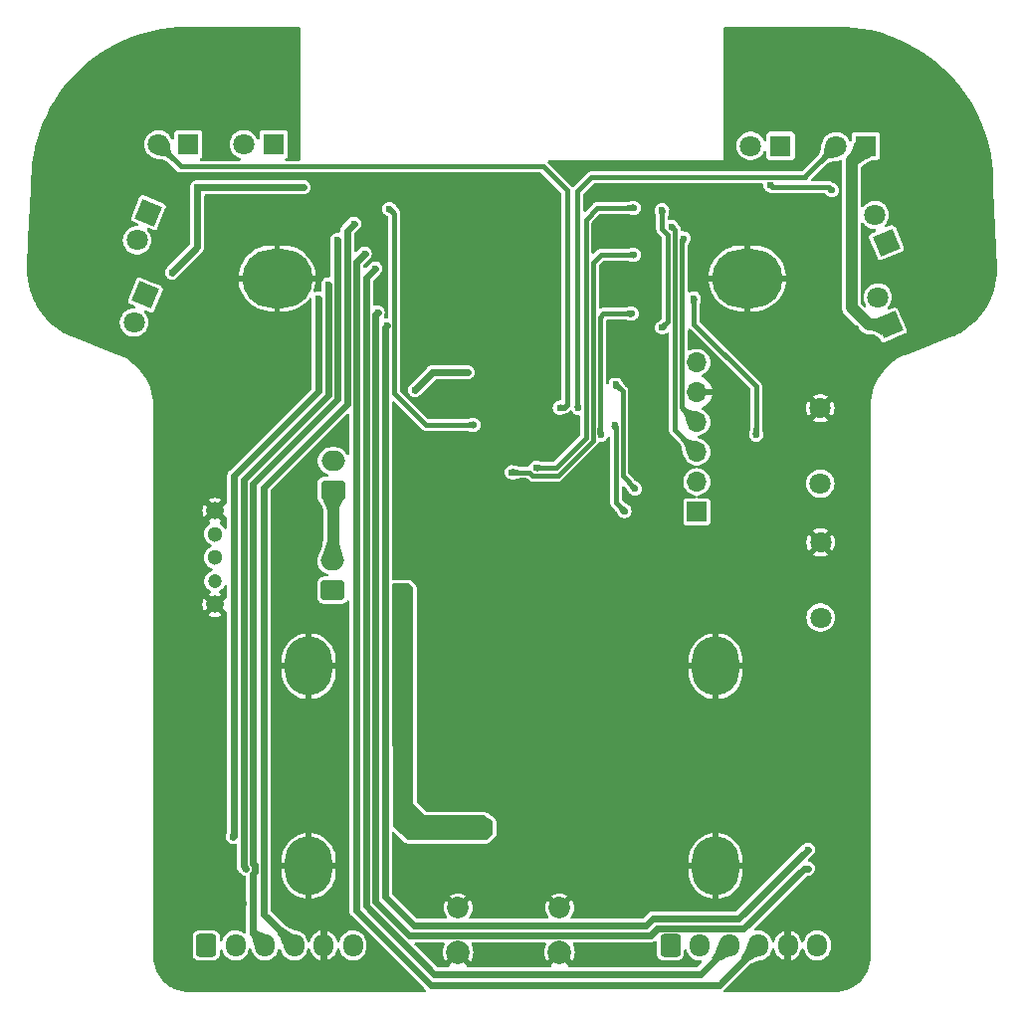
<source format=gbl>
%TF.GenerationSoftware,KiCad,Pcbnew,7.0.5*%
%TF.CreationDate,2023-06-03T10:58:51+02:00*%
%TF.ProjectId,electronix,656c6563-7472-46f6-9e69-782e6b696361,rev?*%
%TF.SameCoordinates,Original*%
%TF.FileFunction,Copper,L2,Bot*%
%TF.FilePolarity,Positive*%
%FSLAX46Y46*%
G04 Gerber Fmt 4.6, Leading zero omitted, Abs format (unit mm)*
G04 Created by KiCad (PCBNEW 7.0.5) date 2023-06-03 10:58:51*
%MOMM*%
%LPD*%
G01*
G04 APERTURE LIST*
G04 Aperture macros list*
%AMRoundRect*
0 Rectangle with rounded corners*
0 $1 Rounding radius*
0 $2 $3 $4 $5 $6 $7 $8 $9 X,Y pos of 4 corners*
0 Add a 4 corners polygon primitive as box body*
4,1,4,$2,$3,$4,$5,$6,$7,$8,$9,$2,$3,0*
0 Add four circle primitives for the rounded corners*
1,1,$1+$1,$2,$3*
1,1,$1+$1,$4,$5*
1,1,$1+$1,$6,$7*
1,1,$1+$1,$8,$9*
0 Add four rect primitives between the rounded corners*
20,1,$1+$1,$2,$3,$4,$5,0*
20,1,$1+$1,$4,$5,$6,$7,0*
20,1,$1+$1,$6,$7,$8,$9,0*
20,1,$1+$1,$8,$9,$2,$3,0*%
%AMRotRect*
0 Rectangle, with rotation*
0 The origin of the aperture is its center*
0 $1 length*
0 $2 width*
0 $3 Rotation angle, in degrees counterclockwise*
0 Add horizontal line*
21,1,$1,$2,0,0,$3*%
G04 Aperture macros list end*
%TA.AperFunction,ComponentPad*%
%ADD10R,1.800000X1.800000*%
%TD*%
%TA.AperFunction,ComponentPad*%
%ADD11C,1.800000*%
%TD*%
%TA.AperFunction,ComponentPad*%
%ADD12RoundRect,0.250000X0.750000X-0.600000X0.750000X0.600000X-0.750000X0.600000X-0.750000X-0.600000X0*%
%TD*%
%TA.AperFunction,ComponentPad*%
%ADD13O,2.000000X1.700000*%
%TD*%
%TA.AperFunction,ComponentPad*%
%ADD14C,1.300000*%
%TD*%
%TA.AperFunction,ComponentPad*%
%ADD15C,1.200000*%
%TD*%
%TA.AperFunction,ComponentPad*%
%ADD16C,1.500000*%
%TD*%
%TA.AperFunction,HeatsinkPad*%
%ADD17C,0.600000*%
%TD*%
%TA.AperFunction,ComponentPad*%
%ADD18RoundRect,0.250000X-0.600000X-0.725000X0.600000X-0.725000X0.600000X0.725000X-0.600000X0.725000X0*%
%TD*%
%TA.AperFunction,ComponentPad*%
%ADD19O,1.700000X1.950000*%
%TD*%
%TA.AperFunction,ComponentPad*%
%ADD20RotRect,1.800000X1.800000X112.500000*%
%TD*%
%TA.AperFunction,ComponentPad*%
%ADD21C,0.500000*%
%TD*%
%TA.AperFunction,SMDPad,CuDef*%
%ADD22R,1.650000X2.380000*%
%TD*%
%TA.AperFunction,ComponentPad*%
%ADD23RotRect,1.800000X1.800000X247.500000*%
%TD*%
%TA.AperFunction,ComponentPad*%
%ADD24C,1.850000*%
%TD*%
%TA.AperFunction,ComponentPad*%
%ADD25C,2.010000*%
%TD*%
%TA.AperFunction,ComponentPad*%
%ADD26R,1.700000X1.700000*%
%TD*%
%TA.AperFunction,ComponentPad*%
%ADD27O,1.700000X1.700000*%
%TD*%
%TA.AperFunction,ComponentPad*%
%ADD28O,4.000000X5.000000*%
%TD*%
%TA.AperFunction,ComponentPad*%
%ADD29O,6.000000X5.000000*%
%TD*%
%TA.AperFunction,ViaPad*%
%ADD30C,0.600000*%
%TD*%
%TA.AperFunction,Conductor*%
%ADD31C,1.000000*%
%TD*%
%TA.AperFunction,Conductor*%
%ADD32C,0.400000*%
%TD*%
%TA.AperFunction,Conductor*%
%ADD33C,0.600000*%
%TD*%
G04 APERTURE END LIST*
D10*
X153878561Y-72730455D03*
D11*
X151338561Y-72730455D03*
D12*
X115800000Y-102025000D03*
D13*
X115800000Y-99525000D03*
D12*
X115775000Y-110525000D03*
D13*
X115775000Y-108025000D03*
D10*
X110744000Y-72597000D03*
D11*
X108204000Y-72597000D03*
D14*
X105750000Y-105750000D03*
X105750000Y-107750000D03*
D15*
X105750000Y-109750000D03*
D16*
X105750000Y-103750000D03*
X105750000Y-111750000D03*
D11*
X157257500Y-95057500D03*
X157257500Y-101457500D03*
X157275000Y-106467500D03*
X157275000Y-112867500D03*
D17*
X128841000Y-82108500D03*
X128841000Y-83633500D03*
X129603500Y-81346000D03*
X129603500Y-82871000D03*
X129603500Y-84396000D03*
X130366000Y-82108500D03*
X130366000Y-83633500D03*
X131128500Y-81346000D03*
X131128500Y-82871000D03*
X131128500Y-84396000D03*
X131891000Y-82108500D03*
X131891000Y-83633500D03*
D18*
X105000000Y-140750000D03*
D19*
X107500000Y-140750000D03*
X110000000Y-140750000D03*
X112500000Y-140750000D03*
X115000000Y-140750000D03*
X117500000Y-140750000D03*
D20*
X163127561Y-87957455D03*
D11*
X162155545Y-85610801D03*
D10*
X161127561Y-72754455D03*
D11*
X158587561Y-72754455D03*
D18*
X144500000Y-140750000D03*
D19*
X147000000Y-140750000D03*
X149500000Y-140750000D03*
X152000000Y-140750000D03*
X154500000Y-140750000D03*
X157000000Y-140750000D03*
D21*
X130844000Y-129407000D03*
X130844000Y-130347000D03*
X130844000Y-131287000D03*
D22*
X131419000Y-130347000D03*
D21*
X131994000Y-129407000D03*
X131994000Y-130347000D03*
X131994000Y-131287000D03*
D20*
X162877561Y-80957455D03*
D11*
X161905545Y-78610801D03*
D23*
X99841283Y-85406562D03*
D11*
X98869267Y-87753216D03*
D10*
X103494000Y-72597000D03*
D11*
X100954000Y-72597000D03*
D24*
X126430000Y-137550000D03*
D25*
X126430000Y-141350000D03*
D24*
X135070000Y-137550000D03*
D25*
X135070000Y-141350000D03*
D23*
X100091283Y-78406562D03*
D11*
X99119267Y-80753216D03*
D26*
X146750000Y-103850000D03*
D27*
X146750000Y-101310000D03*
X146750000Y-98770000D03*
X146750000Y-96230000D03*
X146750000Y-93690000D03*
X146750000Y-91150000D03*
D28*
X148358500Y-117000000D03*
X148358500Y-134000000D03*
D29*
X151046000Y-84000000D03*
X111046000Y-84000000D03*
D28*
X113733500Y-134000000D03*
X113733500Y-117000000D03*
D30*
X121200000Y-110500000D03*
X122100000Y-111400000D03*
X127600000Y-130400000D03*
X128200000Y-131000000D03*
X121200000Y-111400000D03*
X122100000Y-110500000D03*
X128900000Y-130400000D03*
X126900000Y-131000000D03*
X123500000Y-118000000D03*
X129000000Y-141500000D03*
X101400000Y-121400000D03*
X147900000Y-97500000D03*
X145000000Y-137000000D03*
X148100000Y-102300000D03*
X129000000Y-119750000D03*
X112500000Y-88000000D03*
X160750000Y-104250000D03*
X121300000Y-99800000D03*
X101400000Y-136600000D03*
X142200000Y-96400000D03*
X101400000Y-116500000D03*
X132500000Y-90750000D03*
X132500000Y-76500000D03*
X126000000Y-121000000D03*
X116450000Y-131350000D03*
X140800000Y-107600000D03*
X159750000Y-136750000D03*
X92500000Y-71500000D03*
X147500000Y-126500000D03*
X147400000Y-87100000D03*
X152750000Y-66750000D03*
X149700000Y-111500000D03*
X151500000Y-143000000D03*
X129600000Y-123400000D03*
X97500000Y-76500000D03*
X112500000Y-121500000D03*
X151500000Y-105500000D03*
X97500000Y-71500000D03*
X107200000Y-93600000D03*
X102500000Y-66500000D03*
X143300000Y-82300000D03*
X152500000Y-126500000D03*
X100300000Y-82900000D03*
X112500000Y-66500000D03*
X92500000Y-81500000D03*
X106500000Y-130900000D03*
X145400000Y-111500000D03*
X163500000Y-71000000D03*
X163500000Y-66500000D03*
X112500000Y-106500000D03*
X133750000Y-133500000D03*
X112500000Y-71500000D03*
X106900000Y-96500000D03*
X156250000Y-86250000D03*
X160250000Y-88250000D03*
X109300000Y-93300000D03*
X97500000Y-86500000D03*
X136300000Y-74900000D03*
X123500000Y-126500000D03*
X142250000Y-141000000D03*
X128600000Y-103800000D03*
X139300000Y-128400000D03*
X157257500Y-97907500D03*
X130800000Y-123400000D03*
X109300000Y-96000000D03*
X147500000Y-129400000D03*
X112800000Y-77900000D03*
X121400000Y-134700000D03*
X113700000Y-75300000D03*
X151700000Y-131800000D03*
X135400000Y-124100000D03*
X112250000Y-137250000D03*
X125250000Y-98000000D03*
X138000000Y-77250000D03*
X109300000Y-94200000D03*
X106100000Y-116500000D03*
X116700000Y-112400000D03*
X167500000Y-71500000D03*
X139500000Y-114500000D03*
X139600000Y-119300000D03*
X101400000Y-101500000D03*
X102500000Y-76500000D03*
X101400000Y-131500000D03*
X129250000Y-133000000D03*
X152000000Y-76500000D03*
X160800000Y-93900000D03*
X112500000Y-126500000D03*
X92500000Y-86500000D03*
X140400000Y-137500000D03*
X121200000Y-95800000D03*
X135800000Y-133800000D03*
X123500000Y-122600000D03*
X116350000Y-126450000D03*
X159750000Y-131250000D03*
X101400000Y-126600000D03*
X158000000Y-66500000D03*
X120750000Y-143250000D03*
X128300000Y-123400000D03*
X131200000Y-126500000D03*
X163200000Y-82800000D03*
X109300000Y-95100000D03*
X152500000Y-121500000D03*
X132500000Y-106500000D03*
X92500000Y-76500000D03*
X101500000Y-87250000D03*
X150900000Y-136400000D03*
X135400000Y-106600000D03*
X106200000Y-101700000D03*
X106100000Y-121500000D03*
X157500000Y-121500000D03*
X147500000Y-81500000D03*
X130400000Y-103000000D03*
X147500000Y-121500000D03*
X129000000Y-121000000D03*
X131100000Y-103700000D03*
X106500000Y-79250000D03*
X168300000Y-80900000D03*
X122500000Y-136500000D03*
X135400000Y-104100000D03*
X97500000Y-66500000D03*
X129500000Y-113200000D03*
X156900000Y-80000000D03*
X163800000Y-77100000D03*
X107500000Y-66500000D03*
X107400000Y-143900000D03*
X116600000Y-136700000D03*
X139700000Y-117100000D03*
X110500000Y-80250000D03*
X157500000Y-126500000D03*
X105200000Y-86700000D03*
X116450000Y-121450000D03*
X143600000Y-120000000D03*
X153200000Y-91100000D03*
X112900000Y-101600000D03*
X132500000Y-141500000D03*
X143200000Y-87300000D03*
X113750000Y-79750000D03*
X167500000Y-86500000D03*
X105500000Y-89250000D03*
X112500000Y-111500000D03*
X152500000Y-116500000D03*
X108200000Y-137200000D03*
X125500000Y-108700000D03*
X160800000Y-113900000D03*
X127500000Y-90750000D03*
X152500000Y-71000000D03*
X123500000Y-121400000D03*
X167500000Y-76500000D03*
X101400000Y-96500000D03*
X132800000Y-102200000D03*
X97500000Y-81500000D03*
X110200000Y-96000000D03*
X113900000Y-99600000D03*
X106200000Y-126600000D03*
X148500000Y-107400000D03*
X147900000Y-92400000D03*
X133500000Y-132250000D03*
X159750000Y-143000000D03*
X126300000Y-99900000D03*
X129250000Y-135000000D03*
X140900000Y-111500000D03*
X132500000Y-86500000D03*
X111100000Y-96000000D03*
X121300000Y-103400000D03*
X127500000Y-76500000D03*
X101400000Y-91500000D03*
X125500000Y-113200000D03*
X143500000Y-116200000D03*
X130800000Y-122200000D03*
X151900000Y-101400000D03*
X147750000Y-76500000D03*
X127500000Y-86500000D03*
X123500000Y-120200000D03*
X121300000Y-108700000D03*
X158000000Y-71000000D03*
X111750000Y-131000000D03*
X101400000Y-142300000D03*
X140700000Y-124600000D03*
X153000000Y-76051900D03*
X113300000Y-76250000D03*
X104250000Y-76250000D03*
X102100000Y-83500000D03*
X158250000Y-76500000D03*
X146500000Y-85691000D03*
X151800000Y-97300000D03*
X141400000Y-82000000D03*
X131000000Y-100500000D03*
X133067356Y-100123500D03*
X141400000Y-78000000D03*
X141200000Y-87000000D03*
X138600000Y-97300000D03*
X119600000Y-86900000D03*
X156200000Y-134200000D03*
X156200000Y-132600000D03*
X120373500Y-88000000D03*
X108400000Y-134200000D03*
X115400000Y-84500000D03*
X107300000Y-131500000D03*
X114600000Y-85700000D03*
X144600000Y-79600000D03*
X145600000Y-80600000D03*
X119400000Y-83151000D03*
X118500000Y-81881000D03*
X116200000Y-80700000D03*
X117600000Y-79341000D03*
X139837000Y-93037000D03*
X141500000Y-101900000D03*
X135100000Y-95000000D03*
X136648100Y-95000000D03*
X127250000Y-92000000D03*
X122750000Y-93500000D03*
X143800000Y-78200000D03*
X143800000Y-88200000D03*
X139750000Y-96473000D03*
X140600000Y-103800000D03*
X120600000Y-78100000D03*
X127750000Y-96473000D03*
D31*
X115800000Y-102025000D02*
X115800000Y-108000000D01*
X159900000Y-73982016D02*
X159900000Y-86500000D01*
X161357455Y-87957455D02*
X163127561Y-87957455D01*
X161127561Y-72754455D02*
X159900000Y-73982016D01*
D32*
X153198100Y-76250000D02*
X158000000Y-76250000D01*
D33*
X113300000Y-76250000D02*
X104250000Y-76250000D01*
X104250000Y-81350000D02*
X104250000Y-76250000D01*
D32*
X158000000Y-76250000D02*
X158250000Y-76500000D01*
X153000000Y-76051900D02*
X153198100Y-76250000D01*
D33*
X102100000Y-83500000D02*
X104250000Y-81350000D01*
D31*
X159900000Y-86500000D02*
X161357455Y-87957455D01*
D32*
X151800000Y-93200000D02*
X151800000Y-97300000D01*
X146500000Y-87900000D02*
X151800000Y-93200000D01*
X146500000Y-85691000D02*
X146500000Y-87900000D01*
X132521223Y-100500000D02*
X132797123Y-100775900D01*
X131000000Y-100500000D02*
X132521223Y-100500000D01*
X137900000Y-82700000D02*
X138600000Y-82000000D01*
X134924100Y-100775900D02*
X137900000Y-97800000D01*
X138600000Y-82000000D02*
X141400000Y-82000000D01*
X137900000Y-97800000D02*
X137900000Y-82700000D01*
X132797123Y-100775900D02*
X134924100Y-100775900D01*
X134776500Y-100123500D02*
X137300000Y-97600000D01*
X137300000Y-79000000D02*
X138300000Y-78000000D01*
X137300000Y-97600000D02*
X137300000Y-79000000D01*
X133067356Y-100123500D02*
X134776500Y-100123500D01*
X138300000Y-78000000D02*
X141400000Y-78000000D01*
X138600000Y-97300000D02*
X138500000Y-97200000D01*
X138800000Y-87000000D02*
X141200000Y-87000000D01*
X138500000Y-97200000D02*
X138500000Y-87300000D01*
X138500000Y-87300000D02*
X138800000Y-87000000D01*
D33*
X142800000Y-139900000D02*
X143352000Y-139348000D01*
X150752000Y-139348000D02*
X155900000Y-134200000D01*
X119600000Y-86900000D02*
X119400000Y-87100000D01*
X119400000Y-87100000D02*
X119400000Y-137000000D01*
X155900000Y-134200000D02*
X156200000Y-134200000D01*
X143352000Y-139348000D02*
X150752000Y-139348000D01*
X122300000Y-139900000D02*
X142800000Y-139900000D01*
X119400000Y-137000000D02*
X122300000Y-139900000D01*
X150300000Y-138500000D02*
X156200000Y-132600000D01*
X120373500Y-88000000D02*
X120200000Y-88173500D01*
X142400000Y-139100000D02*
X143000000Y-138500000D01*
X120200000Y-136600000D02*
X122700000Y-139100000D01*
X143000000Y-138500000D02*
X150300000Y-138500000D01*
X122700000Y-139100000D02*
X142400000Y-139100000D01*
X120200000Y-88173500D02*
X120200000Y-136600000D01*
X108200000Y-101100000D02*
X108200000Y-134000000D01*
X115400000Y-84500000D02*
X115400000Y-93900000D01*
X115400000Y-93900000D02*
X108200000Y-101100000D01*
X108200000Y-134000000D02*
X108400000Y-134200000D01*
X107400000Y-131400000D02*
X107300000Y-131500000D01*
X114600000Y-93600000D02*
X107400000Y-100800000D01*
X114600000Y-85700000D02*
X114600000Y-93600000D01*
X107400000Y-100800000D02*
X107400000Y-131400000D01*
D32*
X144900000Y-79900000D02*
X144600000Y-79600000D01*
X146750000Y-98770000D02*
X144900000Y-96920000D01*
X144900000Y-96920000D02*
X144900000Y-79900000D01*
X145500000Y-80700000D02*
X145500000Y-94980000D01*
X145600000Y-80600000D02*
X145500000Y-80700000D01*
X145500000Y-94980000D02*
X146750000Y-96230000D01*
D33*
X118600000Y-137400000D02*
X124400000Y-143200000D01*
X124400000Y-143200000D02*
X147050000Y-143200000D01*
X119400000Y-83151000D02*
X118600000Y-83951000D01*
X118600000Y-83951000D02*
X118600000Y-137400000D01*
X147050000Y-143200000D02*
X149500000Y-140750000D01*
X124100000Y-144100000D02*
X148650000Y-144100000D01*
X148650000Y-144100000D02*
X152000000Y-140750000D01*
X118500000Y-81881000D02*
X117800000Y-82581000D01*
X117800000Y-137800000D02*
X124100000Y-144100000D01*
X117800000Y-82581000D02*
X117800000Y-137800000D01*
X109127000Y-134501134D02*
X109000000Y-134628134D01*
X116200000Y-94300000D02*
X109000000Y-101500000D01*
X109000000Y-133771866D02*
X109127000Y-133898866D01*
X109000000Y-139750000D02*
X110000000Y-140750000D01*
X109000000Y-101500000D02*
X109000000Y-133771866D01*
X116200000Y-80700000D02*
X116200000Y-94300000D01*
X109000000Y-134628134D02*
X109000000Y-139750000D01*
X109127000Y-133898866D02*
X109127000Y-134501134D01*
X109900000Y-138100000D02*
X112500000Y-140700000D01*
X109900000Y-101800000D02*
X109900000Y-138100000D01*
X117000000Y-94700000D02*
X109900000Y-101800000D01*
X117600000Y-79341000D02*
X117000000Y-79941000D01*
X117000000Y-79941000D02*
X117000000Y-94700000D01*
D32*
X141500000Y-101900000D02*
X140427000Y-100827000D01*
X140427000Y-100827000D02*
X140427000Y-93627000D01*
X140427000Y-93627000D02*
X139837000Y-93037000D01*
X135486788Y-95000000D02*
X135700000Y-94786788D01*
X102857000Y-74500000D02*
X100954000Y-72597000D01*
X135700000Y-94786788D02*
X135700000Y-76500000D01*
X135100000Y-95000000D02*
X135486788Y-95000000D01*
X135700000Y-76500000D02*
X133700000Y-74500000D01*
X133700000Y-74500000D02*
X102857000Y-74500000D01*
X136648100Y-95000000D02*
X136600000Y-94951900D01*
X156000000Y-75400000D02*
X156000000Y-75343016D01*
X136600000Y-94951900D02*
X136600000Y-76600000D01*
X137800000Y-75400000D02*
X156000000Y-75400000D01*
X156000000Y-75343016D02*
X158587561Y-72755455D01*
X136600000Y-76600000D02*
X137800000Y-75400000D01*
D33*
X122750000Y-93500000D02*
X124250000Y-92000000D01*
X124250000Y-92000000D02*
X127250000Y-92000000D01*
D32*
X144300000Y-80300000D02*
X144300000Y-87700000D01*
X144300000Y-87700000D02*
X143800000Y-88200000D01*
X143800000Y-78200000D02*
X143800000Y-79800000D01*
X143800000Y-79800000D02*
X144300000Y-80300000D01*
X121000000Y-78500000D02*
X121000000Y-93750000D01*
X139900000Y-96623000D02*
X139750000Y-96473000D01*
X140600000Y-103800000D02*
X139900000Y-103100000D01*
X139900000Y-103100000D02*
X139900000Y-96623000D01*
X120600000Y-78100000D02*
X121000000Y-78500000D01*
X121000000Y-93750000D02*
X123723000Y-96473000D01*
X123723000Y-96473000D02*
X127750000Y-96473000D01*
%TA.AperFunction,Conductor*%
G36*
X161122950Y-72751939D02*
G01*
X161129739Y-72757778D01*
X161129745Y-72757790D01*
X161575966Y-73643481D01*
X161576628Y-73652411D01*
X161570781Y-73659194D01*
X161570263Y-73659439D01*
X161345197Y-73759317D01*
X161108893Y-73888183D01*
X160872592Y-74041050D01*
X160636297Y-74217912D01*
X160403276Y-74415990D01*
X160395698Y-74418775D01*
X159418607Y-74418775D01*
X159410334Y-74415348D01*
X159406907Y-74407075D01*
X159408063Y-74402005D01*
X159565512Y-74074538D01*
X159731024Y-73706301D01*
X159896536Y-73314065D01*
X160062048Y-72897828D01*
X160223613Y-72468091D01*
X160229731Y-72461555D01*
X160238217Y-72461095D01*
X161122950Y-72751939D01*
G37*
%TD.AperFunction*%
%TA.AperFunction,Conductor*%
G36*
X127746022Y-96176710D02*
G01*
X127750013Y-96184727D01*
X127750041Y-96185497D01*
X127751000Y-96473039D01*
X127750041Y-96760502D01*
X127746586Y-96768764D01*
X127738302Y-96772163D01*
X127737532Y-96772135D01*
X127600961Y-96762666D01*
X127599081Y-96762381D01*
X127495241Y-96737855D01*
X127494758Y-96737719D01*
X127405004Y-96708202D01*
X127299989Y-96683399D01*
X127160891Y-96673755D01*
X127152874Y-96669764D01*
X127150000Y-96662083D01*
X127150000Y-96283916D01*
X127153427Y-96275643D01*
X127160888Y-96272244D01*
X127299991Y-96262600D01*
X127404995Y-96237800D01*
X127494777Y-96208274D01*
X127495241Y-96208144D01*
X127599092Y-96183616D01*
X127600949Y-96183334D01*
X127737533Y-96173864D01*
X127746022Y-96176710D01*
G37*
%TD.AperFunction*%
%TA.AperFunction,Conductor*%
G36*
X136796949Y-94412995D02*
G01*
X136800370Y-94420886D01*
X136803991Y-94531653D01*
X136816987Y-94617787D01*
X136816988Y-94617792D01*
X136827755Y-94651045D01*
X136840512Y-94690441D01*
X136840513Y-94690444D01*
X136876099Y-94772097D01*
X136920532Y-94874310D01*
X136920688Y-94883263D01*
X136914466Y-94889704D01*
X136914313Y-94889770D01*
X136650282Y-95000088D01*
X136645732Y-95000992D01*
X136360197Y-95000040D01*
X136351935Y-94996586D01*
X136348536Y-94988301D01*
X136348543Y-94987947D01*
X136353488Y-94853484D01*
X136353528Y-94852993D01*
X136363564Y-94772097D01*
X136366352Y-94749616D01*
X136366391Y-94749357D01*
X136381731Y-94660075D01*
X136394602Y-94556322D01*
X136399585Y-94420836D01*
X136403313Y-94412696D01*
X136411277Y-94409568D01*
X136788676Y-94409568D01*
X136796949Y-94412995D01*
G37*
%TD.AperFunction*%
%TA.AperFunction,Conductor*%
G36*
X141396022Y-81703710D02*
G01*
X141400013Y-81711727D01*
X141400041Y-81712497D01*
X141401000Y-82000039D01*
X141400041Y-82287502D01*
X141396586Y-82295764D01*
X141388302Y-82299163D01*
X141387532Y-82299135D01*
X141250961Y-82289666D01*
X141249081Y-82289381D01*
X141145241Y-82264855D01*
X141144758Y-82264719D01*
X141055004Y-82235202D01*
X140949989Y-82210399D01*
X140810891Y-82200755D01*
X140802874Y-82196764D01*
X140800000Y-82189083D01*
X140800000Y-81810916D01*
X140803427Y-81802643D01*
X140810888Y-81799244D01*
X140949991Y-81789600D01*
X141054995Y-81764800D01*
X141144777Y-81735274D01*
X141145241Y-81735144D01*
X141249092Y-81710616D01*
X141250949Y-81710334D01*
X141387533Y-81700864D01*
X141396022Y-81703710D01*
G37*
%TD.AperFunction*%
%TA.AperFunction,Conductor*%
G36*
X115808167Y-102031966D02*
G01*
X116258455Y-102471170D01*
X116643735Y-102846967D01*
X116647265Y-102855197D01*
X116645909Y-102860812D01*
X116580001Y-102985455D01*
X116509998Y-103138849D01*
X116440004Y-103313218D01*
X116439991Y-103313253D01*
X116370005Y-103508599D01*
X116369996Y-103508624D01*
X116302620Y-103716901D01*
X116296813Y-103723718D01*
X116291488Y-103725000D01*
X115308512Y-103725000D01*
X115300239Y-103721573D01*
X115297380Y-103716901D01*
X115230002Y-103508624D01*
X115229993Y-103508599D01*
X115160007Y-103313253D01*
X115159999Y-103313230D01*
X115090000Y-103138846D01*
X115020000Y-102985461D01*
X114954090Y-102860812D01*
X114953252Y-102851897D01*
X114956264Y-102846967D01*
X115791832Y-102031966D01*
X115800146Y-102028644D01*
X115808167Y-102031966D01*
G37*
%TD.AperFunction*%
%TA.AperFunction,Conductor*%
G36*
X144875955Y-79489395D02*
G01*
X144881967Y-79495076D01*
X144946715Y-79628276D01*
X144946716Y-79628277D01*
X145007716Y-79728036D01*
X145007838Y-79728245D01*
X145055736Y-79814410D01*
X145056705Y-79816695D01*
X145088043Y-79919885D01*
X145088515Y-79922411D01*
X145099058Y-80063162D01*
X145096259Y-80071668D01*
X145088265Y-80075703D01*
X145087391Y-80075736D01*
X144709571Y-80075736D01*
X144701298Y-80072309D01*
X144698103Y-80066354D01*
X144697458Y-80063162D01*
X144681404Y-79983746D01*
X144631729Y-79936300D01*
X144631727Y-79936298D01*
X144560120Y-79908482D01*
X144477164Y-79875938D01*
X144474603Y-79874543D01*
X144399012Y-79820151D01*
X144394299Y-79812537D01*
X144396349Y-79803820D01*
X144397545Y-79802409D01*
X144598338Y-79600669D01*
X144602181Y-79598104D01*
X144867000Y-79489368D01*
X144875955Y-79489395D01*
G37*
%TD.AperFunction*%
%TA.AperFunction,Conductor*%
G36*
X109303132Y-139395777D02*
G01*
X109505056Y-139548665D01*
X109710112Y-139670924D01*
X109915168Y-139760183D01*
X110120224Y-139816442D01*
X110310621Y-139838039D01*
X110318455Y-139842376D01*
X110320927Y-139850983D01*
X110320321Y-139853597D01*
X110001739Y-140746125D01*
X109995730Y-140752765D01*
X109995222Y-140752991D01*
X109204944Y-141082433D01*
X109195989Y-141082453D01*
X109189643Y-141076136D01*
X109189073Y-141074399D01*
X109093848Y-140682852D01*
X109093846Y-140682842D01*
X108995384Y-140310983D01*
X108896923Y-139972124D01*
X108798461Y-139666265D01*
X108705654Y-139409077D01*
X108706070Y-139400132D01*
X108712689Y-139394101D01*
X108716660Y-139393406D01*
X109296070Y-139393406D01*
X109303132Y-139395777D01*
G37*
%TD.AperFunction*%
%TA.AperFunction,Conductor*%
G36*
X140038771Y-96472962D02*
G01*
X140047032Y-96476416D01*
X140050423Y-96484220D01*
X140055200Y-96610631D01*
X140067598Y-96707894D01*
X140067601Y-96707912D01*
X140082376Y-96791605D01*
X140082418Y-96791882D01*
X140094766Y-96888753D01*
X140094809Y-96889272D01*
X140099496Y-97013312D01*
X140099500Y-97013533D01*
X140099500Y-97014947D01*
X140096073Y-97023220D01*
X140087800Y-97026647D01*
X139710353Y-97026647D01*
X139702080Y-97023220D01*
X139698740Y-97016372D01*
X139694430Y-96981243D01*
X139685451Y-96908043D01*
X139647268Y-96831178D01*
X139647264Y-96831173D01*
X139593667Y-96769758D01*
X139541614Y-96707894D01*
X139533514Y-96698266D01*
X139532208Y-96696357D01*
X139479070Y-96599204D01*
X139478108Y-96590303D01*
X139483722Y-96583326D01*
X139484813Y-96582800D01*
X139747822Y-96472909D01*
X139752362Y-96472007D01*
X140038771Y-96472962D01*
G37*
%TD.AperFunction*%
%TA.AperFunction,Conductor*%
G36*
X145697545Y-94893320D02*
G01*
X145970068Y-95119954D01*
X146206619Y-95228854D01*
X146410182Y-95270464D01*
X146441424Y-95276851D01*
X146549270Y-95296716D01*
X146716445Y-95327510D01*
X146717183Y-95327698D01*
X147063284Y-95440782D01*
X147070082Y-95446607D01*
X147070770Y-95455536D01*
X147070463Y-95456368D01*
X146752562Y-96226214D01*
X146746237Y-96232553D01*
X146746214Y-96232562D01*
X145976368Y-96550463D01*
X145967413Y-96550454D01*
X145961088Y-96544115D01*
X145960788Y-96543301D01*
X145847698Y-96197183D01*
X145847510Y-96196445D01*
X145816716Y-96029270D01*
X145796851Y-95921424D01*
X145790464Y-95890182D01*
X145748854Y-95686619D01*
X145639954Y-95450068D01*
X145413320Y-95177545D01*
X145410666Y-95168994D01*
X145414043Y-95161793D01*
X145681793Y-94894043D01*
X145690065Y-94890617D01*
X145697545Y-94893320D01*
G37*
%TD.AperFunction*%
%TA.AperFunction,Conductor*%
G36*
X145602178Y-80599910D02*
G01*
X145865724Y-80710025D01*
X145872036Y-80716377D01*
X145872009Y-80725332D01*
X145871729Y-80725949D01*
X145822285Y-80827347D01*
X145822006Y-80827855D01*
X145773645Y-80906255D01*
X145734924Y-80975015D01*
X145709278Y-81058205D01*
X145700823Y-81169297D01*
X145696778Y-81177286D01*
X145689157Y-81180109D01*
X145311700Y-81180109D01*
X145303427Y-81176682D01*
X145300000Y-81168409D01*
X145300000Y-81036241D01*
X145299999Y-80934142D01*
X145300000Y-80845965D01*
X145300000Y-80611661D01*
X145303427Y-80603388D01*
X145311660Y-80599961D01*
X145597636Y-80599007D01*
X145602178Y-80599910D01*
G37*
%TD.AperFunction*%
%TA.AperFunction,Conductor*%
G36*
X151218045Y-140347520D02*
G01*
X151996317Y-140747039D01*
X152002112Y-140753866D01*
X152002157Y-140754008D01*
X152083959Y-141019967D01*
X152252007Y-141566338D01*
X152279519Y-141655785D01*
X152278676Y-141664700D01*
X152271776Y-141670408D01*
X152270218Y-141670773D01*
X152018765Y-141711748D01*
X152018762Y-141711749D01*
X151754078Y-141787879D01*
X151754075Y-141787879D01*
X151754072Y-141787881D01*
X151591653Y-141854845D01*
X151489367Y-141897017D01*
X151224678Y-142039147D01*
X150967953Y-142209007D01*
X150959162Y-142210714D01*
X150953224Y-142207522D01*
X150542176Y-141796474D01*
X150538749Y-141788201D01*
X150540414Y-141782186D01*
X150669852Y-141566320D01*
X150803985Y-141309623D01*
X150938118Y-141019927D01*
X151072251Y-140697230D01*
X151201758Y-140353800D01*
X151207882Y-140347270D01*
X151216832Y-140346983D01*
X151218045Y-140347520D01*
G37*
%TD.AperFunction*%
%TA.AperFunction,Conductor*%
G36*
X116298923Y-106328427D02*
G01*
X116302062Y-106334120D01*
X116366320Y-106618384D01*
X116411660Y-106804597D01*
X116432646Y-106890785D01*
X116495809Y-107130198D01*
X116498973Y-107142189D01*
X116565271Y-107372498D01*
X116565289Y-107372559D01*
X116628643Y-107572577D01*
X116627874Y-107581499D01*
X116622873Y-107586497D01*
X115780549Y-108023123D01*
X115771627Y-108023888D01*
X115769525Y-108022987D01*
X114940468Y-107566801D01*
X114934871Y-107559810D01*
X114935094Y-107552602D01*
X115005382Y-107356593D01*
X115079036Y-107130195D01*
X115152691Y-106882796D01*
X115226345Y-106614398D01*
X115297756Y-106333814D01*
X115303119Y-106326642D01*
X115309096Y-106325000D01*
X116290650Y-106325000D01*
X116298923Y-106328427D01*
G37*
%TD.AperFunction*%
%TA.AperFunction,Conductor*%
G36*
X162966159Y-87063255D02*
G01*
X162967387Y-87066753D01*
X163127404Y-87953374D01*
X163125501Y-87962124D01*
X163125483Y-87962150D01*
X162522505Y-88825786D01*
X162514959Y-88830607D01*
X162507453Y-88829436D01*
X162199358Y-88666902D01*
X162199342Y-88666894D01*
X161882105Y-88523536D01*
X161882091Y-88523530D01*
X161882086Y-88523528D01*
X161564834Y-88404164D01*
X161564825Y-88404161D01*
X161564819Y-88404159D01*
X161338225Y-88336046D01*
X161247582Y-88308800D01*
X160951058Y-88242098D01*
X160943740Y-88236940D01*
X160942212Y-88228116D01*
X160945352Y-88222413D01*
X161634847Y-87532918D01*
X161641038Y-87529679D01*
X161902851Y-87482431D01*
X162168267Y-87410532D01*
X162433683Y-87314634D01*
X162699099Y-87194735D01*
X162950297Y-87058544D01*
X162959203Y-87057615D01*
X162966159Y-87063255D01*
G37*
%TD.AperFunction*%
%TA.AperFunction,Conductor*%
G36*
X135113255Y-94701820D02*
G01*
X135202624Y-94714095D01*
X135204958Y-94714665D01*
X135284674Y-94743093D01*
X135353230Y-94765578D01*
X135420159Y-94760792D01*
X135488093Y-94713418D01*
X135496839Y-94711498D01*
X135503058Y-94714743D01*
X135770220Y-94981905D01*
X135773647Y-94990178D01*
X135770220Y-94998451D01*
X135769741Y-94998904D01*
X135663217Y-95094054D01*
X135661583Y-95095275D01*
X135568881Y-95152687D01*
X135566870Y-95153679D01*
X135475404Y-95188373D01*
X135475038Y-95188498D01*
X135364248Y-95222348D01*
X135364217Y-95222359D01*
X135225314Y-95273309D01*
X135216367Y-95272941D01*
X135210490Y-95266837D01*
X135100201Y-95002882D01*
X135099298Y-94998346D01*
X135099968Y-94713382D01*
X135103414Y-94705119D01*
X135111696Y-94701712D01*
X135113255Y-94701820D01*
G37*
%TD.AperFunction*%
%TA.AperFunction,Conductor*%
G36*
X138697430Y-96723318D02*
G01*
X138700823Y-96730703D01*
X138709278Y-96841793D01*
X138709278Y-96841795D01*
X138709279Y-96841797D01*
X138734924Y-96924983D01*
X138773646Y-96993745D01*
X138792487Y-97024288D01*
X138822006Y-97072142D01*
X138822285Y-97072650D01*
X138871729Y-97174050D01*
X138872275Y-97182988D01*
X138866341Y-97189694D01*
X138865724Y-97189974D01*
X138602182Y-97300088D01*
X138597632Y-97300992D01*
X138311661Y-97300038D01*
X138303399Y-97296584D01*
X138300000Y-97288338D01*
X138300000Y-96731591D01*
X138303427Y-96723318D01*
X138311700Y-96719891D01*
X138689157Y-96719891D01*
X138697430Y-96723318D01*
G37*
%TD.AperFunction*%
%TA.AperFunction,Conductor*%
G36*
X120876647Y-77989110D02*
G01*
X120882274Y-77994066D01*
X120957541Y-78124719D01*
X121043455Y-78213874D01*
X121120304Y-78287074D01*
X121122282Y-78289552D01*
X121176928Y-78381148D01*
X121178459Y-78385466D01*
X121198064Y-78520939D01*
X121195858Y-78529618D01*
X121188161Y-78534194D01*
X121186485Y-78534315D01*
X120809394Y-78534315D01*
X120801121Y-78530888D01*
X120797970Y-78525143D01*
X120782863Y-78456878D01*
X120735998Y-78422387D01*
X120666223Y-78410898D01*
X120581292Y-78402562D01*
X120579428Y-78402225D01*
X120507710Y-78383152D01*
X120498094Y-78380594D01*
X120490980Y-78375157D01*
X120489795Y-78366281D01*
X120490282Y-78364837D01*
X120598141Y-78103503D01*
X120604460Y-78097168D01*
X120867695Y-77989083D01*
X120876647Y-77989110D01*
G37*
%TD.AperFunction*%
%TA.AperFunction,Conductor*%
G36*
X146787502Y-85690958D02*
G01*
X146795764Y-85694412D01*
X146799163Y-85702697D01*
X146799135Y-85703467D01*
X146789666Y-85840037D01*
X146789381Y-85841918D01*
X146764854Y-85945757D01*
X146764718Y-85946240D01*
X146735202Y-86035994D01*
X146735202Y-86035995D01*
X146710399Y-86141009D01*
X146700755Y-86280109D01*
X146696764Y-86288126D01*
X146689083Y-86291000D01*
X146310917Y-86291000D01*
X146302644Y-86287573D01*
X146299245Y-86280109D01*
X146289600Y-86141009D01*
X146289600Y-86141008D01*
X146264799Y-86036004D01*
X146235276Y-85946228D01*
X146235144Y-85945757D01*
X146229484Y-85921795D01*
X146210616Y-85841908D01*
X146210334Y-85840047D01*
X146200864Y-85703465D01*
X146203710Y-85694977D01*
X146211727Y-85690986D01*
X146212486Y-85690958D01*
X146500000Y-85690000D01*
X146787502Y-85690958D01*
G37*
%TD.AperFunction*%
%TA.AperFunction,Conductor*%
G36*
X157767770Y-72414873D02*
G01*
X158182308Y-72586081D01*
X158583775Y-72751892D01*
X158590114Y-72758218D01*
X158590123Y-72758240D01*
X158927144Y-73574249D01*
X158927135Y-73583203D01*
X158920796Y-73589529D01*
X158919934Y-73589846D01*
X158551407Y-73709175D01*
X158550616Y-73709371D01*
X158278383Y-73757170D01*
X158257677Y-73760806D01*
X158146493Y-73782182D01*
X158007296Y-73808945D01*
X158007291Y-73808947D01*
X157755222Y-73922202D01*
X157464993Y-74162283D01*
X157456433Y-74164916D01*
X157449262Y-74161541D01*
X157181472Y-73893751D01*
X157178045Y-73885478D01*
X157180727Y-73878024D01*
X157237829Y-73808947D01*
X157420772Y-73587638D01*
X157533772Y-73335353D01*
X157581570Y-73084744D01*
X157632724Y-72791585D01*
X157632921Y-72790789D01*
X157752173Y-72422084D01*
X157757978Y-72415269D01*
X157766905Y-72414555D01*
X157767770Y-72414873D01*
G37*
%TD.AperFunction*%
%TA.AperFunction,Conductor*%
G36*
X133079809Y-99824363D02*
G01*
X133216403Y-99833834D01*
X133218264Y-99834116D01*
X133298151Y-99852984D01*
X133322113Y-99858644D01*
X133322583Y-99858776D01*
X133382174Y-99878373D01*
X133412350Y-99888297D01*
X133412353Y-99888297D01*
X133412360Y-99888300D01*
X133517364Y-99913100D01*
X133656466Y-99922744D01*
X133664482Y-99926735D01*
X133667356Y-99934416D01*
X133667356Y-100312583D01*
X133663929Y-100320856D01*
X133656465Y-100324255D01*
X133517365Y-100333899D01*
X133412351Y-100358702D01*
X133412350Y-100358702D01*
X133322596Y-100388219D01*
X133322113Y-100388355D01*
X133218273Y-100412881D01*
X133216393Y-100413166D01*
X133079823Y-100422635D01*
X133071333Y-100419789D01*
X133067342Y-100411772D01*
X133067314Y-100411002D01*
X133067238Y-100388300D01*
X133066356Y-100123500D01*
X133067314Y-99835996D01*
X133070768Y-99827735D01*
X133079053Y-99824336D01*
X133079809Y-99824363D01*
G37*
%TD.AperFunction*%
%TA.AperFunction,Conductor*%
G36*
X157765691Y-76050486D02*
G01*
X157910532Y-76056290D01*
X157911296Y-76056373D01*
X158020411Y-76075656D01*
X158022358Y-76076176D01*
X158114115Y-76109404D01*
X158114578Y-76109595D01*
X158219046Y-76158188D01*
X158354405Y-76218223D01*
X158360577Y-76224709D01*
X158360483Y-76233361D01*
X158251897Y-76497814D01*
X158249328Y-76501663D01*
X158047132Y-76702910D01*
X158038850Y-76706317D01*
X158030585Y-76702871D01*
X158029725Y-76701905D01*
X157974953Y-76633113D01*
X157973890Y-76631527D01*
X157934415Y-76560804D01*
X157934406Y-76560789D01*
X157897786Y-76502894D01*
X157896085Y-76501663D01*
X157844245Y-76464136D01*
X157844244Y-76464135D01*
X157763451Y-76451542D01*
X157755804Y-76446882D01*
X157753553Y-76439982D01*
X157753553Y-76062178D01*
X157756980Y-76053905D01*
X157765253Y-76050478D01*
X157765691Y-76050486D01*
G37*
%TD.AperFunction*%
%TA.AperFunction,Conductor*%
G36*
X140325391Y-103241480D02*
G01*
X140430571Y-103333020D01*
X140430573Y-103333021D01*
X140522344Y-103389726D01*
X140522347Y-103389727D01*
X140522356Y-103389733D01*
X140573979Y-103415805D01*
X140606715Y-103432339D01*
X140607143Y-103432578D01*
X140697903Y-103488658D01*
X140699433Y-103489784D01*
X140802704Y-103579663D01*
X140806695Y-103587679D01*
X140803849Y-103596169D01*
X140803324Y-103596734D01*
X140600734Y-103800679D01*
X140396734Y-104003324D01*
X140388449Y-104006723D01*
X140380187Y-104003269D01*
X140379672Y-104002715D01*
X140289784Y-103899433D01*
X140288658Y-103897903D01*
X140232578Y-103807143D01*
X140232339Y-103806715D01*
X140215805Y-103773979D01*
X140189733Y-103722356D01*
X140133020Y-103630571D01*
X140041480Y-103525391D01*
X140038635Y-103516902D01*
X140042033Y-103509439D01*
X140309439Y-103242033D01*
X140317711Y-103238607D01*
X140325391Y-103241480D01*
G37*
%TD.AperFunction*%
%TA.AperFunction,Conductor*%
G36*
X158690349Y-62600511D02*
G01*
X159398206Y-62616739D01*
X159401486Y-62616902D01*
X160106520Y-62670970D01*
X160109815Y-62671312D01*
X160810916Y-62763086D01*
X160814170Y-62763600D01*
X161509370Y-62892824D01*
X161512613Y-62893517D01*
X162199871Y-63059809D01*
X162203049Y-63060668D01*
X162795311Y-63238067D01*
X162880418Y-63263559D01*
X162883565Y-63264594D01*
X163549109Y-63503504D01*
X163552124Y-63504679D01*
X164203931Y-63778925D01*
X164206913Y-63780276D01*
X164843059Y-64089050D01*
X164845964Y-64090558D01*
X165300658Y-64342218D01*
X165464620Y-64432967D01*
X165467477Y-64434649D01*
X166066894Y-64809724D01*
X166069617Y-64811530D01*
X166639124Y-65211902D01*
X166648085Y-65218202D01*
X166650753Y-65220187D01*
X167206568Y-65657257D01*
X167209126Y-65659381D01*
X167740723Y-66125616D01*
X167743160Y-66127873D01*
X167767863Y-66151999D01*
X168248990Y-66621914D01*
X168251305Y-66624300D01*
X168729930Y-67144741D01*
X168732106Y-67147237D01*
X168751970Y-67171307D01*
X169182183Y-67692622D01*
X169184229Y-67695242D01*
X169604392Y-68263915D01*
X169606295Y-68266641D01*
X169995390Y-68857036D01*
X169997144Y-68859860D01*
X170074552Y-68992253D01*
X170354040Y-69470266D01*
X170355630Y-69473161D01*
X170679294Y-70101806D01*
X170680736Y-70104802D01*
X170970248Y-70749905D01*
X170971524Y-70752964D01*
X171219813Y-71396500D01*
X171226043Y-71412647D01*
X171227156Y-71415780D01*
X171445950Y-72088148D01*
X171446894Y-72091336D01*
X171629336Y-72774457D01*
X171630107Y-72777690D01*
X171775684Y-73469643D01*
X171776280Y-73472911D01*
X171786966Y-73541865D01*
X171884554Y-74171626D01*
X171884975Y-74174924D01*
X171955649Y-74878462D01*
X171955893Y-74881778D01*
X171988758Y-75588088D01*
X171988824Y-75591412D01*
X171983873Y-76286379D01*
X171983584Y-76291938D01*
X171982381Y-76304307D01*
X171982381Y-76304308D01*
X171982993Y-76317626D01*
X171983023Y-76322574D01*
X171981549Y-76365990D01*
X171983562Y-76374671D01*
X171986636Y-76396990D01*
X172299149Y-83203866D01*
X172299174Y-83208963D01*
X172282979Y-83654801D01*
X172282652Y-83659292D01*
X172233421Y-84109462D01*
X172232770Y-84113918D01*
X172151008Y-84559328D01*
X172150034Y-84563725D01*
X172036174Y-85002018D01*
X172034885Y-85006332D01*
X171889519Y-85435223D01*
X171887920Y-85439432D01*
X171711820Y-85856646D01*
X171709920Y-85860728D01*
X171504015Y-86264064D01*
X171501824Y-86267997D01*
X171418230Y-86405998D01*
X171285504Y-86625110D01*
X171267207Y-86655315D01*
X171264736Y-86659079D01*
X171002617Y-87028379D01*
X170999880Y-87031954D01*
X170711674Y-87381243D01*
X170708684Y-87384610D01*
X170395884Y-87712080D01*
X170392657Y-87715221D01*
X170056929Y-88019128D01*
X170053483Y-88022026D01*
X169696586Y-88300777D01*
X169692939Y-88303418D01*
X169316775Y-88555527D01*
X169312946Y-88557896D01*
X168919454Y-88782066D01*
X168915474Y-88784145D01*
X168680119Y-88896449D01*
X168512744Y-88976315D01*
X168508081Y-88978310D01*
X164484209Y-90508563D01*
X164461690Y-90514491D01*
X164459388Y-90515158D01*
X164411862Y-90535993D01*
X164409010Y-90537160D01*
X164388640Y-90544907D01*
X164388629Y-90544912D01*
X164380591Y-90549367D01*
X164375430Y-90551922D01*
X164212850Y-90623200D01*
X163855677Y-90817438D01*
X163516264Y-91041272D01*
X163197063Y-91293083D01*
X163197046Y-91293098D01*
X162900366Y-91571066D01*
X162900360Y-91571072D01*
X162628325Y-91873204D01*
X162628303Y-91873230D01*
X162392755Y-92184298D01*
X162382877Y-92197343D01*
X162382859Y-92197371D01*
X162165821Y-92541108D01*
X162165814Y-92541120D01*
X161978695Y-92902064D01*
X161978683Y-92902089D01*
X161827195Y-93267143D01*
X161822857Y-93277597D01*
X161699436Y-93664984D01*
X161611778Y-94050619D01*
X161609317Y-94061444D01*
X161553150Y-94464101D01*
X161553147Y-94464133D01*
X161531337Y-94870098D01*
X161531337Y-94870110D01*
X161537414Y-95064553D01*
X161537445Y-95066468D01*
X161546164Y-119726392D01*
X161553899Y-141606564D01*
X161553916Y-141652773D01*
X161553831Y-141656031D01*
X161549045Y-141747343D01*
X161537105Y-141975155D01*
X161536426Y-141981613D01*
X161486691Y-142295618D01*
X161485341Y-142301970D01*
X161403052Y-142609071D01*
X161401046Y-142615247D01*
X161287111Y-142912056D01*
X161284470Y-142917989D01*
X161140130Y-143201268D01*
X161136883Y-143206892D01*
X160993937Y-143427011D01*
X160970448Y-143463181D01*
X160963732Y-143473522D01*
X160959915Y-143478775D01*
X160759832Y-143725858D01*
X160755486Y-143730684D01*
X160530684Y-143955486D01*
X160525858Y-143959832D01*
X160278775Y-144159915D01*
X160273522Y-144163732D01*
X160006892Y-144336883D01*
X160001268Y-144340130D01*
X159717989Y-144484470D01*
X159712056Y-144487111D01*
X159415247Y-144601046D01*
X159409071Y-144603052D01*
X159101970Y-144685341D01*
X159095618Y-144686691D01*
X158781613Y-144736426D01*
X158775155Y-144737105D01*
X158456036Y-144753831D01*
X158452790Y-144753916D01*
X149149523Y-144753916D01*
X149082484Y-144734231D01*
X149036729Y-144681427D01*
X149026785Y-144612269D01*
X149055810Y-144548713D01*
X149074035Y-144531541D01*
X149074482Y-144531197D01*
X149078282Y-144528282D01*
X149099983Y-144499999D01*
X149105311Y-144493922D01*
X151124500Y-142474733D01*
X151143746Y-142459011D01*
X151379218Y-142303212D01*
X151384045Y-142300328D01*
X151617403Y-142175021D01*
X151623096Y-142172328D01*
X151635662Y-142167147D01*
X151851664Y-142078090D01*
X151858136Y-142075834D01*
X151964696Y-142045185D01*
X152016340Y-142030331D01*
X152050615Y-142025500D01*
X152106608Y-142025500D01*
X152106610Y-142025500D01*
X152316198Y-141986321D01*
X152515019Y-141909298D01*
X152696302Y-141797052D01*
X152853872Y-141653407D01*
X152982366Y-141483255D01*
X153008210Y-141431353D01*
X153077403Y-141292394D01*
X153077403Y-141292393D01*
X153077405Y-141292389D01*
X153130994Y-141104043D01*
X153168273Y-141044952D01*
X153231583Y-141015395D01*
X153300823Y-141024757D01*
X153354009Y-141070067D01*
X153369526Y-141104046D01*
X153423058Y-141292196D01*
X153423066Y-141292216D01*
X153518059Y-141482989D01*
X153646500Y-141653071D01*
X153804000Y-141796651D01*
X153804002Y-141796653D01*
X153985201Y-141908846D01*
X153985207Y-141908849D01*
X154183941Y-141985838D01*
X154200000Y-141988840D01*
X154200000Y-141118564D01*
X154240555Y-141153705D01*
X154364801Y-141210446D01*
X154466025Y-141225000D01*
X154533975Y-141225000D01*
X154635199Y-141210446D01*
X154759445Y-141153705D01*
X154800000Y-141118564D01*
X154800000Y-141988839D01*
X154816058Y-141985838D01*
X155014792Y-141908849D01*
X155014798Y-141908846D01*
X155195997Y-141796653D01*
X155195999Y-141796651D01*
X155353499Y-141653071D01*
X155481940Y-141482989D01*
X155576933Y-141292216D01*
X155576938Y-141292203D01*
X155630472Y-141104047D01*
X155667751Y-141044953D01*
X155731061Y-141015395D01*
X155800300Y-141024757D01*
X155853487Y-141070066D01*
X155869005Y-141104045D01*
X155922596Y-141292392D01*
X155922596Y-141292394D01*
X156017632Y-141483253D01*
X156146127Y-141653406D01*
X156146128Y-141653407D01*
X156303698Y-141797052D01*
X156484981Y-141909298D01*
X156683802Y-141986321D01*
X156893390Y-142025500D01*
X156893392Y-142025500D01*
X157106608Y-142025500D01*
X157106610Y-142025500D01*
X157316198Y-141986321D01*
X157515019Y-141909298D01*
X157696302Y-141797052D01*
X157853872Y-141653407D01*
X157982366Y-141483255D01*
X158008210Y-141431353D01*
X158077403Y-141292394D01*
X158077403Y-141292393D01*
X158077405Y-141292389D01*
X158135756Y-141087310D01*
X158150500Y-140928194D01*
X158150500Y-140571806D01*
X158135756Y-140412690D01*
X158077405Y-140207611D01*
X158077403Y-140207606D01*
X158077403Y-140207605D01*
X157982367Y-140016746D01*
X157853872Y-139846593D01*
X157776745Y-139776282D01*
X157696302Y-139702948D01*
X157515019Y-139590702D01*
X157515017Y-139590701D01*
X157385790Y-139540639D01*
X157316198Y-139513679D01*
X157106610Y-139474500D01*
X156893390Y-139474500D01*
X156683802Y-139513679D01*
X156683799Y-139513679D01*
X156683799Y-139513680D01*
X156484982Y-139590701D01*
X156484980Y-139590702D01*
X156303699Y-139702947D01*
X156146127Y-139846593D01*
X156017632Y-140016746D01*
X155922596Y-140207605D01*
X155922596Y-140207607D01*
X155869005Y-140395954D01*
X155831725Y-140455047D01*
X155768415Y-140484604D01*
X155699176Y-140475242D01*
X155645990Y-140429931D01*
X155630472Y-140395952D01*
X155576938Y-140207796D01*
X155576933Y-140207783D01*
X155481940Y-140017010D01*
X155353499Y-139846928D01*
X155195999Y-139703348D01*
X155195997Y-139703346D01*
X155014798Y-139591153D01*
X155014792Y-139591151D01*
X154816060Y-139514162D01*
X154800000Y-139511159D01*
X154800000Y-140381435D01*
X154759445Y-140346295D01*
X154635199Y-140289554D01*
X154533975Y-140275000D01*
X154466025Y-140275000D01*
X154364801Y-140289554D01*
X154240555Y-140346295D01*
X154200000Y-140381435D01*
X154200000Y-139511159D01*
X154183939Y-139514162D01*
X153985207Y-139591151D01*
X153985201Y-139591153D01*
X153804002Y-139703346D01*
X153804000Y-139703348D01*
X153646500Y-139846928D01*
X153518059Y-140017010D01*
X153423066Y-140207783D01*
X153423058Y-140207803D01*
X153369526Y-140395953D01*
X153332247Y-140455046D01*
X153268938Y-140484604D01*
X153199698Y-140475242D01*
X153146511Y-140429932D01*
X153130994Y-140395954D01*
X153130994Y-140395953D01*
X153077405Y-140207611D01*
X153077403Y-140207606D01*
X153077403Y-140207605D01*
X152982367Y-140016746D01*
X152853872Y-139846593D01*
X152776745Y-139776282D01*
X152696302Y-139702948D01*
X152515019Y-139590702D01*
X152515017Y-139590701D01*
X152385790Y-139540639D01*
X152316198Y-139513679D01*
X152106610Y-139474500D01*
X151893390Y-139474500D01*
X151772095Y-139497174D01*
X151702580Y-139490143D01*
X151647901Y-139446645D01*
X151625419Y-139380491D01*
X151642272Y-139312684D01*
X151661625Y-139287608D01*
X156107233Y-134842001D01*
X156168557Y-134808516D01*
X156194915Y-134805682D01*
X156200001Y-134805682D01*
X156252253Y-134798802D01*
X156356762Y-134785044D01*
X156502841Y-134724536D01*
X156628282Y-134628282D01*
X156724536Y-134502841D01*
X156785044Y-134356762D01*
X156805682Y-134200000D01*
X156799989Y-134156760D01*
X156785044Y-134043239D01*
X156785044Y-134043238D01*
X156724536Y-133897159D01*
X156628282Y-133771718D01*
X156502841Y-133675464D01*
X156356762Y-133614956D01*
X156321087Y-133610259D01*
X156257191Y-133581991D01*
X156218721Y-133523666D01*
X156217891Y-133453801D01*
X156249591Y-133399642D01*
X156593923Y-133055310D01*
X156599998Y-133049984D01*
X156628282Y-133028282D01*
X156724536Y-132902841D01*
X156785044Y-132756762D01*
X156805682Y-132600000D01*
X156802974Y-132579434D01*
X156785044Y-132443239D01*
X156785044Y-132443238D01*
X156724536Y-132297159D01*
X156628282Y-132171718D01*
X156502841Y-132075464D01*
X156497952Y-132073439D01*
X156356762Y-132014956D01*
X156356760Y-132014955D01*
X156200001Y-131994318D01*
X156199999Y-131994318D01*
X156043239Y-132014955D01*
X156043237Y-132014956D01*
X155897157Y-132075464D01*
X155771719Y-132171716D01*
X155750019Y-132199994D01*
X155744668Y-132206096D01*
X150087584Y-137863181D01*
X150026261Y-137896666D01*
X149999903Y-137899500D01*
X143043428Y-137899500D01*
X143035329Y-137898969D01*
X143000000Y-137894318D01*
X142960639Y-137899500D01*
X142843239Y-137914955D01*
X142843237Y-137914956D01*
X142697160Y-137975463D01*
X142571714Y-138071721D01*
X142550024Y-138099990D01*
X142544671Y-138106094D01*
X142187584Y-138463181D01*
X142126261Y-138496666D01*
X142099903Y-138499500D01*
X136138803Y-138499500D01*
X136071764Y-138479815D01*
X136026009Y-138427011D01*
X136016065Y-138357853D01*
X136037228Y-138304376D01*
X136134932Y-138164839D01*
X136225518Y-137970576D01*
X136225522Y-137970567D01*
X136280995Y-137763537D01*
X136280997Y-137763527D01*
X136299679Y-137550000D01*
X136299679Y-137549999D01*
X136280997Y-137336472D01*
X136280995Y-137336462D01*
X136225522Y-137129432D01*
X136225518Y-137129423D01*
X136134933Y-136935162D01*
X136095173Y-136878378D01*
X135687920Y-137285630D01*
X135625449Y-137166601D01*
X135517555Y-137044814D01*
X135383651Y-136952387D01*
X135333194Y-136933251D01*
X135741620Y-136524825D01*
X135684839Y-136485067D01*
X135490576Y-136394481D01*
X135490567Y-136394477D01*
X135283537Y-136339004D01*
X135283527Y-136339002D01*
X135070001Y-136320321D01*
X135069999Y-136320321D01*
X134856472Y-136339002D01*
X134856462Y-136339004D01*
X134649432Y-136394477D01*
X134649423Y-136394481D01*
X134455158Y-136485068D01*
X134398378Y-136524824D01*
X134806805Y-136933251D01*
X134756349Y-136952387D01*
X134622445Y-137044814D01*
X134514551Y-137166601D01*
X134452078Y-137285632D01*
X134044824Y-136878378D01*
X134005068Y-136935158D01*
X133914481Y-137129423D01*
X133914477Y-137129432D01*
X133859004Y-137336462D01*
X133859002Y-137336472D01*
X133840321Y-137549999D01*
X133840321Y-137550000D01*
X133859002Y-137763527D01*
X133859004Y-137763537D01*
X133914477Y-137970567D01*
X133914481Y-137970576D01*
X134005067Y-138164839D01*
X134102772Y-138304376D01*
X134125099Y-138370582D01*
X134108089Y-138438350D01*
X134057141Y-138486163D01*
X134001197Y-138499500D01*
X127498803Y-138499500D01*
X127431764Y-138479815D01*
X127386009Y-138427011D01*
X127376065Y-138357853D01*
X127397228Y-138304376D01*
X127494932Y-138164839D01*
X127585518Y-137970576D01*
X127585522Y-137970567D01*
X127640995Y-137763537D01*
X127640997Y-137763527D01*
X127659679Y-137550000D01*
X127659679Y-137549999D01*
X127640997Y-137336472D01*
X127640995Y-137336462D01*
X127585522Y-137129432D01*
X127585518Y-137129423D01*
X127494933Y-136935162D01*
X127455173Y-136878378D01*
X127047920Y-137285630D01*
X126985449Y-137166601D01*
X126877555Y-137044814D01*
X126743651Y-136952387D01*
X126693194Y-136933251D01*
X127101620Y-136524825D01*
X127044839Y-136485067D01*
X126850576Y-136394481D01*
X126850567Y-136394477D01*
X126643537Y-136339004D01*
X126643527Y-136339002D01*
X126430001Y-136320321D01*
X126429999Y-136320321D01*
X126216472Y-136339002D01*
X126216462Y-136339004D01*
X126009432Y-136394477D01*
X126009423Y-136394481D01*
X125815158Y-136485068D01*
X125758378Y-136524824D01*
X126166805Y-136933251D01*
X126116349Y-136952387D01*
X125982445Y-137044814D01*
X125874551Y-137166601D01*
X125812078Y-137285632D01*
X125404824Y-136878378D01*
X125365068Y-136935158D01*
X125274481Y-137129423D01*
X125274477Y-137129432D01*
X125219004Y-137336462D01*
X125219002Y-137336472D01*
X125200321Y-137549999D01*
X125200321Y-137550000D01*
X125219002Y-137763527D01*
X125219004Y-137763537D01*
X125274477Y-137970567D01*
X125274481Y-137970576D01*
X125365067Y-138164839D01*
X125462772Y-138304376D01*
X125485099Y-138370582D01*
X125468089Y-138438350D01*
X125417141Y-138486163D01*
X125361197Y-138499500D01*
X123000097Y-138499500D01*
X122933058Y-138479815D01*
X122912416Y-138463181D01*
X120836819Y-136387584D01*
X120803334Y-136326261D01*
X120800500Y-136299903D01*
X120800500Y-134575282D01*
X146058500Y-134575282D01*
X146073284Y-134800852D01*
X146073286Y-134800864D01*
X146132102Y-135096553D01*
X146132106Y-135096568D01*
X146229016Y-135382055D01*
X146229025Y-135382076D01*
X146362370Y-135652471D01*
X146529870Y-135903154D01*
X146728664Y-136129835D01*
X146955342Y-136328626D01*
X147206030Y-136496131D01*
X147476437Y-136629481D01*
X147476447Y-136629485D01*
X147761926Y-136726392D01*
X147761946Y-136726397D01*
X148057638Y-136785214D01*
X148057643Y-136785215D01*
X148108500Y-136788548D01*
X148108500Y-135600623D01*
X148304727Y-135628837D01*
X148519332Y-135618614D01*
X148608500Y-135596981D01*
X148608500Y-136788548D01*
X148659356Y-136785215D01*
X148659361Y-136785214D01*
X148955053Y-136726397D01*
X148955068Y-136726393D01*
X149240555Y-136629483D01*
X149240576Y-136629474D01*
X149510971Y-136496129D01*
X149761654Y-136328629D01*
X149988335Y-136129835D01*
X150187129Y-135903154D01*
X150354629Y-135652471D01*
X150487974Y-135382076D01*
X150487983Y-135382055D01*
X150584893Y-135096568D01*
X150584897Y-135096553D01*
X150643713Y-134800864D01*
X150643715Y-134800852D01*
X150658500Y-134575282D01*
X150658500Y-134250000D01*
X149483500Y-134250000D01*
X149483500Y-133750000D01*
X150658500Y-133750000D01*
X150658500Y-133424717D01*
X150643715Y-133199147D01*
X150643713Y-133199135D01*
X150584897Y-132903446D01*
X150584893Y-132903431D01*
X150487983Y-132617944D01*
X150487974Y-132617923D01*
X150354629Y-132347528D01*
X150187129Y-132096845D01*
X149988335Y-131870164D01*
X149761657Y-131671373D01*
X149510969Y-131503868D01*
X149240562Y-131370518D01*
X149240552Y-131370514D01*
X148955073Y-131273607D01*
X148955053Y-131273602D01*
X148659351Y-131214783D01*
X148608500Y-131211449D01*
X148608500Y-132399376D01*
X148412273Y-132371163D01*
X148197668Y-132381386D01*
X148108500Y-132403018D01*
X148108500Y-131211449D01*
X148057650Y-131214783D01*
X148057647Y-131214783D01*
X147761946Y-131273602D01*
X147761931Y-131273606D01*
X147476444Y-131370516D01*
X147476423Y-131370525D01*
X147206028Y-131503870D01*
X146955345Y-131671370D01*
X146728664Y-131870164D01*
X146529870Y-132096845D01*
X146362370Y-132347528D01*
X146229025Y-132617923D01*
X146229016Y-132617944D01*
X146132106Y-132903431D01*
X146132102Y-132903446D01*
X146073286Y-133199135D01*
X146073284Y-133199147D01*
X146058500Y-133424717D01*
X146058500Y-133750000D01*
X147233500Y-133750000D01*
X147233500Y-134250000D01*
X146058500Y-134250000D01*
X146058500Y-134575282D01*
X120800500Y-134575282D01*
X120800500Y-133771718D01*
X120800500Y-131207122D01*
X120820184Y-131140087D01*
X120872988Y-131094332D01*
X120942146Y-131084388D01*
X121005702Y-131113413D01*
X121008606Y-131116010D01*
X121962054Y-131996114D01*
X121972236Y-132004722D01*
X121972238Y-132004723D01*
X121994500Y-132021939D01*
X121995295Y-132022552D01*
X121995297Y-132022554D01*
X122044487Y-132047565D01*
X122095372Y-132073439D01*
X122162411Y-132093124D01*
X122248483Y-132105500D01*
X122248486Y-132105500D01*
X128759822Y-132105500D01*
X128759824Y-132105500D01*
X128769255Y-132105209D01*
X128769312Y-132105205D01*
X128769325Y-132105205D01*
X128789236Y-132103973D01*
X128789237Y-132103972D01*
X128789244Y-132103972D01*
X128891921Y-132079339D01*
X128956024Y-132051543D01*
X129030066Y-132005950D01*
X129030069Y-132005946D01*
X129030074Y-132005944D01*
X129290508Y-131788914D01*
X129550960Y-131571871D01*
X129584326Y-131539456D01*
X129609259Y-131511236D01*
X129622556Y-131495105D01*
X129673442Y-131395028D01*
X129693126Y-131327989D01*
X129705500Y-131241921D01*
X129705499Y-130273695D01*
X129700305Y-130217603D01*
X129700302Y-130217582D01*
X129691944Y-130172842D01*
X129691940Y-130172825D01*
X129684786Y-130142943D01*
X129684786Y-130142941D01*
X129633927Y-130042851D01*
X129591369Y-129987438D01*
X129529130Y-129926715D01*
X129529129Y-129926714D01*
X128910857Y-129475670D01*
X128907181Y-129473072D01*
X128899269Y-129467652D01*
X128899270Y-129467652D01*
X128899268Y-129467651D01*
X128812687Y-129426561D01*
X128812683Y-129426559D01*
X128745654Y-129406877D01*
X128745648Y-129406876D01*
X128659576Y-129394500D01*
X128659573Y-129394500D01*
X123770002Y-129394500D01*
X123702963Y-129374815D01*
X123685136Y-129360909D01*
X122943951Y-128665163D01*
X122908544Y-128604929D01*
X122904817Y-128574754D01*
X122904817Y-117575282D01*
X146058500Y-117575282D01*
X146073284Y-117800852D01*
X146073286Y-117800864D01*
X146132102Y-118096553D01*
X146132106Y-118096568D01*
X146229016Y-118382055D01*
X146229025Y-118382076D01*
X146362370Y-118652471D01*
X146529870Y-118903154D01*
X146728664Y-119129835D01*
X146955342Y-119328626D01*
X147206030Y-119496131D01*
X147476437Y-119629481D01*
X147476447Y-119629485D01*
X147761926Y-119726392D01*
X147761946Y-119726397D01*
X148057638Y-119785214D01*
X148057643Y-119785215D01*
X148108500Y-119788548D01*
X148108500Y-118600623D01*
X148304727Y-118628837D01*
X148519332Y-118618614D01*
X148608500Y-118596981D01*
X148608500Y-119788548D01*
X148659356Y-119785215D01*
X148659361Y-119785214D01*
X148955053Y-119726397D01*
X148955068Y-119726393D01*
X149240555Y-119629483D01*
X149240576Y-119629474D01*
X149510971Y-119496129D01*
X149761654Y-119328629D01*
X149988335Y-119129835D01*
X150187129Y-118903154D01*
X150354629Y-118652471D01*
X150487974Y-118382076D01*
X150487983Y-118382055D01*
X150584893Y-118096568D01*
X150584897Y-118096553D01*
X150643713Y-117800864D01*
X150643715Y-117800852D01*
X150658500Y-117575282D01*
X150658500Y-117250000D01*
X149483500Y-117250000D01*
X149483500Y-116750000D01*
X150658500Y-116750000D01*
X150658500Y-116424717D01*
X150643715Y-116199147D01*
X150643713Y-116199135D01*
X150584897Y-115903446D01*
X150584893Y-115903431D01*
X150487983Y-115617944D01*
X150487974Y-115617923D01*
X150354629Y-115347528D01*
X150187129Y-115096845D01*
X149988335Y-114870164D01*
X149761657Y-114671373D01*
X149510969Y-114503868D01*
X149240562Y-114370518D01*
X149240552Y-114370514D01*
X148955073Y-114273607D01*
X148955053Y-114273602D01*
X148659351Y-114214783D01*
X148608500Y-114211449D01*
X148608500Y-115399376D01*
X148412273Y-115371163D01*
X148197668Y-115381386D01*
X148108500Y-115403018D01*
X148108500Y-114211449D01*
X148057650Y-114214783D01*
X148057647Y-114214783D01*
X147761946Y-114273602D01*
X147761931Y-114273606D01*
X147476444Y-114370516D01*
X147476423Y-114370525D01*
X147206028Y-114503870D01*
X146955345Y-114671370D01*
X146728664Y-114870164D01*
X146529870Y-115096845D01*
X146362370Y-115347528D01*
X146229025Y-115617923D01*
X146229016Y-115617944D01*
X146132106Y-115903431D01*
X146132102Y-115903446D01*
X146073286Y-116199135D01*
X146073284Y-116199147D01*
X146058500Y-116424717D01*
X146058500Y-116750000D01*
X147233500Y-116750000D01*
X147233500Y-117250000D01*
X146058500Y-117250000D01*
X146058500Y-117575282D01*
X122904817Y-117575282D01*
X122904817Y-112867500D01*
X156069356Y-112867500D01*
X156089884Y-113089035D01*
X156089885Y-113089037D01*
X156150769Y-113303023D01*
X156150775Y-113303038D01*
X156249938Y-113502183D01*
X156249943Y-113502191D01*
X156384020Y-113679738D01*
X156548437Y-113829623D01*
X156548439Y-113829625D01*
X156737595Y-113946745D01*
X156737596Y-113946745D01*
X156737599Y-113946747D01*
X156945060Y-114027118D01*
X157163757Y-114068000D01*
X157163759Y-114068000D01*
X157386241Y-114068000D01*
X157386243Y-114068000D01*
X157604940Y-114027118D01*
X157812401Y-113946747D01*
X158001562Y-113829624D01*
X158165981Y-113679736D01*
X158300058Y-113502189D01*
X158399229Y-113303028D01*
X158460115Y-113089036D01*
X158480643Y-112867500D01*
X158460115Y-112645964D01*
X158399229Y-112431972D01*
X158399224Y-112431961D01*
X158300061Y-112232816D01*
X158300056Y-112232808D01*
X158165979Y-112055261D01*
X158001562Y-111905376D01*
X158001560Y-111905374D01*
X157812404Y-111788254D01*
X157812398Y-111788252D01*
X157604940Y-111707882D01*
X157386243Y-111667000D01*
X157163757Y-111667000D01*
X156945060Y-111707882D01*
X156836341Y-111750000D01*
X156737601Y-111788252D01*
X156737595Y-111788254D01*
X156548439Y-111905374D01*
X156548437Y-111905376D01*
X156384020Y-112055261D01*
X156249943Y-112232808D01*
X156249938Y-112232816D01*
X156150775Y-112431961D01*
X156150769Y-112431976D01*
X156089885Y-112645962D01*
X156089884Y-112645964D01*
X156069356Y-112867499D01*
X156069356Y-112867500D01*
X122904817Y-112867500D01*
X122904817Y-110341094D01*
X122904817Y-110341082D01*
X122904378Y-110329505D01*
X122902516Y-110305000D01*
X122902515Y-110304997D01*
X122902515Y-110304993D01*
X122888164Y-110250284D01*
X122874658Y-110198792D01*
X122845074Y-110135494D01*
X122797417Y-110062757D01*
X122637886Y-109881898D01*
X122559130Y-109792613D01*
X122544092Y-109777775D01*
X122544078Y-109777761D01*
X122510100Y-109748582D01*
X122497217Y-109738113D01*
X122397141Y-109687227D01*
X122397140Y-109687226D01*
X122397137Y-109687225D01*
X122330108Y-109667543D01*
X122330102Y-109667542D01*
X122244030Y-109655166D01*
X120924500Y-109655166D01*
X120857461Y-109635481D01*
X120811706Y-109582677D01*
X120800500Y-109531166D01*
X120800500Y-106467500D01*
X156069859Y-106467500D01*
X156090378Y-106688939D01*
X156151240Y-106902850D01*
X156250369Y-107101928D01*
X156266137Y-107122808D01*
X156266138Y-107122808D01*
X156712226Y-106676719D01*
X156750901Y-106770088D01*
X156847075Y-106895425D01*
X156972412Y-106991599D01*
X157065779Y-107030272D01*
X156621672Y-107474379D01*
X156621672Y-107474380D01*
X156737821Y-107546297D01*
X156737822Y-107546298D01*
X156945195Y-107626634D01*
X157163807Y-107667500D01*
X157386193Y-107667500D01*
X157604809Y-107626633D01*
X157812168Y-107546301D01*
X157812181Y-107546295D01*
X157928326Y-107474379D01*
X157484220Y-107030272D01*
X157577588Y-106991599D01*
X157702925Y-106895425D01*
X157799099Y-106770089D01*
X157837773Y-106676720D01*
X158283861Y-107122808D01*
X158299631Y-107101925D01*
X158299633Y-107101922D01*
X158398759Y-106902850D01*
X158459621Y-106688939D01*
X158480140Y-106467500D01*
X158480140Y-106467499D01*
X158459621Y-106246060D01*
X158398759Y-106032149D01*
X158299635Y-105833080D01*
X158299630Y-105833072D01*
X158283860Y-105812190D01*
X157837772Y-106258278D01*
X157799099Y-106164912D01*
X157702925Y-106039575D01*
X157577588Y-105943401D01*
X157484220Y-105904727D01*
X157928327Y-105460619D01*
X157812178Y-105388702D01*
X157812177Y-105388701D01*
X157604804Y-105308365D01*
X157386193Y-105267500D01*
X157163807Y-105267500D01*
X156945195Y-105308365D01*
X156737824Y-105388700D01*
X156737823Y-105388701D01*
X156621671Y-105460619D01*
X157065779Y-105904727D01*
X156972412Y-105943401D01*
X156847075Y-106039575D01*
X156750901Y-106164911D01*
X156712226Y-106258279D01*
X156266138Y-105812191D01*
X156266137Y-105812191D01*
X156250368Y-105833074D01*
X156151240Y-106032149D01*
X156090378Y-106246060D01*
X156069859Y-106467499D01*
X156069859Y-106467500D01*
X120800500Y-106467500D01*
X120800500Y-94557676D01*
X120820185Y-94490637D01*
X120872989Y-94444882D01*
X120942147Y-94434938D01*
X121005703Y-94463963D01*
X121012181Y-94469995D01*
X123321614Y-96779428D01*
X123338246Y-96800066D01*
X123340854Y-96804125D01*
X123340857Y-96804128D01*
X123380067Y-96838103D01*
X123383283Y-96841097D01*
X123394407Y-96852221D01*
X123394412Y-96852224D01*
X123394417Y-96852229D01*
X123406979Y-96861633D01*
X123410427Y-96864411D01*
X123432951Y-96883927D01*
X123449627Y-96898377D01*
X123454010Y-96900379D01*
X123476807Y-96913905D01*
X123480669Y-96916796D01*
X123529295Y-96934932D01*
X123533351Y-96936612D01*
X123536124Y-96937879D01*
X123580540Y-96958164D01*
X123580541Y-96958164D01*
X123580543Y-96958165D01*
X123585312Y-96958850D01*
X123611002Y-96965407D01*
X123615517Y-96967091D01*
X123667258Y-96970791D01*
X123671657Y-96971264D01*
X123687201Y-96973500D01*
X123702906Y-96973500D01*
X123707328Y-96973657D01*
X123759073Y-96977359D01*
X123763784Y-96976334D01*
X123790143Y-96973500D01*
X127104578Y-96973500D01*
X127135739Y-96977478D01*
X127139761Y-96978523D01*
X127243918Y-96985743D01*
X127263836Y-96988765D01*
X127300971Y-96997536D01*
X127319439Y-97001898D01*
X127324551Y-97003339D01*
X127402457Y-97028961D01*
X127408777Y-97030889D01*
X127415567Y-97032800D01*
X127421856Y-97034428D01*
X127534915Y-97061131D01*
X127547137Y-97063497D01*
X127547162Y-97063500D01*
X127547174Y-97063503D01*
X127561284Y-97065642D01*
X127561294Y-97065643D01*
X127561306Y-97065645D01*
X127573641Y-97067005D01*
X127718906Y-97077077D01*
X127723921Y-97077342D01*
X127727200Y-97077461D01*
X127737829Y-97077548D01*
X127745408Y-97078077D01*
X127750000Y-97078682D01*
X127906762Y-97058044D01*
X128052841Y-96997536D01*
X128178282Y-96901282D01*
X128274536Y-96775841D01*
X128335044Y-96629762D01*
X128355682Y-96473000D01*
X128335044Y-96316238D01*
X128274536Y-96170159D01*
X128178282Y-96044718D01*
X128052841Y-95948464D01*
X128042317Y-95944105D01*
X127906762Y-95887956D01*
X127906760Y-95887955D01*
X127750002Y-95867318D01*
X127749993Y-95867318D01*
X127742294Y-95868331D01*
X127722152Y-95868490D01*
X127722135Y-95869229D01*
X127716402Y-95869096D01*
X127716401Y-95869096D01*
X127573626Y-95878994D01*
X127573575Y-95878998D01*
X127561260Y-95880358D01*
X127561253Y-95880359D01*
X127547089Y-95882510D01*
X127547073Y-95882513D01*
X127534911Y-95884869D01*
X127421953Y-95911547D01*
X127415904Y-95913109D01*
X127415799Y-95913137D01*
X127410287Y-95914681D01*
X127409081Y-95915020D01*
X127409074Y-95915021D01*
X127409053Y-95915028D01*
X127409040Y-95915031D01*
X127402599Y-95916991D01*
X127402526Y-95917014D01*
X127324536Y-95942662D01*
X127319417Y-95944105D01*
X127263849Y-95957230D01*
X127243923Y-95960253D01*
X127139758Y-95967475D01*
X127134946Y-95968696D01*
X127104467Y-95972500D01*
X123981676Y-95972500D01*
X123914637Y-95952815D01*
X123893995Y-95936181D01*
X121536819Y-93579004D01*
X121503334Y-93517681D01*
X121501433Y-93500001D01*
X122144318Y-93500001D01*
X122164955Y-93656760D01*
X122164956Y-93656762D01*
X122225464Y-93802841D01*
X122321718Y-93928282D01*
X122447159Y-94024536D01*
X122593238Y-94085044D01*
X122671619Y-94095363D01*
X122749999Y-94105682D01*
X122750000Y-94105682D01*
X122750001Y-94105682D01*
X122802253Y-94098802D01*
X122906762Y-94085044D01*
X123052841Y-94024536D01*
X123178282Y-93928282D01*
X123199984Y-93899998D01*
X123205310Y-93893923D01*
X124462415Y-92636819D01*
X124523739Y-92603334D01*
X124550097Y-92600500D01*
X127206572Y-92600500D01*
X127214670Y-92601030D01*
X127250000Y-92605682D01*
X127250001Y-92605682D01*
X127302254Y-92598802D01*
X127406762Y-92585044D01*
X127552841Y-92524536D01*
X127678282Y-92428282D01*
X127774536Y-92302841D01*
X127835044Y-92156762D01*
X127855682Y-92000000D01*
X127835044Y-91843238D01*
X127774536Y-91697159D01*
X127678282Y-91571718D01*
X127552841Y-91475464D01*
X127406762Y-91414956D01*
X127406760Y-91414955D01*
X127250001Y-91394318D01*
X127250000Y-91394318D01*
X127214670Y-91398969D01*
X127206572Y-91399500D01*
X124293428Y-91399500D01*
X124285329Y-91398969D01*
X124250000Y-91394318D01*
X124210639Y-91399500D01*
X124093239Y-91414955D01*
X124093237Y-91414956D01*
X123947157Y-91475464D01*
X123821719Y-91571716D01*
X123800019Y-91599994D01*
X123794668Y-91606096D01*
X122356096Y-93044668D01*
X122349994Y-93050019D01*
X122321716Y-93071719D01*
X122225464Y-93197157D01*
X122164956Y-93343237D01*
X122164955Y-93343239D01*
X122144318Y-93499998D01*
X122144318Y-93500001D01*
X121501433Y-93500001D01*
X121500500Y-93491323D01*
X121500500Y-78567138D01*
X121503334Y-78540779D01*
X121504358Y-78536073D01*
X121500657Y-78484337D01*
X121500500Y-78479915D01*
X121500500Y-78464200D01*
X121498264Y-78448652D01*
X121497790Y-78444245D01*
X121494091Y-78392519D01*
X121494091Y-78392515D01*
X121492408Y-78388004D01*
X121485851Y-78362316D01*
X121485165Y-78357543D01*
X121485161Y-78357536D01*
X121482189Y-78347410D01*
X121480818Y-78341774D01*
X121480809Y-78341711D01*
X121466396Y-78283374D01*
X121464865Y-78279056D01*
X121439285Y-78224626D01*
X121379325Y-78124124D01*
X121367514Y-78107072D01*
X121352581Y-78088364D01*
X121338537Y-78073035D01*
X121307253Y-78043237D01*
X121259864Y-77998098D01*
X121257980Y-77996225D01*
X121214099Y-77950687D01*
X121195943Y-77926543D01*
X121146990Y-77841568D01*
X121144318Y-77837697D01*
X121131804Y-77814707D01*
X121124536Y-77797159D01*
X121028282Y-77671718D01*
X120902841Y-77575464D01*
X120900796Y-77574617D01*
X120756762Y-77514956D01*
X120756760Y-77514955D01*
X120600001Y-77494318D01*
X120599999Y-77494318D01*
X120443239Y-77514955D01*
X120443237Y-77514956D01*
X120297160Y-77575463D01*
X120171718Y-77671718D01*
X120075463Y-77797160D01*
X120014956Y-77943237D01*
X120014955Y-77943239D01*
X119994318Y-78099998D01*
X119994318Y-78100001D01*
X120014955Y-78256760D01*
X120014956Y-78256762D01*
X120075456Y-78402823D01*
X120075464Y-78402841D01*
X120171718Y-78528282D01*
X120297159Y-78624536D01*
X120297160Y-78624536D01*
X120297161Y-78624537D01*
X120325291Y-78636188D01*
X120408655Y-78670719D01*
X120411574Y-78672018D01*
X120418845Y-78675483D01*
X120424759Y-78678302D01*
X120424104Y-78679675D01*
X120474404Y-78716949D01*
X120499139Y-78782294D01*
X120499499Y-78791741D01*
X120499500Y-87270318D01*
X120479815Y-87337357D01*
X120427011Y-87383112D01*
X120381525Y-87393007D01*
X120381558Y-87393257D01*
X120378567Y-87393650D01*
X120375500Y-87394318D01*
X120373499Y-87394318D01*
X120229924Y-87413220D01*
X120160889Y-87402454D01*
X120108633Y-87356074D01*
X120089748Y-87288805D01*
X120110229Y-87222005D01*
X120115355Y-87214804D01*
X120124536Y-87202841D01*
X120185044Y-87056762D01*
X120201918Y-86928589D01*
X120205682Y-86900001D01*
X120205682Y-86899998D01*
X120185044Y-86743239D01*
X120185044Y-86743238D01*
X120124536Y-86597159D01*
X120028282Y-86471718D01*
X119902841Y-86375464D01*
X119828046Y-86344483D01*
X119756762Y-86314956D01*
X119756760Y-86314955D01*
X119600001Y-86294318D01*
X119599999Y-86294318D01*
X119443239Y-86314955D01*
X119443234Y-86314957D01*
X119371952Y-86344483D01*
X119302483Y-86351952D01*
X119240004Y-86320676D01*
X119204352Y-86260587D01*
X119200500Y-86229922D01*
X119200500Y-84251096D01*
X119220185Y-84184057D01*
X119236815Y-84163419D01*
X119793923Y-83606310D01*
X119799998Y-83600984D01*
X119828282Y-83579282D01*
X119924536Y-83453841D01*
X119985044Y-83307762D01*
X120005682Y-83151000D01*
X119985044Y-82994238D01*
X119924536Y-82848159D01*
X119828282Y-82722718D01*
X119702841Y-82626464D01*
X119694666Y-82623078D01*
X119556762Y-82565956D01*
X119556760Y-82565955D01*
X119400001Y-82545318D01*
X119399999Y-82545318D01*
X119243239Y-82565955D01*
X119243237Y-82565956D01*
X119097157Y-82626464D01*
X118971719Y-82722716D01*
X118950019Y-82750994D01*
X118944668Y-82757096D01*
X118612181Y-83089583D01*
X118550858Y-83123068D01*
X118481167Y-83118084D01*
X118425233Y-83076213D01*
X118400816Y-83010748D01*
X118400500Y-83001902D01*
X118400500Y-82881097D01*
X118420185Y-82814058D01*
X118436819Y-82793416D01*
X118664280Y-82565955D01*
X118893916Y-82336318D01*
X118900006Y-82330977D01*
X118928282Y-82309282D01*
X119012521Y-82199500D01*
X119024536Y-82183841D01*
X119085044Y-82037762D01*
X119105682Y-81881000D01*
X119104923Y-81875237D01*
X119085044Y-81724239D01*
X119085044Y-81724238D01*
X119024536Y-81578159D01*
X118928282Y-81452718D01*
X118802841Y-81356464D01*
X118802836Y-81356462D01*
X118656762Y-81295956D01*
X118656760Y-81295955D01*
X118500001Y-81275318D01*
X118499999Y-81275318D01*
X118343239Y-81295955D01*
X118343234Y-81295957D01*
X118197163Y-81356461D01*
X118197162Y-81356462D01*
X118197159Y-81356463D01*
X118197159Y-81356464D01*
X118120932Y-81414955D01*
X118103340Y-81428454D01*
X118071717Y-81452718D01*
X118050023Y-81480989D01*
X118044671Y-81487091D01*
X117812181Y-81719582D01*
X117750858Y-81753067D01*
X117681167Y-81748083D01*
X117625233Y-81706212D01*
X117600816Y-81640747D01*
X117600500Y-81631901D01*
X117600500Y-80241096D01*
X117620185Y-80174057D01*
X117636819Y-80153415D01*
X117809873Y-79980361D01*
X117993914Y-79796319D01*
X117999999Y-79790983D01*
X118028282Y-79769282D01*
X118124536Y-79643841D01*
X118185044Y-79497762D01*
X118202981Y-79361515D01*
X118205682Y-79341001D01*
X118205682Y-79340998D01*
X118185044Y-79184239D01*
X118185044Y-79184238D01*
X118124536Y-79038159D01*
X118028282Y-78912718D01*
X117902841Y-78816464D01*
X117897510Y-78814256D01*
X117756762Y-78755956D01*
X117756760Y-78755955D01*
X117600001Y-78735318D01*
X117599999Y-78735318D01*
X117443239Y-78755955D01*
X117443237Y-78755956D01*
X117297157Y-78816464D01*
X117171719Y-78912716D01*
X117150019Y-78940994D01*
X117144668Y-78947096D01*
X116606096Y-79485668D01*
X116599994Y-79491019D01*
X116571717Y-79512718D01*
X116504580Y-79600215D01*
X116475464Y-79638158D01*
X116475461Y-79638163D01*
X116414957Y-79784234D01*
X116414955Y-79784239D01*
X116394318Y-79940998D01*
X116394318Y-79940999D01*
X116397193Y-79962837D01*
X116386428Y-80031873D01*
X116340048Y-80084129D01*
X116272779Y-80103014D01*
X116258070Y-80101962D01*
X116200003Y-80094318D01*
X116199999Y-80094318D01*
X116043239Y-80114955D01*
X116043237Y-80114956D01*
X115897160Y-80175463D01*
X115771718Y-80271718D01*
X115675463Y-80397160D01*
X115614956Y-80543237D01*
X115614955Y-80543239D01*
X115594318Y-80699998D01*
X115594318Y-80699999D01*
X115598969Y-80735326D01*
X115599500Y-80743428D01*
X115599500Y-83779187D01*
X115579815Y-83846226D01*
X115527011Y-83891981D01*
X115459316Y-83902126D01*
X115400003Y-83894318D01*
X115399999Y-83894318D01*
X115243239Y-83914955D01*
X115243237Y-83914956D01*
X115097160Y-83975463D01*
X114971718Y-84071718D01*
X114875463Y-84197160D01*
X114814956Y-84343237D01*
X114814955Y-84343239D01*
X114794318Y-84499998D01*
X114794318Y-84500000D01*
X114798472Y-84531555D01*
X114798969Y-84535326D01*
X114799500Y-84543428D01*
X114799500Y-84979187D01*
X114779815Y-85046226D01*
X114727011Y-85091981D01*
X114659316Y-85102126D01*
X114600003Y-85094318D01*
X114599999Y-85094318D01*
X114443239Y-85114955D01*
X114443234Y-85114957D01*
X114325307Y-85163804D01*
X114255838Y-85171273D01*
X114193359Y-85139998D01*
X114157707Y-85079909D01*
X114160201Y-85010083D01*
X114160387Y-85009529D01*
X114251730Y-84739344D01*
X114320185Y-84414132D01*
X114320186Y-84414129D01*
X114334817Y-84250000D01*
X113076933Y-84250000D01*
X113089705Y-84187440D01*
X113099782Y-83937385D01*
X113077030Y-83750000D01*
X114339707Y-83750000D01*
X114290778Y-83422245D01*
X114290777Y-83422240D01*
X114203181Y-83101672D01*
X114078277Y-82793691D01*
X113917835Y-82502667D01*
X113917828Y-82502656D01*
X113724089Y-82232647D01*
X113499773Y-81987444D01*
X113248032Y-81770494D01*
X113248018Y-81770483D01*
X112972398Y-81584840D01*
X112972397Y-81584839D01*
X112676724Y-81433081D01*
X112365202Y-81317367D01*
X112042165Y-81239306D01*
X112042160Y-81239305D01*
X111712160Y-81200000D01*
X111296000Y-81200000D01*
X111296000Y-82450000D01*
X110796000Y-82450000D01*
X110796000Y-81200000D01*
X110462993Y-81200000D01*
X110214258Y-81214761D01*
X110214248Y-81214763D01*
X109887161Y-81273548D01*
X109569316Y-81370608D01*
X109265196Y-81504574D01*
X108979033Y-81673580D01*
X108979028Y-81673584D01*
X108714881Y-81875237D01*
X108714879Y-81875239D01*
X108476429Y-82106725D01*
X108476428Y-82106726D01*
X108267031Y-82364790D01*
X108267026Y-82364796D01*
X108089630Y-82645800D01*
X108089625Y-82645810D01*
X107946705Y-82945827D01*
X107946705Y-82945828D01*
X107840268Y-83260660D01*
X107771814Y-83585867D01*
X107771813Y-83585870D01*
X107757182Y-83749999D01*
X107757183Y-83750000D01*
X109015067Y-83750000D01*
X109002295Y-83812560D01*
X108992218Y-84062615D01*
X109014970Y-84250000D01*
X107752293Y-84250000D01*
X107801221Y-84577754D01*
X107801222Y-84577759D01*
X107888818Y-84898327D01*
X108013722Y-85206308D01*
X108174164Y-85497332D01*
X108174171Y-85497343D01*
X108367910Y-85767352D01*
X108592226Y-86012555D01*
X108843967Y-86229505D01*
X108843981Y-86229516D01*
X109119601Y-86415159D01*
X109119602Y-86415160D01*
X109415275Y-86566918D01*
X109726797Y-86682632D01*
X110049834Y-86760693D01*
X110049839Y-86760694D01*
X110379839Y-86799999D01*
X110379841Y-86800000D01*
X110796000Y-86800000D01*
X110796000Y-85550000D01*
X111296000Y-85550000D01*
X111296000Y-86800000D01*
X111629007Y-86800000D01*
X111877741Y-86785238D01*
X111877751Y-86785236D01*
X112204838Y-86726451D01*
X112522683Y-86629391D01*
X112826803Y-86495425D01*
X113112966Y-86326419D01*
X113112971Y-86326415D01*
X113377118Y-86124762D01*
X113377120Y-86124760D01*
X113615570Y-85893274D01*
X113615571Y-85893273D01*
X113779211Y-85691602D01*
X113836737Y-85651947D01*
X113906570Y-85649689D01*
X113966539Y-85685543D01*
X113997603Y-85748127D01*
X113999500Y-85769733D01*
X113999500Y-93299902D01*
X113979815Y-93366941D01*
X113963181Y-93387583D01*
X107006096Y-100344668D01*
X106999994Y-100350019D01*
X106971716Y-100371719D01*
X106877644Y-100494318D01*
X106875464Y-100497158D01*
X106875461Y-100497163D01*
X106814957Y-100643234D01*
X106814955Y-100643239D01*
X106794318Y-100799998D01*
X106794318Y-100799999D01*
X106798969Y-100835326D01*
X106799500Y-100843428D01*
X106799500Y-103083100D01*
X106779815Y-103150139D01*
X106727011Y-103195894D01*
X106657853Y-103205838D01*
X106657305Y-103205758D01*
X106649022Y-103204529D01*
X106233076Y-103620474D01*
X106209493Y-103540156D01*
X106131761Y-103419202D01*
X106023100Y-103325048D01*
X105892315Y-103265320D01*
X105882533Y-103263913D01*
X106295469Y-102850976D01*
X106295469Y-102850975D01*
X106153766Y-102775233D01*
X105955834Y-102715191D01*
X105750000Y-102694919D01*
X105544166Y-102715191D01*
X105346234Y-102775234D01*
X105204529Y-102850975D01*
X105204529Y-102850976D01*
X105617466Y-103263913D01*
X105607685Y-103265320D01*
X105476900Y-103325048D01*
X105368239Y-103419202D01*
X105290507Y-103540156D01*
X105266923Y-103620476D01*
X104850976Y-103204529D01*
X104850975Y-103204529D01*
X104775234Y-103346234D01*
X104715191Y-103544166D01*
X104694919Y-103750000D01*
X104715191Y-103955834D01*
X104775233Y-104153766D01*
X104850975Y-104295469D01*
X104850976Y-104295469D01*
X105266922Y-103879523D01*
X105290507Y-103959844D01*
X105368239Y-104080798D01*
X105476900Y-104174952D01*
X105607685Y-104234680D01*
X105617466Y-104236086D01*
X105204528Y-104649023D01*
X105294386Y-104697053D01*
X105344231Y-104746015D01*
X105359691Y-104814153D01*
X105335859Y-104879833D01*
X105294387Y-104915769D01*
X105219373Y-104955865D01*
X105074642Y-105074642D01*
X104955864Y-105219373D01*
X104955862Y-105219376D01*
X104867604Y-105384497D01*
X104813253Y-105563666D01*
X104813252Y-105563668D01*
X104794901Y-105750000D01*
X104813252Y-105936331D01*
X104813253Y-105936333D01*
X104867604Y-106115502D01*
X104955862Y-106280623D01*
X104955864Y-106280626D01*
X105074642Y-106425357D01*
X105219373Y-106544135D01*
X105219376Y-106544137D01*
X105384499Y-106632396D01*
X105390123Y-106634726D01*
X105389282Y-106636756D01*
X105439456Y-106669639D01*
X105467912Y-106733451D01*
X105457350Y-106802518D01*
X105411125Y-106854911D01*
X105389854Y-106864624D01*
X105390123Y-106865274D01*
X105384499Y-106867603D01*
X105219376Y-106955862D01*
X105219373Y-106955864D01*
X105074642Y-107074642D01*
X104955864Y-107219373D01*
X104955862Y-107219376D01*
X104867604Y-107384497D01*
X104813253Y-107563666D01*
X104813252Y-107563668D01*
X104794901Y-107750000D01*
X104813252Y-107936331D01*
X104813253Y-107936333D01*
X104867604Y-108115502D01*
X104955862Y-108280623D01*
X104955864Y-108280626D01*
X105074642Y-108425357D01*
X105219373Y-108544135D01*
X105219376Y-108544137D01*
X105384492Y-108632393D01*
X105384495Y-108632393D01*
X105384499Y-108632396D01*
X105459638Y-108655189D01*
X105518074Y-108693486D01*
X105546531Y-108757298D01*
X105535970Y-108826365D01*
X105489746Y-108878759D01*
X105474076Y-108887128D01*
X105297270Y-108965848D01*
X105297265Y-108965851D01*
X105144129Y-109077111D01*
X105017466Y-109217785D01*
X104922821Y-109381715D01*
X104922818Y-109381722D01*
X104873965Y-109532077D01*
X104864326Y-109561744D01*
X104844540Y-109750000D01*
X104864326Y-109938256D01*
X104864327Y-109938259D01*
X104922818Y-110118277D01*
X104922821Y-110118284D01*
X105017467Y-110282216D01*
X105144129Y-110422888D01*
X105297265Y-110534148D01*
X105297267Y-110534149D01*
X105297270Y-110534151D01*
X105338437Y-110552480D01*
X105391672Y-110597728D01*
X105411994Y-110664577D01*
X105392949Y-110731801D01*
X105346453Y-110775116D01*
X105204529Y-110850975D01*
X105204529Y-110850976D01*
X105617466Y-111263913D01*
X105607685Y-111265320D01*
X105476900Y-111325048D01*
X105368239Y-111419202D01*
X105290507Y-111540156D01*
X105266923Y-111620476D01*
X104850976Y-111204529D01*
X104850975Y-111204529D01*
X104775234Y-111346234D01*
X104715191Y-111544166D01*
X104694919Y-111750000D01*
X104715191Y-111955834D01*
X104775233Y-112153766D01*
X104850975Y-112295469D01*
X104850976Y-112295469D01*
X105266922Y-111879523D01*
X105290507Y-111959844D01*
X105368239Y-112080798D01*
X105476900Y-112174952D01*
X105607685Y-112234680D01*
X105617466Y-112236086D01*
X105204528Y-112649023D01*
X105346233Y-112724766D01*
X105544165Y-112784808D01*
X105749999Y-112805080D01*
X105955834Y-112784808D01*
X106153764Y-112724766D01*
X106295470Y-112649022D01*
X105882534Y-112236086D01*
X105892315Y-112234680D01*
X106023100Y-112174952D01*
X106131761Y-112080798D01*
X106209493Y-111959844D01*
X106233076Y-111879524D01*
X106649022Y-112295469D01*
X106657305Y-112294241D01*
X106726507Y-112303876D01*
X106779515Y-112349395D01*
X106799499Y-112416346D01*
X106799500Y-112416899D01*
X106799500Y-131123742D01*
X106779815Y-131190781D01*
X106776073Y-131196103D01*
X106775465Y-131197156D01*
X106714956Y-131343237D01*
X106714955Y-131343239D01*
X106694318Y-131499998D01*
X106694318Y-131500001D01*
X106714955Y-131656760D01*
X106714956Y-131656762D01*
X106775464Y-131802841D01*
X106871718Y-131928282D01*
X106997159Y-132024536D01*
X107143238Y-132085044D01*
X107204597Y-132093122D01*
X107299999Y-132105682D01*
X107300000Y-132105682D01*
X107456762Y-132085044D01*
X107456765Y-132085042D01*
X107459314Y-132084707D01*
X107528349Y-132095472D01*
X107580605Y-132141852D01*
X107599500Y-132207646D01*
X107599500Y-133956571D01*
X107598969Y-133964669D01*
X107594318Y-134000000D01*
X107599500Y-134039361D01*
X107600011Y-134043239D01*
X107614955Y-134156760D01*
X107614956Y-134156762D01*
X107653576Y-134250000D01*
X107675464Y-134302841D01*
X107771718Y-134428282D01*
X107799995Y-134449980D01*
X107806085Y-134455320D01*
X107904352Y-134553587D01*
X107944669Y-134593904D01*
X107950020Y-134600005D01*
X107971718Y-134628282D01*
X108097159Y-134724536D01*
X108243238Y-134785044D01*
X108291685Y-134791422D01*
X108355580Y-134819686D01*
X108394052Y-134878010D01*
X108399500Y-134914360D01*
X108399500Y-139607370D01*
X108379815Y-139674409D01*
X108327011Y-139720164D01*
X108257853Y-139730108D01*
X108200775Y-139706325D01*
X108196308Y-139702952D01*
X108015019Y-139590702D01*
X108015017Y-139590701D01*
X107885790Y-139540639D01*
X107816198Y-139513679D01*
X107606610Y-139474500D01*
X107393390Y-139474500D01*
X107183802Y-139513679D01*
X107183799Y-139513679D01*
X107183799Y-139513680D01*
X106984982Y-139590701D01*
X106984980Y-139590702D01*
X106803699Y-139702947D01*
X106646127Y-139846593D01*
X106517632Y-140016746D01*
X106422596Y-140207605D01*
X106422596Y-140207607D01*
X106393766Y-140308933D01*
X106356486Y-140368026D01*
X106293177Y-140397583D01*
X106223937Y-140388221D01*
X106170751Y-140342911D01*
X106150504Y-140276039D01*
X106150500Y-140274998D01*
X106150500Y-140145181D01*
X106150500Y-139981898D01*
X106139877Y-139893436D01*
X106084361Y-139752658D01*
X106084360Y-139752657D01*
X106084360Y-139752656D01*
X105992922Y-139632077D01*
X105872343Y-139540639D01*
X105762123Y-139497174D01*
X105731564Y-139485123D01*
X105731563Y-139485122D01*
X105731561Y-139485122D01*
X105685926Y-139479642D01*
X105643102Y-139474500D01*
X104356898Y-139474500D01*
X104317853Y-139479188D01*
X104268438Y-139485122D01*
X104127656Y-139540639D01*
X104007077Y-139632077D01*
X103915639Y-139752656D01*
X103860122Y-139893438D01*
X103855367Y-139933044D01*
X103849500Y-139981898D01*
X103849500Y-141518102D01*
X103855126Y-141564954D01*
X103860122Y-141606561D01*
X103915639Y-141747343D01*
X104007077Y-141867922D01*
X104127656Y-141959360D01*
X104127657Y-141959360D01*
X104127658Y-141959361D01*
X104268436Y-142014877D01*
X104356898Y-142025500D01*
X104356903Y-142025500D01*
X105643097Y-142025500D01*
X105643102Y-142025500D01*
X105731564Y-142014877D01*
X105872342Y-141959361D01*
X105992922Y-141867922D01*
X106084361Y-141747342D01*
X106139877Y-141606564D01*
X106150500Y-141518102D01*
X106150500Y-141225000D01*
X106170185Y-141157962D01*
X106222989Y-141112207D01*
X106292147Y-141102263D01*
X106355703Y-141131288D01*
X106393477Y-141190066D01*
X106393766Y-141191066D01*
X106422596Y-141292392D01*
X106422596Y-141292394D01*
X106517632Y-141483253D01*
X106646127Y-141653406D01*
X106646128Y-141653407D01*
X106803698Y-141797052D01*
X106984981Y-141909298D01*
X107183802Y-141986321D01*
X107393390Y-142025500D01*
X107393392Y-142025500D01*
X107606608Y-142025500D01*
X107606610Y-142025500D01*
X107816198Y-141986321D01*
X108015019Y-141909298D01*
X108196302Y-141797052D01*
X108353872Y-141653407D01*
X108482366Y-141483255D01*
X108508210Y-141431353D01*
X108577403Y-141292394D01*
X108577403Y-141292393D01*
X108577405Y-141292389D01*
X108630734Y-141104959D01*
X108668014Y-141045867D01*
X108731323Y-141016310D01*
X108800563Y-141025672D01*
X108853749Y-141070982D01*
X108869265Y-141104959D01*
X108889992Y-141177805D01*
X108922596Y-141292392D01*
X108922596Y-141292394D01*
X109017632Y-141483253D01*
X109146127Y-141653406D01*
X109146128Y-141653407D01*
X109303698Y-141797052D01*
X109484981Y-141909298D01*
X109683802Y-141986321D01*
X109893390Y-142025500D01*
X109893392Y-142025500D01*
X110106608Y-142025500D01*
X110106610Y-142025500D01*
X110316198Y-141986321D01*
X110515019Y-141909298D01*
X110696302Y-141797052D01*
X110853872Y-141653407D01*
X110982366Y-141483255D01*
X111008210Y-141431353D01*
X111077403Y-141292394D01*
X111077403Y-141292393D01*
X111077405Y-141292389D01*
X111128220Y-141113794D01*
X111165499Y-141054702D01*
X111228809Y-141025145D01*
X111298049Y-141034507D01*
X111351235Y-141079817D01*
X111364133Y-141105664D01*
X111388682Y-141173738D01*
X111389988Y-141177789D01*
X111393766Y-141191066D01*
X111422594Y-141292386D01*
X111422598Y-141292397D01*
X111517632Y-141483253D01*
X111646127Y-141653406D01*
X111646128Y-141653407D01*
X111803698Y-141797052D01*
X111984981Y-141909298D01*
X112183802Y-141986321D01*
X112393390Y-142025500D01*
X112393392Y-142025500D01*
X112606608Y-142025500D01*
X112606610Y-142025500D01*
X112816198Y-141986321D01*
X113015019Y-141909298D01*
X113196302Y-141797052D01*
X113353872Y-141653407D01*
X113482366Y-141483255D01*
X113508210Y-141431353D01*
X113577403Y-141292394D01*
X113577403Y-141292393D01*
X113577405Y-141292389D01*
X113630994Y-141104043D01*
X113668273Y-141044952D01*
X113731583Y-141015395D01*
X113800823Y-141024757D01*
X113854009Y-141070067D01*
X113869526Y-141104046D01*
X113923058Y-141292196D01*
X113923066Y-141292216D01*
X114018059Y-141482989D01*
X114146500Y-141653071D01*
X114304000Y-141796651D01*
X114304002Y-141796653D01*
X114485201Y-141908846D01*
X114485207Y-141908849D01*
X114683941Y-141985838D01*
X114700000Y-141988840D01*
X114700000Y-141118564D01*
X114740555Y-141153705D01*
X114864801Y-141210446D01*
X114966025Y-141225000D01*
X115033975Y-141225000D01*
X115135199Y-141210446D01*
X115259445Y-141153705D01*
X115299999Y-141118564D01*
X115300000Y-141988839D01*
X115316058Y-141985838D01*
X115514792Y-141908849D01*
X115514798Y-141908846D01*
X115695997Y-141796653D01*
X115695999Y-141796651D01*
X115853499Y-141653071D01*
X115981940Y-141482989D01*
X116076933Y-141292216D01*
X116076938Y-141292203D01*
X116130472Y-141104047D01*
X116167751Y-141044953D01*
X116231061Y-141015395D01*
X116300300Y-141024757D01*
X116353487Y-141070066D01*
X116369005Y-141104045D01*
X116422596Y-141292392D01*
X116422596Y-141292394D01*
X116517632Y-141483253D01*
X116646127Y-141653406D01*
X116646128Y-141653407D01*
X116803698Y-141797052D01*
X116984981Y-141909298D01*
X117183802Y-141986321D01*
X117393390Y-142025500D01*
X117393392Y-142025500D01*
X117606608Y-142025500D01*
X117606610Y-142025500D01*
X117816198Y-141986321D01*
X118015019Y-141909298D01*
X118196302Y-141797052D01*
X118353872Y-141653407D01*
X118482366Y-141483255D01*
X118508210Y-141431353D01*
X118577403Y-141292394D01*
X118577403Y-141292393D01*
X118577405Y-141292389D01*
X118635756Y-141087310D01*
X118650500Y-140928194D01*
X118650500Y-140571806D01*
X118635756Y-140412690D01*
X118577405Y-140207611D01*
X118577403Y-140207606D01*
X118577403Y-140207605D01*
X118482367Y-140016746D01*
X118353872Y-139846593D01*
X118276745Y-139776282D01*
X118196302Y-139702948D01*
X118015019Y-139590702D01*
X118015017Y-139590701D01*
X117885790Y-139540639D01*
X117816198Y-139513679D01*
X117606610Y-139474500D01*
X117393390Y-139474500D01*
X117183802Y-139513679D01*
X117183799Y-139513679D01*
X117183799Y-139513680D01*
X116984982Y-139590701D01*
X116984980Y-139590702D01*
X116803699Y-139702947D01*
X116646127Y-139846593D01*
X116517632Y-140016746D01*
X116422596Y-140207605D01*
X116422596Y-140207607D01*
X116369005Y-140395954D01*
X116331725Y-140455047D01*
X116268415Y-140484604D01*
X116199176Y-140475242D01*
X116145990Y-140429931D01*
X116130472Y-140395952D01*
X116076938Y-140207796D01*
X116076933Y-140207783D01*
X115981940Y-140017010D01*
X115853499Y-139846928D01*
X115695999Y-139703348D01*
X115695997Y-139703346D01*
X115514798Y-139591153D01*
X115514792Y-139591151D01*
X115316060Y-139514162D01*
X115300000Y-139511159D01*
X115299999Y-140381435D01*
X115259445Y-140346295D01*
X115135199Y-140289554D01*
X115033975Y-140275000D01*
X114966025Y-140275000D01*
X114864801Y-140289554D01*
X114740555Y-140346295D01*
X114700000Y-140381435D01*
X114700000Y-139511159D01*
X114683939Y-139514162D01*
X114485207Y-139591151D01*
X114485201Y-139591153D01*
X114304002Y-139703346D01*
X114304000Y-139703348D01*
X114146500Y-139846928D01*
X114018059Y-140017010D01*
X113923066Y-140207783D01*
X113923058Y-140207803D01*
X113869526Y-140395953D01*
X113832247Y-140455046D01*
X113768938Y-140484604D01*
X113699698Y-140475242D01*
X113646511Y-140429932D01*
X113630994Y-140395954D01*
X113630994Y-140395953D01*
X113577405Y-140207611D01*
X113577403Y-140207606D01*
X113577403Y-140207605D01*
X113482367Y-140016746D01*
X113353872Y-139846593D01*
X113276745Y-139776282D01*
X113196302Y-139702948D01*
X113015019Y-139590702D01*
X113015017Y-139590701D01*
X112885790Y-139540639D01*
X112816198Y-139513679D01*
X112606610Y-139474500D01*
X112606608Y-139474500D01*
X112585934Y-139474500D01*
X112548823Y-139468816D01*
X112382118Y-139416527D01*
X112375763Y-139414145D01*
X112147219Y-139313871D01*
X112141674Y-139311101D01*
X111908255Y-139179490D01*
X111903539Y-139176544D01*
X111818477Y-139117943D01*
X111662894Y-139010758D01*
X111645561Y-138996326D01*
X110536818Y-137887583D01*
X110503333Y-137826260D01*
X110500499Y-137799902D01*
X110500499Y-134575282D01*
X111433500Y-134575282D01*
X111448284Y-134800852D01*
X111448286Y-134800864D01*
X111507102Y-135096553D01*
X111507106Y-135096568D01*
X111604016Y-135382055D01*
X111604025Y-135382076D01*
X111737370Y-135652471D01*
X111904870Y-135903154D01*
X112103664Y-136129835D01*
X112330342Y-136328626D01*
X112581030Y-136496131D01*
X112851437Y-136629481D01*
X112851447Y-136629485D01*
X113136926Y-136726392D01*
X113136946Y-136726397D01*
X113432638Y-136785214D01*
X113432643Y-136785215D01*
X113483500Y-136788548D01*
X113483500Y-135600623D01*
X113679727Y-135628837D01*
X113894332Y-135618614D01*
X113983500Y-135596981D01*
X113983500Y-136788548D01*
X114034356Y-136785215D01*
X114034361Y-136785214D01*
X114330053Y-136726397D01*
X114330068Y-136726393D01*
X114615555Y-136629483D01*
X114615576Y-136629474D01*
X114885971Y-136496129D01*
X115136654Y-136328629D01*
X115363335Y-136129835D01*
X115562129Y-135903154D01*
X115729629Y-135652471D01*
X115862974Y-135382076D01*
X115862983Y-135382055D01*
X115959893Y-135096568D01*
X115959897Y-135096553D01*
X116018713Y-134800864D01*
X116018715Y-134800852D01*
X116033500Y-134575282D01*
X116033500Y-134250000D01*
X114858500Y-134250000D01*
X114858500Y-133750000D01*
X116033500Y-133750000D01*
X116033500Y-133424717D01*
X116018715Y-133199147D01*
X116018713Y-133199135D01*
X115959897Y-132903446D01*
X115959893Y-132903431D01*
X115862983Y-132617944D01*
X115862974Y-132617923D01*
X115729629Y-132347528D01*
X115562129Y-132096845D01*
X115363335Y-131870164D01*
X115136657Y-131671373D01*
X114885969Y-131503868D01*
X114615562Y-131370518D01*
X114615552Y-131370514D01*
X114330073Y-131273607D01*
X114330053Y-131273602D01*
X114034351Y-131214783D01*
X113983500Y-131211449D01*
X113983500Y-132399376D01*
X113787273Y-132371163D01*
X113572668Y-132381386D01*
X113483499Y-132403018D01*
X113483499Y-131211449D01*
X113432650Y-131214783D01*
X113432647Y-131214783D01*
X113136946Y-131273602D01*
X113136931Y-131273606D01*
X112851444Y-131370516D01*
X112851423Y-131370525D01*
X112581028Y-131503870D01*
X112330345Y-131671370D01*
X112103664Y-131870164D01*
X111904870Y-132096845D01*
X111737370Y-132347528D01*
X111604025Y-132617923D01*
X111604016Y-132617944D01*
X111507106Y-132903431D01*
X111507102Y-132903446D01*
X111448286Y-133199135D01*
X111448284Y-133199147D01*
X111433500Y-133424717D01*
X111433500Y-133750000D01*
X112608500Y-133750000D01*
X112608500Y-134250000D01*
X111433500Y-134250000D01*
X111433500Y-134575282D01*
X110500499Y-134575282D01*
X110500499Y-128574754D01*
X110500499Y-117575282D01*
X111433500Y-117575282D01*
X111448284Y-117800852D01*
X111448286Y-117800864D01*
X111507102Y-118096553D01*
X111507106Y-118096568D01*
X111604016Y-118382055D01*
X111604025Y-118382076D01*
X111737370Y-118652471D01*
X111904870Y-118903154D01*
X112103664Y-119129835D01*
X112330342Y-119328626D01*
X112581030Y-119496131D01*
X112851437Y-119629481D01*
X112851447Y-119629485D01*
X113136926Y-119726392D01*
X113136946Y-119726397D01*
X113432638Y-119785214D01*
X113432643Y-119785215D01*
X113483500Y-119788548D01*
X113483500Y-118600623D01*
X113679727Y-118628837D01*
X113894332Y-118618614D01*
X113983500Y-118596981D01*
X113983500Y-119788548D01*
X114034356Y-119785215D01*
X114034361Y-119785214D01*
X114330053Y-119726397D01*
X114330068Y-119726393D01*
X114615555Y-119629483D01*
X114615576Y-119629474D01*
X114885971Y-119496129D01*
X115136654Y-119328629D01*
X115363335Y-119129835D01*
X115562129Y-118903154D01*
X115729629Y-118652471D01*
X115862974Y-118382076D01*
X115862983Y-118382055D01*
X115959893Y-118096568D01*
X115959897Y-118096553D01*
X116018713Y-117800864D01*
X116018715Y-117800852D01*
X116033500Y-117575282D01*
X116033500Y-117250000D01*
X114858500Y-117250000D01*
X114858500Y-116750000D01*
X116033500Y-116750000D01*
X116033500Y-116424717D01*
X116018715Y-116199147D01*
X116018713Y-116199135D01*
X115959897Y-115903446D01*
X115959893Y-115903431D01*
X115862983Y-115617944D01*
X115862974Y-115617923D01*
X115729629Y-115347528D01*
X115562129Y-115096845D01*
X115363335Y-114870164D01*
X115136657Y-114671373D01*
X114885969Y-114503868D01*
X114615562Y-114370518D01*
X114615552Y-114370514D01*
X114330073Y-114273607D01*
X114330053Y-114273602D01*
X114034351Y-114214783D01*
X113983500Y-114211449D01*
X113983500Y-115399376D01*
X113787273Y-115371163D01*
X113572668Y-115381386D01*
X113483499Y-115403018D01*
X113483499Y-114211449D01*
X113432650Y-114214783D01*
X113432647Y-114214783D01*
X113136946Y-114273602D01*
X113136931Y-114273606D01*
X112851444Y-114370516D01*
X112851423Y-114370525D01*
X112581028Y-114503870D01*
X112330345Y-114671370D01*
X112103664Y-114870164D01*
X111904870Y-115096845D01*
X111737370Y-115347528D01*
X111604025Y-115617923D01*
X111604016Y-115617944D01*
X111507106Y-115903431D01*
X111507102Y-115903446D01*
X111448286Y-116199135D01*
X111448284Y-116199147D01*
X111433500Y-116424717D01*
X111433500Y-116750000D01*
X112608500Y-116750000D01*
X112608500Y-117250000D01*
X111433500Y-117250000D01*
X111433500Y-117575282D01*
X110500499Y-117575282D01*
X110500499Y-102100092D01*
X110520184Y-102033057D01*
X110536809Y-102012425D01*
X116987819Y-95561414D01*
X117049142Y-95527930D01*
X117118834Y-95532914D01*
X117174767Y-95574786D01*
X117199184Y-95640250D01*
X117199500Y-95649096D01*
X117199500Y-98921729D01*
X117179815Y-98988768D01*
X117127011Y-99034523D01*
X117057853Y-99044467D01*
X116994297Y-99015442D01*
X116970073Y-98987007D01*
X116967165Y-98982310D01*
X116872052Y-98828698D01*
X116728407Y-98671128D01*
X116728406Y-98671127D01*
X116558253Y-98542632D01*
X116367393Y-98447596D01*
X116162310Y-98389244D01*
X116162309Y-98389244D01*
X116003194Y-98374500D01*
X115596806Y-98374500D01*
X115469513Y-98386295D01*
X115437689Y-98389244D01*
X115232607Y-98447596D01*
X115232605Y-98447596D01*
X115041746Y-98542632D01*
X114871593Y-98671127D01*
X114727947Y-98828699D01*
X114615702Y-99009980D01*
X114615701Y-99009982D01*
X114539298Y-99207203D01*
X114538679Y-99208802D01*
X114499500Y-99418390D01*
X114499500Y-99631610D01*
X114538679Y-99841198D01*
X114570350Y-99922952D01*
X114613062Y-100033206D01*
X114615702Y-100040019D01*
X114727948Y-100221302D01*
X114839107Y-100343237D01*
X114871593Y-100378872D01*
X115041746Y-100507367D01*
X115232606Y-100602403D01*
X115232608Y-100602403D01*
X115232611Y-100602405D01*
X115333933Y-100631234D01*
X115393026Y-100668514D01*
X115422583Y-100731823D01*
X115413221Y-100801063D01*
X115367911Y-100854249D01*
X115301039Y-100874496D01*
X115299998Y-100874500D01*
X115006898Y-100874500D01*
X114967853Y-100879188D01*
X114918438Y-100885122D01*
X114777656Y-100940639D01*
X114657077Y-101032077D01*
X114565639Y-101152656D01*
X114510122Y-101293438D01*
X114505490Y-101332016D01*
X114499500Y-101381898D01*
X114499500Y-102668102D01*
X114505126Y-102714954D01*
X114510122Y-102756561D01*
X114565639Y-102897343D01*
X114657077Y-103017922D01*
X114692817Y-103045024D01*
X114727511Y-103085866D01*
X114744920Y-103118790D01*
X114746515Y-103122031D01*
X114808531Y-103257922D01*
X114809665Y-103260567D01*
X114873907Y-103420608D01*
X114874734Y-103422788D01*
X114876814Y-103428593D01*
X114940460Y-103606242D01*
X114941083Y-103608069D01*
X114979219Y-103725952D01*
X114993480Y-103770032D01*
X114999500Y-103808200D01*
X114999500Y-106251552D01*
X114995669Y-106282136D01*
X114930978Y-106536313D01*
X114859130Y-106798127D01*
X114858763Y-106799410D01*
X114787563Y-107038566D01*
X114787099Y-107040056D01*
X114716558Y-107256883D01*
X114715961Y-107258631D01*
X114678579Y-107362874D01*
X114667285Y-107386294D01*
X114590701Y-107509982D01*
X114529679Y-107667500D01*
X114513679Y-107708802D01*
X114474500Y-107918390D01*
X114474500Y-108131610D01*
X114513679Y-108341198D01*
X114513680Y-108341200D01*
X114584988Y-108525271D01*
X114590702Y-108540019D01*
X114702948Y-108721302D01*
X114798726Y-108826365D01*
X114846593Y-108878872D01*
X115016746Y-109007367D01*
X115207606Y-109102403D01*
X115207608Y-109102403D01*
X115207611Y-109102405D01*
X115308933Y-109131234D01*
X115368026Y-109168514D01*
X115397583Y-109231823D01*
X115388221Y-109301063D01*
X115342911Y-109354249D01*
X115276039Y-109374496D01*
X115274998Y-109374500D01*
X114981898Y-109374500D01*
X114942853Y-109379188D01*
X114893438Y-109385122D01*
X114752656Y-109440639D01*
X114632077Y-109532077D01*
X114540639Y-109652656D01*
X114485122Y-109793438D01*
X114479188Y-109842853D01*
X114474500Y-109881898D01*
X114474500Y-111168102D01*
X114479022Y-111205758D01*
X114485122Y-111256561D01*
X114540639Y-111397343D01*
X114632077Y-111517922D01*
X114752656Y-111609360D01*
X114752657Y-111609360D01*
X114752658Y-111609361D01*
X114893436Y-111664877D01*
X114981898Y-111675500D01*
X114981903Y-111675500D01*
X116568097Y-111675500D01*
X116568102Y-111675500D01*
X116656564Y-111664877D01*
X116797342Y-111609361D01*
X116917922Y-111517922D01*
X116976696Y-111440416D01*
X117032888Y-111398894D01*
X117102609Y-111394342D01*
X117163724Y-111428207D01*
X117196827Y-111489736D01*
X117199500Y-111515342D01*
X117199500Y-137756571D01*
X117198969Y-137764673D01*
X117194318Y-137799999D01*
X117194318Y-137800000D01*
X117199500Y-137839360D01*
X117214955Y-137956760D01*
X117214956Y-137956762D01*
X117275464Y-138102841D01*
X117371718Y-138228282D01*
X117399995Y-138249980D01*
X117406085Y-138255320D01*
X123644681Y-144493917D01*
X123650026Y-144500013D01*
X123671718Y-144528282D01*
X123675966Y-144531542D01*
X123717168Y-144587969D01*
X123721322Y-144657716D01*
X123687109Y-144718635D01*
X123625391Y-144751388D01*
X123600478Y-144753916D01*
X103587210Y-144753916D01*
X103583964Y-144753831D01*
X103264844Y-144737105D01*
X103258386Y-144736426D01*
X102944381Y-144686691D01*
X102938029Y-144685341D01*
X102630928Y-144603052D01*
X102624752Y-144601046D01*
X102327943Y-144487111D01*
X102322010Y-144484470D01*
X102038731Y-144340130D01*
X102033107Y-144336883D01*
X101932425Y-144271500D01*
X101766467Y-144163724D01*
X101761224Y-144159915D01*
X101514141Y-143959832D01*
X101509315Y-143955486D01*
X101284513Y-143730684D01*
X101280167Y-143725858D01*
X101080084Y-143478775D01*
X101076277Y-143473536D01*
X100903116Y-143206892D01*
X100899869Y-143201268D01*
X100828872Y-143061931D01*
X100755524Y-142917979D01*
X100752888Y-142912056D01*
X100638953Y-142615247D01*
X100636947Y-142609071D01*
X100554658Y-142301970D01*
X100553308Y-142295618D01*
X100503571Y-141981596D01*
X100502895Y-141975172D01*
X100486166Y-141655993D01*
X100486084Y-141652819D01*
X100502554Y-95065096D01*
X100502585Y-95063224D01*
X100503445Y-95035731D01*
X100508621Y-94870104D01*
X100502432Y-94754912D01*
X100486811Y-94464137D01*
X100486810Y-94464133D01*
X100486810Y-94464121D01*
X100485886Y-94457500D01*
X100475811Y-94385267D01*
X100430643Y-94061450D01*
X100340525Y-93664994D01*
X100217105Y-93277611D01*
X100061273Y-92902092D01*
X99874151Y-92541143D01*
X99874138Y-92541123D01*
X99802890Y-92428282D01*
X99657089Y-92197366D01*
X99411651Y-91873239D01*
X99139606Y-91571097D01*
X99139596Y-91571087D01*
X98842927Y-91293129D01*
X98842910Y-91293114D01*
X98523709Y-91041303D01*
X98184314Y-90817480D01*
X98184305Y-90817475D01*
X97827136Y-90623238D01*
X97664949Y-90552134D01*
X97659781Y-90549575D01*
X97651362Y-90544908D01*
X97630992Y-90537162D01*
X97628138Y-90535994D01*
X97580615Y-90515160D01*
X97580610Y-90515158D01*
X97580609Y-90515158D01*
X97580607Y-90515157D01*
X97578307Y-90514490D01*
X97555789Y-90508563D01*
X93531921Y-88978312D01*
X93527257Y-88976316D01*
X93349509Y-88891500D01*
X93124526Y-88784144D01*
X93120547Y-88782065D01*
X92727061Y-88557900D01*
X92723232Y-88555531D01*
X92347055Y-88303412D01*
X92343408Y-88300771D01*
X91986516Y-88022025D01*
X91983070Y-88019127D01*
X91689315Y-87753216D01*
X97663624Y-87753216D01*
X97684151Y-87974751D01*
X97684152Y-87974753D01*
X97745036Y-88188739D01*
X97745042Y-88188754D01*
X97844205Y-88387899D01*
X97844210Y-88387907D01*
X97978287Y-88565454D01*
X98142704Y-88715339D01*
X98142706Y-88715341D01*
X98331862Y-88832461D01*
X98331863Y-88832461D01*
X98331866Y-88832463D01*
X98539327Y-88912834D01*
X98758024Y-88953716D01*
X98758026Y-88953716D01*
X98980508Y-88953716D01*
X98980510Y-88953716D01*
X99199207Y-88912834D01*
X99406668Y-88832463D01*
X99595829Y-88715340D01*
X99760248Y-88565452D01*
X99894325Y-88387905D01*
X99993496Y-88188744D01*
X100054382Y-87974752D01*
X100074910Y-87753216D01*
X100072666Y-87729004D01*
X100054382Y-87531680D01*
X100054381Y-87531678D01*
X100052241Y-87524157D01*
X99993496Y-87317688D01*
X99993491Y-87317677D01*
X99894328Y-87118532D01*
X99894323Y-87118524D01*
X99827632Y-87030211D01*
X99760248Y-86940980D01*
X99743931Y-86926105D01*
X99707649Y-86866394D01*
X99709409Y-86796546D01*
X99748651Y-86738738D01*
X99812918Y-86711324D01*
X99874920Y-86719905D01*
X100254812Y-86877262D01*
X100279142Y-86884186D01*
X100391458Y-86881591D01*
X100495253Y-86838598D01*
X100576508Y-86761013D01*
X100588816Y-86738915D01*
X101311983Y-84993033D01*
X101318907Y-84968703D01*
X101316312Y-84856387D01*
X101273319Y-84752592D01*
X101195734Y-84671337D01*
X101195733Y-84671336D01*
X101195732Y-84671335D01*
X101173639Y-84659030D01*
X100186151Y-84250000D01*
X99427754Y-83935862D01*
X99403424Y-83928938D01*
X99291109Y-83931532D01*
X99291107Y-83931532D01*
X99187316Y-83974524D01*
X99187312Y-83974526D01*
X99106056Y-84052112D01*
X99093751Y-84074205D01*
X98370583Y-85820091D01*
X98363659Y-85844419D01*
X98363659Y-85844422D01*
X98366253Y-85956735D01*
X98366253Y-85956737D01*
X98409245Y-86060528D01*
X98409247Y-86060532D01*
X98486833Y-86141788D01*
X98489760Y-86143418D01*
X98508930Y-86154095D01*
X98690986Y-86229505D01*
X98895349Y-86314155D01*
X98949752Y-86357996D01*
X98971817Y-86424290D01*
X98954538Y-86491989D01*
X98903401Y-86539600D01*
X98847896Y-86552716D01*
X98758024Y-86552716D01*
X98539327Y-86593598D01*
X98446935Y-86629391D01*
X98331868Y-86673968D01*
X98331862Y-86673970D01*
X98142706Y-86791090D01*
X98142704Y-86791092D01*
X97978287Y-86940977D01*
X97844210Y-87118524D01*
X97844205Y-87118532D01*
X97745042Y-87317677D01*
X97745036Y-87317692D01*
X97684152Y-87531678D01*
X97684151Y-87531680D01*
X97663624Y-87753215D01*
X97663624Y-87753216D01*
X91689315Y-87753216D01*
X91647342Y-87715221D01*
X91644115Y-87712080D01*
X91454377Y-87513443D01*
X91331312Y-87384606D01*
X91328325Y-87381242D01*
X91040103Y-87031932D01*
X91037376Y-87028370D01*
X91028954Y-87016504D01*
X90775258Y-86659071D01*
X90772807Y-86655337D01*
X90538168Y-86267981D01*
X90535985Y-86264063D01*
X90491617Y-86177154D01*
X90330072Y-85860714D01*
X90328179Y-85856645D01*
X90152080Y-85439432D01*
X90150481Y-85435223D01*
X90134530Y-85388160D01*
X90005110Y-85006316D01*
X90003830Y-85002032D01*
X89889965Y-84563722D01*
X89888995Y-84559343D01*
X89807226Y-84113892D01*
X89806579Y-84109462D01*
X89800307Y-84052111D01*
X89757346Y-83659274D01*
X89757023Y-83654831D01*
X89751398Y-83500001D01*
X101494318Y-83500001D01*
X101514955Y-83656760D01*
X101514956Y-83656762D01*
X101553576Y-83750000D01*
X101575464Y-83802841D01*
X101671718Y-83928282D01*
X101797159Y-84024536D01*
X101943238Y-84085044D01*
X102021619Y-84095363D01*
X102099999Y-84105682D01*
X102100000Y-84105682D01*
X102100001Y-84105682D01*
X102152253Y-84098802D01*
X102256762Y-84085044D01*
X102402841Y-84024536D01*
X102528282Y-83928282D01*
X102549983Y-83899999D01*
X102555311Y-83893922D01*
X104643922Y-81805311D01*
X104649999Y-81799983D01*
X104678282Y-81778282D01*
X104774536Y-81652841D01*
X104835044Y-81506762D01*
X104845341Y-81428550D01*
X104854831Y-81356462D01*
X104855682Y-81350001D01*
X104855682Y-81349999D01*
X104851031Y-81314673D01*
X104850500Y-81306571D01*
X104850500Y-76974500D01*
X104870185Y-76907461D01*
X104922989Y-76861706D01*
X104974500Y-76850500D01*
X113256572Y-76850500D01*
X113264670Y-76851030D01*
X113300000Y-76855682D01*
X113300001Y-76855682D01*
X113352254Y-76848802D01*
X113456762Y-76835044D01*
X113602841Y-76774536D01*
X113728282Y-76678282D01*
X113824536Y-76552841D01*
X113885044Y-76406762D01*
X113902864Y-76271407D01*
X113905682Y-76250001D01*
X113905682Y-76249998D01*
X113885044Y-76093239D01*
X113885044Y-76093238D01*
X113824536Y-75947159D01*
X113728282Y-75821718D01*
X113602841Y-75725464D01*
X113456762Y-75664956D01*
X113456760Y-75664955D01*
X113300001Y-75644318D01*
X113300000Y-75644318D01*
X113264670Y-75648969D01*
X113256572Y-75649500D01*
X104293428Y-75649500D01*
X104285329Y-75648969D01*
X104250000Y-75644318D01*
X104249999Y-75644318D01*
X104093239Y-75664955D01*
X104093237Y-75664956D01*
X103947160Y-75725463D01*
X103821718Y-75821718D01*
X103725463Y-75947160D01*
X103664956Y-76093237D01*
X103664955Y-76093239D01*
X103644318Y-76249998D01*
X103644318Y-76249999D01*
X103648969Y-76285326D01*
X103649500Y-76293428D01*
X103649500Y-81049902D01*
X103629815Y-81116941D01*
X103613181Y-81137583D01*
X101706096Y-83044668D01*
X101699994Y-83050019D01*
X101671716Y-83071719D01*
X101575464Y-83197157D01*
X101514956Y-83343237D01*
X101514955Y-83343239D01*
X101494318Y-83499998D01*
X101494318Y-83500001D01*
X89751398Y-83500001D01*
X89740890Y-83210730D01*
X89740936Y-83205184D01*
X89872029Y-80753216D01*
X97913624Y-80753216D01*
X97934151Y-80974751D01*
X97934152Y-80974753D01*
X97995036Y-81188739D01*
X97995042Y-81188754D01*
X98094205Y-81387899D01*
X98094210Y-81387907D01*
X98228287Y-81565454D01*
X98392704Y-81715339D01*
X98392706Y-81715341D01*
X98581862Y-81832461D01*
X98581863Y-81832461D01*
X98581866Y-81832463D01*
X98789327Y-81912834D01*
X99008024Y-81953716D01*
X99008026Y-81953716D01*
X99230508Y-81953716D01*
X99230510Y-81953716D01*
X99449207Y-81912834D01*
X99656668Y-81832463D01*
X99845829Y-81715340D01*
X100000191Y-81574620D01*
X100010246Y-81565454D01*
X100015046Y-81559099D01*
X100144325Y-81387905D01*
X100243496Y-81188744D01*
X100304382Y-80974752D01*
X100324910Y-80753216D01*
X100310712Y-80599998D01*
X100304382Y-80531680D01*
X100304381Y-80531678D01*
X100300943Y-80519596D01*
X100243496Y-80317688D01*
X100243491Y-80317677D01*
X100144328Y-80118532D01*
X100144323Y-80118524D01*
X100066111Y-80014955D01*
X100010248Y-79940980D01*
X99993931Y-79926105D01*
X99957649Y-79866394D01*
X99959409Y-79796546D01*
X99998651Y-79738738D01*
X100062918Y-79711324D01*
X100124920Y-79719905D01*
X100504812Y-79877262D01*
X100529142Y-79884186D01*
X100641458Y-79881591D01*
X100745253Y-79838598D01*
X100826508Y-79761013D01*
X100838816Y-79738915D01*
X101561983Y-77993033D01*
X101568907Y-77968703D01*
X101566312Y-77856387D01*
X101558570Y-77837697D01*
X101523320Y-77752595D01*
X101523319Y-77752592D01*
X101445734Y-77671337D01*
X101445733Y-77671336D01*
X101445732Y-77671335D01*
X101423639Y-77659030D01*
X100087736Y-77105682D01*
X99677754Y-76935862D01*
X99653424Y-76928938D01*
X99541109Y-76931532D01*
X99541107Y-76931532D01*
X99437316Y-76974524D01*
X99437312Y-76974526D01*
X99356056Y-77052112D01*
X99343751Y-77074205D01*
X98620583Y-78820091D01*
X98613659Y-78844419D01*
X98613659Y-78844422D01*
X98616253Y-78956735D01*
X98616253Y-78956737D01*
X98659245Y-79060528D01*
X98659247Y-79060532D01*
X98736833Y-79141788D01*
X98758926Y-79154093D01*
X98758930Y-79154095D01*
X98887410Y-79207313D01*
X99145349Y-79314155D01*
X99199752Y-79357996D01*
X99221817Y-79424290D01*
X99204538Y-79491989D01*
X99153401Y-79539600D01*
X99097896Y-79552716D01*
X99008024Y-79552716D01*
X98789327Y-79593598D01*
X98704075Y-79626625D01*
X98581868Y-79673968D01*
X98581862Y-79673970D01*
X98392706Y-79791090D01*
X98392704Y-79791092D01*
X98228287Y-79940977D01*
X98094210Y-80118524D01*
X98094205Y-80118532D01*
X97995042Y-80317677D01*
X97995036Y-80317692D01*
X97934152Y-80531678D01*
X97934151Y-80531680D01*
X97913624Y-80753215D01*
X97913624Y-80753216D01*
X89872029Y-80753216D01*
X90104874Y-76398063D01*
X90107902Y-76376673D01*
X90110451Y-76365683D01*
X90109048Y-76324369D01*
X90109102Y-76318965D01*
X90109174Y-76317626D01*
X90109701Y-76307781D01*
X90108377Y-76293011D01*
X90108131Y-76287918D01*
X90106354Y-76040683D01*
X90103139Y-75593266D01*
X90103203Y-75590022D01*
X90135832Y-74885852D01*
X90136074Y-74882553D01*
X90137677Y-74866546D01*
X90206304Y-74181148D01*
X90206720Y-74177887D01*
X90314353Y-73481234D01*
X90314935Y-73478036D01*
X90425286Y-72951992D01*
X90459660Y-72788134D01*
X90460427Y-72784907D01*
X90462349Y-72777690D01*
X90641828Y-72103743D01*
X90642755Y-72100602D01*
X90860327Y-71430071D01*
X90861403Y-71427034D01*
X91114519Y-70769083D01*
X91115763Y-70766090D01*
X91403692Y-70122619D01*
X91405112Y-70119662D01*
X91413515Y-70103292D01*
X91727025Y-69492519D01*
X91728580Y-69489680D01*
X92083572Y-68880628D01*
X92085300Y-68877841D01*
X92472306Y-68288706D01*
X92474200Y-68285984D01*
X92488725Y-68266259D01*
X92892162Y-67718369D01*
X92894199Y-67715752D01*
X93341919Y-67171283D01*
X93344074Y-67168803D01*
X93820268Y-66649046D01*
X93822530Y-66646707D01*
X94325857Y-66153128D01*
X94328234Y-66150920D01*
X94857210Y-65684978D01*
X94859723Y-65682880D01*
X95412877Y-65245867D01*
X95415494Y-65243913D01*
X95991200Y-64837115D01*
X95993899Y-64835314D01*
X96590582Y-64459847D01*
X96593334Y-64458216D01*
X97209225Y-64115195D01*
X97212080Y-64113703D01*
X97845416Y-63804108D01*
X97848391Y-63802751D01*
X98497365Y-63527465D01*
X98500396Y-63526274D01*
X99163160Y-63286078D01*
X99166245Y-63285053D01*
X99840897Y-63080637D01*
X99844027Y-63079779D01*
X100528650Y-62911726D01*
X100531823Y-62911036D01*
X101224458Y-62779825D01*
X101227687Y-62779302D01*
X101926331Y-62685313D01*
X101929568Y-62684966D01*
X102632226Y-62628465D01*
X102635518Y-62628290D01*
X103340875Y-62609420D01*
X103342533Y-62609398D01*
X103416347Y-62609398D01*
X103416514Y-62609385D01*
X112921983Y-62607857D01*
X112989023Y-62627531D01*
X113034786Y-62680327D01*
X113046000Y-62731857D01*
X113046000Y-73875500D01*
X113026315Y-73942539D01*
X112973511Y-73988294D01*
X112922000Y-73999500D01*
X111837726Y-73999500D01*
X111770687Y-73979815D01*
X111724932Y-73927011D01*
X111714988Y-73857853D01*
X111744013Y-73794297D01*
X111787640Y-73762066D01*
X111799983Y-73756616D01*
X111816765Y-73749206D01*
X111896206Y-73669765D01*
X111941585Y-73566991D01*
X111944500Y-73541865D01*
X111944499Y-71652136D01*
X111944497Y-71652117D01*
X111941586Y-71627012D01*
X111941585Y-71627010D01*
X111941585Y-71627009D01*
X111896206Y-71524235D01*
X111816765Y-71444794D01*
X111816763Y-71444793D01*
X111713992Y-71399415D01*
X111688865Y-71396500D01*
X109799143Y-71396500D01*
X109799117Y-71396502D01*
X109774012Y-71399413D01*
X109774008Y-71399415D01*
X109671235Y-71444793D01*
X109591794Y-71524234D01*
X109546415Y-71627006D01*
X109546415Y-71627008D01*
X109543500Y-71652131D01*
X109543500Y-72066578D01*
X109523815Y-72133617D01*
X109471011Y-72179372D01*
X109401853Y-72189316D01*
X109338297Y-72160291D01*
X109308500Y-72121850D01*
X109229061Y-71962316D01*
X109229056Y-71962308D01*
X109094979Y-71784761D01*
X108930562Y-71634876D01*
X108930560Y-71634874D01*
X108741404Y-71517754D01*
X108741398Y-71517752D01*
X108533940Y-71437382D01*
X108315243Y-71396500D01*
X108092757Y-71396500D01*
X107874060Y-71437382D01*
X107742864Y-71488207D01*
X107666601Y-71517752D01*
X107666595Y-71517754D01*
X107477439Y-71634874D01*
X107477437Y-71634876D01*
X107313020Y-71784761D01*
X107178943Y-71962308D01*
X107178938Y-71962316D01*
X107079775Y-72161461D01*
X107079769Y-72161476D01*
X107018885Y-72375462D01*
X107018884Y-72375464D01*
X106998357Y-72596999D01*
X106998357Y-72597000D01*
X107018884Y-72818535D01*
X107018885Y-72818537D01*
X107079769Y-73032523D01*
X107079775Y-73032538D01*
X107178938Y-73231683D01*
X107178943Y-73231691D01*
X107313020Y-73409238D01*
X107477437Y-73559123D01*
X107477439Y-73559125D01*
X107666595Y-73676245D01*
X107666596Y-73676245D01*
X107666599Y-73676247D01*
X107874060Y-73756618D01*
X107874065Y-73756618D01*
X107879406Y-73758688D01*
X107878855Y-73760108D01*
X107931808Y-73793518D01*
X107961362Y-73856829D01*
X107951996Y-73926068D01*
X107906684Y-73979252D01*
X107839811Y-73999496D01*
X107838776Y-73999500D01*
X104587726Y-73999500D01*
X104520687Y-73979815D01*
X104474932Y-73927011D01*
X104464988Y-73857853D01*
X104494013Y-73794297D01*
X104537640Y-73762066D01*
X104549983Y-73756616D01*
X104566765Y-73749206D01*
X104646206Y-73669765D01*
X104691585Y-73566991D01*
X104694500Y-73541865D01*
X104694499Y-71652136D01*
X104694497Y-71652117D01*
X104691586Y-71627012D01*
X104691585Y-71627010D01*
X104691585Y-71627009D01*
X104646206Y-71524235D01*
X104566765Y-71444794D01*
X104566763Y-71444793D01*
X104463992Y-71399415D01*
X104438865Y-71396500D01*
X102549143Y-71396500D01*
X102549117Y-71396502D01*
X102524012Y-71399413D01*
X102524008Y-71399415D01*
X102421235Y-71444793D01*
X102341794Y-71524234D01*
X102296415Y-71627006D01*
X102296415Y-71627008D01*
X102293500Y-71652131D01*
X102293500Y-72066581D01*
X102273815Y-72133620D01*
X102221011Y-72179375D01*
X102151853Y-72189319D01*
X102088297Y-72160294D01*
X102058500Y-72121852D01*
X101979058Y-71962312D01*
X101979058Y-71962311D01*
X101863735Y-71809598D01*
X101844979Y-71784761D01*
X101680562Y-71634876D01*
X101680560Y-71634874D01*
X101491404Y-71517754D01*
X101491398Y-71517752D01*
X101283940Y-71437382D01*
X101065243Y-71396500D01*
X100842757Y-71396500D01*
X100624060Y-71437382D01*
X100492864Y-71488207D01*
X100416601Y-71517752D01*
X100416595Y-71517754D01*
X100227439Y-71634874D01*
X100227437Y-71634876D01*
X100063020Y-71784761D01*
X99928943Y-71962308D01*
X99928938Y-71962316D01*
X99829775Y-72161461D01*
X99829769Y-72161476D01*
X99768885Y-72375462D01*
X99768884Y-72375464D01*
X99748357Y-72596999D01*
X99748357Y-72597000D01*
X99768884Y-72818535D01*
X99768885Y-72818537D01*
X99829769Y-73032523D01*
X99829775Y-73032538D01*
X99928938Y-73231683D01*
X99928943Y-73231691D01*
X100063020Y-73409238D01*
X100227437Y-73559123D01*
X100227439Y-73559125D01*
X100335632Y-73626114D01*
X100416599Y-73676247D01*
X100416604Y-73676248D01*
X100416606Y-73676250D01*
X100437056Y-73684172D01*
X100499416Y-73708330D01*
X100506622Y-73711667D01*
X100527562Y-73723047D01*
X100585681Y-73741855D01*
X100588964Y-73743021D01*
X100624060Y-73756618D01*
X100636134Y-73758875D01*
X100637273Y-73759088D01*
X100644974Y-73761045D01*
X100901280Y-73843993D01*
X100911533Y-73846920D01*
X100922571Y-73849658D01*
X100922685Y-73849687D01*
X100933060Y-73851880D01*
X100933096Y-73851886D01*
X100933125Y-73851893D01*
X101229109Y-73903714D01*
X101427906Y-73941797D01*
X101455327Y-73950444D01*
X101608713Y-74019263D01*
X101636970Y-74036835D01*
X101882479Y-74239858D01*
X101883272Y-74240310D01*
X101884611Y-74241331D01*
X101886895Y-74242910D01*
X101886820Y-74243017D01*
X101909538Y-74260352D01*
X102455614Y-74806428D01*
X102472246Y-74827066D01*
X102474854Y-74831125D01*
X102474858Y-74831129D01*
X102514055Y-74865093D01*
X102517296Y-74868110D01*
X102528396Y-74879211D01*
X102528401Y-74879215D01*
X102528406Y-74879220D01*
X102540979Y-74888631D01*
X102544419Y-74891402D01*
X102583627Y-74925377D01*
X102588012Y-74927379D01*
X102610813Y-74940908D01*
X102614669Y-74943795D01*
X102647928Y-74956200D01*
X102663269Y-74961922D01*
X102667359Y-74963617D01*
X102698081Y-74977647D01*
X102714543Y-74985165D01*
X102719316Y-74985851D01*
X102745004Y-74992408D01*
X102749517Y-74994091D01*
X102801245Y-74997790D01*
X102805652Y-74998264D01*
X102821200Y-75000500D01*
X102821201Y-75000500D01*
X102836915Y-75000500D01*
X102841337Y-75000657D01*
X102893073Y-75004358D01*
X102896302Y-75003655D01*
X102897781Y-75003334D01*
X102924138Y-75000500D01*
X133441324Y-75000500D01*
X133508363Y-75020185D01*
X133529005Y-75036819D01*
X135163181Y-76670995D01*
X135196666Y-76732318D01*
X135199500Y-76758676D01*
X135199500Y-94272473D01*
X135179815Y-94339512D01*
X135127011Y-94385267D01*
X135091686Y-94395412D01*
X134943238Y-94414956D01*
X134943237Y-94414956D01*
X134797160Y-94475463D01*
X134671718Y-94571718D01*
X134575463Y-94697160D01*
X134514956Y-94843237D01*
X134514955Y-94843239D01*
X134494318Y-94999998D01*
X134494318Y-95000001D01*
X134514955Y-95156760D01*
X134514956Y-95156762D01*
X134531085Y-95195702D01*
X134575464Y-95302841D01*
X134671718Y-95428282D01*
X134797159Y-95524536D01*
X134943238Y-95585044D01*
X135021619Y-95595363D01*
X135099999Y-95605682D01*
X135100000Y-95605682D01*
X135100001Y-95605682D01*
X135118237Y-95603280D01*
X135256762Y-95585044D01*
X135294625Y-95569359D01*
X135321494Y-95561641D01*
X135330518Y-95560123D01*
X135459958Y-95512643D01*
X135463149Y-95511571D01*
X135469514Y-95509627D01*
X135481678Y-95505911D01*
X135517907Y-95500500D01*
X135522587Y-95500500D01*
X135538130Y-95498264D01*
X135542528Y-95497791D01*
X135594271Y-95494091D01*
X135598780Y-95492408D01*
X135624473Y-95485850D01*
X135629245Y-95485165D01*
X135676434Y-95463613D01*
X135680516Y-95461922D01*
X135709426Y-95451140D01*
X135729117Y-95443797D01*
X135729117Y-95443796D01*
X135729119Y-95443796D01*
X135732977Y-95440907D01*
X135755783Y-95427375D01*
X135760161Y-95425377D01*
X135799352Y-95391416D01*
X135802802Y-95388637D01*
X135805718Y-95386453D01*
X135815381Y-95379221D01*
X135826507Y-95368093D01*
X135829712Y-95365109D01*
X135868931Y-95331128D01*
X135871539Y-95327068D01*
X135888169Y-95306431D01*
X135921474Y-95273126D01*
X135923960Y-95270777D01*
X135929702Y-95265648D01*
X135992812Y-95235672D01*
X136062112Y-95244575D01*
X136115598Y-95289530D01*
X136119692Y-95296133D01*
X136123561Y-95302834D01*
X136123564Y-95302841D01*
X136219818Y-95428282D01*
X136345259Y-95524536D01*
X136491338Y-95585044D01*
X136648100Y-95605682D01*
X136659313Y-95604205D01*
X136728345Y-95614968D01*
X136780603Y-95661346D01*
X136799500Y-95727144D01*
X136799500Y-97341324D01*
X136779815Y-97408363D01*
X136763181Y-97429005D01*
X134605505Y-99586681D01*
X134544182Y-99620166D01*
X134517824Y-99623000D01*
X133712782Y-99623000D01*
X133681617Y-99619020D01*
X133677599Y-99617976D01*
X133573429Y-99610753D01*
X133553504Y-99607730D01*
X133497932Y-99594604D01*
X133492813Y-99593161D01*
X133414827Y-99567515D01*
X133408430Y-99565566D01*
X133408421Y-99565564D01*
X133401655Y-99563663D01*
X133401654Y-99563662D01*
X133395479Y-99562067D01*
X133395478Y-99562066D01*
X133395448Y-99562059D01*
X133282425Y-99535365D01*
X133270193Y-99532997D01*
X133270186Y-99532995D01*
X133270176Y-99532994D01*
X133270171Y-99532993D01*
X133256044Y-99530853D01*
X133243723Y-99529495D01*
X133098368Y-99519416D01*
X133093272Y-99519148D01*
X133089999Y-99519032D01*
X133089957Y-99519031D01*
X133079508Y-99518946D01*
X133071921Y-99518418D01*
X133067359Y-99517818D01*
X133067354Y-99517818D01*
X132910594Y-99538456D01*
X132910593Y-99538456D01*
X132764516Y-99598963D01*
X132639074Y-99695218D01*
X132542818Y-99820661D01*
X132511758Y-99895648D01*
X132501465Y-99920500D01*
X132500449Y-99922952D01*
X132456608Y-99977356D01*
X132390314Y-99999421D01*
X132385888Y-99999500D01*
X131645423Y-99999500D01*
X131614264Y-99995521D01*
X131610243Y-99994477D01*
X131610242Y-99994476D01*
X131610239Y-99994476D01*
X131589526Y-99993039D01*
X131506073Y-99987253D01*
X131486148Y-99984230D01*
X131430576Y-99971104D01*
X131425457Y-99969661D01*
X131347471Y-99944015D01*
X131341074Y-99942066D01*
X131341065Y-99942064D01*
X131334299Y-99940163D01*
X131334298Y-99940162D01*
X131328123Y-99938567D01*
X131328122Y-99938566D01*
X131328092Y-99938559D01*
X131215069Y-99911865D01*
X131202837Y-99909497D01*
X131202830Y-99909495D01*
X131202820Y-99909494D01*
X131202815Y-99909493D01*
X131188688Y-99907353D01*
X131176367Y-99905995D01*
X131031012Y-99895916D01*
X131025916Y-99895648D01*
X131022643Y-99895532D01*
X131022601Y-99895531D01*
X131012152Y-99895446D01*
X131004565Y-99894918D01*
X131000003Y-99894318D01*
X130999998Y-99894318D01*
X130843238Y-99914956D01*
X130843237Y-99914956D01*
X130697160Y-99975463D01*
X130571718Y-100071718D01*
X130475463Y-100197160D01*
X130414956Y-100343237D01*
X130414955Y-100343239D01*
X130394318Y-100499998D01*
X130394318Y-100500001D01*
X130414955Y-100656760D01*
X130414956Y-100656762D01*
X130474727Y-100801063D01*
X130475464Y-100802841D01*
X130571718Y-100928282D01*
X130697159Y-101024536D01*
X130843238Y-101085044D01*
X131000000Y-101105682D01*
X131007692Y-101104668D01*
X131027854Y-101104519D01*
X131027872Y-101103770D01*
X131033597Y-101103903D01*
X131033597Y-101103902D01*
X131033598Y-101103903D01*
X131176358Y-101094005D01*
X131188692Y-101092645D01*
X131188707Y-101092642D01*
X131188713Y-101092642D01*
X131202823Y-101090503D01*
X131202829Y-101090501D01*
X131202861Y-101090497D01*
X131215083Y-101088131D01*
X131328142Y-101061428D01*
X131334431Y-101059800D01*
X131341221Y-101057889D01*
X131347541Y-101055961D01*
X131425451Y-101030337D01*
X131430552Y-101028899D01*
X131486162Y-101015764D01*
X131506076Y-101012743D01*
X131610238Y-101005523D01*
X131615055Y-101004301D01*
X131645525Y-101000500D01*
X132262547Y-101000500D01*
X132329586Y-101020185D01*
X132350228Y-101036819D01*
X132395737Y-101082328D01*
X132412369Y-101102966D01*
X132414977Y-101107025D01*
X132414980Y-101107028D01*
X132454190Y-101141003D01*
X132457406Y-101143997D01*
X132468530Y-101155121D01*
X132468535Y-101155124D01*
X132468540Y-101155129D01*
X132481102Y-101164533D01*
X132484550Y-101167311D01*
X132515070Y-101193756D01*
X132523750Y-101201277D01*
X132528133Y-101203279D01*
X132550930Y-101216805D01*
X132554792Y-101219696D01*
X132603418Y-101237832D01*
X132607474Y-101239512D01*
X132629580Y-101249608D01*
X132654663Y-101261064D01*
X132654664Y-101261064D01*
X132654666Y-101261065D01*
X132659435Y-101261750D01*
X132685125Y-101268307D01*
X132689640Y-101269991D01*
X132741381Y-101273691D01*
X132745780Y-101274164D01*
X132761324Y-101276400D01*
X132777029Y-101276400D01*
X132781451Y-101276557D01*
X132833196Y-101280259D01*
X132837907Y-101279234D01*
X132864266Y-101276400D01*
X134856957Y-101276400D01*
X134883315Y-101279234D01*
X134888027Y-101280259D01*
X134939771Y-101276557D01*
X134944194Y-101276400D01*
X134959899Y-101276400D01*
X134975442Y-101274164D01*
X134979840Y-101273691D01*
X135031583Y-101269991D01*
X135036092Y-101268308D01*
X135061785Y-101261750D01*
X135066557Y-101261065D01*
X135113746Y-101239513D01*
X135117836Y-101237820D01*
X135157717Y-101222946D01*
X135166429Y-101219697D01*
X135166429Y-101219696D01*
X135166431Y-101219696D01*
X135170289Y-101216807D01*
X135193095Y-101203275D01*
X135197473Y-101201277D01*
X135236671Y-101167311D01*
X135240114Y-101164537D01*
X135243030Y-101162353D01*
X135252693Y-101155121D01*
X135263820Y-101143992D01*
X135267025Y-101141009D01*
X135306243Y-101107028D01*
X135308851Y-101102968D01*
X135325481Y-101082331D01*
X138206431Y-98201381D01*
X138227068Y-98184751D01*
X138231128Y-98182143D01*
X138265109Y-98142925D01*
X138268092Y-98139720D01*
X138279221Y-98128593D01*
X138288637Y-98116014D01*
X138291417Y-98112564D01*
X138325377Y-98073373D01*
X138327375Y-98068995D01*
X138340907Y-98046189D01*
X138343796Y-98042331D01*
X138361922Y-97993728D01*
X138363613Y-97989647D01*
X138375106Y-97964481D01*
X138420860Y-97911678D01*
X138487899Y-97891993D01*
X138504074Y-97893053D01*
X138600000Y-97905682D01*
X138600001Y-97905682D01*
X138659384Y-97897864D01*
X138756762Y-97885044D01*
X138902841Y-97824536D01*
X139028282Y-97728282D01*
X139124536Y-97602841D01*
X139160939Y-97514955D01*
X139204780Y-97460552D01*
X139271074Y-97438487D01*
X139338773Y-97455766D01*
X139386384Y-97506903D01*
X139399500Y-97562408D01*
X139399500Y-103032858D01*
X139396667Y-103059206D01*
X139395641Y-103063927D01*
X139395641Y-103063929D01*
X139395641Y-103063930D01*
X139399342Y-103115669D01*
X139399500Y-103120094D01*
X139399500Y-103135799D01*
X139401734Y-103151343D01*
X139402207Y-103155740D01*
X139405909Y-103207485D01*
X139407593Y-103212000D01*
X139414148Y-103237682D01*
X139414834Y-103242455D01*
X139414835Y-103242457D01*
X139436383Y-103289642D01*
X139438071Y-103293716D01*
X139456203Y-103342329D01*
X139459096Y-103346194D01*
X139472617Y-103368983D01*
X139474619Y-103373367D01*
X139474622Y-103373371D01*
X139474623Y-103373373D01*
X139508598Y-103412583D01*
X139511358Y-103416008D01*
X139515611Y-103421689D01*
X139520775Y-103428588D01*
X139520782Y-103428596D01*
X139531886Y-103439700D01*
X139534896Y-103442932D01*
X139562810Y-103475147D01*
X139568871Y-103482142D01*
X139568874Y-103482145D01*
X139572928Y-103484750D01*
X139593571Y-103501385D01*
X139789706Y-103697520D01*
X139808926Y-103722367D01*
X139811033Y-103725951D01*
X139811032Y-103725951D01*
X139879579Y-103804711D01*
X139891531Y-103820937D01*
X139921548Y-103869519D01*
X139924147Y-103874159D01*
X139961067Y-103947258D01*
X139961069Y-103947261D01*
X139964058Y-103952885D01*
X139967486Y-103959024D01*
X139970929Y-103964882D01*
X139970934Y-103964889D01*
X140032014Y-104063742D01*
X140038951Y-104074014D01*
X140043846Y-104080664D01*
X140047435Y-104085540D01*
X140055239Y-104095285D01*
X140061815Y-104102841D01*
X140150887Y-104205186D01*
X140153843Y-104208471D01*
X140154215Y-104208884D01*
X140156434Y-104211271D01*
X140163916Y-104218879D01*
X140168892Y-104224599D01*
X140171718Y-104228282D01*
X140297159Y-104324536D01*
X140443238Y-104385044D01*
X140521619Y-104395363D01*
X140599999Y-104405682D01*
X140600000Y-104405682D01*
X140600001Y-104405682D01*
X140652253Y-104398802D01*
X140756762Y-104385044D01*
X140902841Y-104324536D01*
X141028282Y-104228282D01*
X141124536Y-104102841D01*
X141185044Y-103956762D01*
X141204058Y-103812339D01*
X141205682Y-103800001D01*
X141205682Y-103799998D01*
X141185044Y-103643239D01*
X141185044Y-103643238D01*
X141124536Y-103497159D01*
X141028282Y-103371718D01*
X141022123Y-103366992D01*
X141007770Y-103352850D01*
X141007229Y-103353368D01*
X141003268Y-103349219D01*
X140999838Y-103346234D01*
X140975496Y-103325048D01*
X140895287Y-103255240D01*
X140888744Y-103250000D01*
X140885541Y-103247435D01*
X140874001Y-103238942D01*
X140872135Y-103237682D01*
X140863754Y-103232022D01*
X140863744Y-103232016D01*
X140764889Y-103170934D01*
X140764882Y-103170929D01*
X140759024Y-103167486D01*
X140752885Y-103164058D01*
X140747298Y-103161088D01*
X140674152Y-103124145D01*
X140669511Y-103121545D01*
X140620948Y-103091538D01*
X140604724Y-103079588D01*
X140525958Y-103011038D01*
X140525953Y-103011035D01*
X140525951Y-103011033D01*
X140521678Y-103008488D01*
X140497449Y-102989635D01*
X140436818Y-102929004D01*
X140403334Y-102867680D01*
X140400500Y-102841323D01*
X140400500Y-101807676D01*
X140420185Y-101740637D01*
X140472989Y-101694882D01*
X140542147Y-101684938D01*
X140605703Y-101713963D01*
X140612181Y-101719995D01*
X140689706Y-101797520D01*
X140708926Y-101822367D01*
X140711033Y-101825951D01*
X140711032Y-101825951D01*
X140779579Y-101904711D01*
X140791531Y-101920937D01*
X140821548Y-101969519D01*
X140824147Y-101974159D01*
X140861067Y-102047258D01*
X140861069Y-102047261D01*
X140864058Y-102052885D01*
X140867486Y-102059024D01*
X140870929Y-102064882D01*
X140870934Y-102064889D01*
X140932014Y-102163742D01*
X140938951Y-102174014D01*
X140943846Y-102180664D01*
X140947435Y-102185540D01*
X140955239Y-102195285D01*
X140961815Y-102202841D01*
X141050887Y-102305186D01*
X141053843Y-102308471D01*
X141054215Y-102308884D01*
X141056434Y-102311271D01*
X141063916Y-102318879D01*
X141068892Y-102324599D01*
X141071718Y-102328282D01*
X141197159Y-102424536D01*
X141343238Y-102485044D01*
X141413522Y-102494297D01*
X141499999Y-102505682D01*
X141500000Y-102505682D01*
X141500001Y-102505682D01*
X141552254Y-102498802D01*
X141656762Y-102485044D01*
X141802841Y-102424536D01*
X141928282Y-102328282D01*
X142024536Y-102202841D01*
X142085044Y-102056762D01*
X142105682Y-101900000D01*
X142104765Y-101893038D01*
X142085044Y-101743239D01*
X142085044Y-101743238D01*
X142024536Y-101597159D01*
X141928282Y-101471718D01*
X141922123Y-101466992D01*
X141907770Y-101452850D01*
X141907229Y-101453368D01*
X141903268Y-101449219D01*
X141795287Y-101355240D01*
X141788800Y-101350045D01*
X141785541Y-101347435D01*
X141774001Y-101338942D01*
X141772243Y-101337754D01*
X141763754Y-101332022D01*
X141763744Y-101332016D01*
X141664889Y-101270934D01*
X141664882Y-101270929D01*
X141659024Y-101267486D01*
X141652885Y-101264058D01*
X141647298Y-101261088D01*
X141574152Y-101224145D01*
X141569511Y-101221545D01*
X141520948Y-101191538D01*
X141504724Y-101179588D01*
X141425958Y-101111038D01*
X141425953Y-101111035D01*
X141425951Y-101111033D01*
X141421678Y-101108488D01*
X141397446Y-101089632D01*
X140963819Y-100656004D01*
X140930334Y-100594681D01*
X140927500Y-100568323D01*
X140927500Y-93694143D01*
X140930334Y-93667785D01*
X140931359Y-93663073D01*
X140927658Y-93611329D01*
X140927500Y-93606904D01*
X140927500Y-93591201D01*
X140925264Y-93575657D01*
X140924791Y-93571254D01*
X140924272Y-93564000D01*
X140921091Y-93519517D01*
X140919407Y-93515002D01*
X140912850Y-93489312D01*
X140912165Y-93484543D01*
X140911983Y-93484145D01*
X140890616Y-93437359D01*
X140888932Y-93433295D01*
X140870796Y-93384669D01*
X140867905Y-93380807D01*
X140854379Y-93358010D01*
X140852377Y-93353627D01*
X140843374Y-93343237D01*
X140818411Y-93314427D01*
X140815633Y-93310979D01*
X140806229Y-93298417D01*
X140806224Y-93298412D01*
X140806221Y-93298407D01*
X140795097Y-93287283D01*
X140792103Y-93284067D01*
X140758128Y-93244857D01*
X140758125Y-93244854D01*
X140754066Y-93242246D01*
X140733428Y-93225614D01*
X140647290Y-93139476D01*
X140628066Y-93114623D01*
X140625964Y-93111046D01*
X140595038Y-93075511D01*
X140557412Y-93032278D01*
X140545463Y-93016055D01*
X140541943Y-93010359D01*
X140515440Y-92967467D01*
X140512861Y-92962863D01*
X140475894Y-92889670D01*
X140472859Y-92883964D01*
X140469415Y-92877808D01*
X140466048Y-92872084D01*
X140466046Y-92872082D01*
X140466035Y-92872062D01*
X140404984Y-92773257D01*
X140404973Y-92773240D01*
X140398040Y-92762975D01*
X140398033Y-92762966D01*
X140398028Y-92762958D01*
X140398014Y-92762939D01*
X140389553Y-92751446D01*
X140389546Y-92751436D01*
X140381751Y-92741705D01*
X140286129Y-92631833D01*
X140282775Y-92628105D01*
X140280551Y-92625713D01*
X140273086Y-92618124D01*
X140268104Y-92612396D01*
X140265282Y-92608718D01*
X140265280Y-92608716D01*
X140265279Y-92608715D01*
X140139842Y-92512464D01*
X139993762Y-92451956D01*
X139993760Y-92451955D01*
X139837001Y-92431318D01*
X139836999Y-92431318D01*
X139680239Y-92451955D01*
X139680237Y-92451956D01*
X139534160Y-92512463D01*
X139408718Y-92608718D01*
X139312463Y-92734160D01*
X139251956Y-92880237D01*
X139251956Y-92880238D01*
X139251464Y-92883979D01*
X139247439Y-92914549D01*
X139219172Y-92978445D01*
X139160848Y-93016916D01*
X139090983Y-93017747D01*
X139031760Y-92980675D01*
X139001981Y-92917469D01*
X139000500Y-92898363D01*
X139000500Y-88200001D01*
X143194318Y-88200001D01*
X143214955Y-88356760D01*
X143214956Y-88356762D01*
X143275464Y-88502841D01*
X143371718Y-88628282D01*
X143497159Y-88724536D01*
X143643238Y-88785044D01*
X143721619Y-88795363D01*
X143799999Y-88805682D01*
X143800000Y-88805682D01*
X143800001Y-88805682D01*
X143852254Y-88798802D01*
X143956762Y-88785044D01*
X144102841Y-88724536D01*
X144200013Y-88649973D01*
X144265183Y-88624779D01*
X144333628Y-88638817D01*
X144383617Y-88687631D01*
X144399500Y-88748349D01*
X144399500Y-96852858D01*
X144396667Y-96879206D01*
X144395641Y-96883927D01*
X144395641Y-96883929D01*
X144395641Y-96883930D01*
X144399342Y-96935669D01*
X144399500Y-96940094D01*
X144399500Y-96955799D01*
X144401734Y-96971343D01*
X144402207Y-96975740D01*
X144405909Y-97027485D01*
X144407593Y-97032000D01*
X144414148Y-97057682D01*
X144414834Y-97062455D01*
X144414835Y-97062457D01*
X144436383Y-97109642D01*
X144438071Y-97113716D01*
X144456203Y-97162329D01*
X144459096Y-97166194D01*
X144472617Y-97188983D01*
X144474619Y-97193367D01*
X144474622Y-97193371D01*
X144474623Y-97193373D01*
X144508598Y-97232583D01*
X144511362Y-97236013D01*
X144520775Y-97248588D01*
X144520782Y-97248596D01*
X144531886Y-97259700D01*
X144534896Y-97262932D01*
X144547259Y-97277200D01*
X144568871Y-97302142D01*
X144568874Y-97302145D01*
X144572928Y-97304750D01*
X144593571Y-97321385D01*
X145157849Y-97885663D01*
X145174961Y-97908305D01*
X145175184Y-97908153D01*
X145178427Y-97912880D01*
X145368841Y-98141850D01*
X145386138Y-98169281D01*
X145450617Y-98309340D01*
X145459468Y-98336361D01*
X145496958Y-98519764D01*
X145547996Y-98796850D01*
X145548000Y-98796869D01*
X145550193Y-98806871D01*
X145550199Y-98806894D01*
X145552900Y-98817499D01*
X145555729Y-98827239D01*
X145555742Y-98827281D01*
X145666771Y-99167092D01*
X145667469Y-99169378D01*
X145671842Y-99184743D01*
X145672595Y-99187389D01*
X145672599Y-99187397D01*
X145676195Y-99194618D01*
X145678184Y-99199038D01*
X145681481Y-99207203D01*
X145682683Y-99208962D01*
X145686998Y-99216315D01*
X145767632Y-99378253D01*
X145884491Y-99532997D01*
X145896128Y-99548407D01*
X146053698Y-99692052D01*
X146234981Y-99804298D01*
X146433802Y-99881321D01*
X146630613Y-99918111D01*
X146692893Y-99949779D01*
X146728166Y-100010092D01*
X146725232Y-100079900D01*
X146685023Y-100137040D01*
X146630613Y-100161888D01*
X146433802Y-100198679D01*
X146433799Y-100198679D01*
X146433799Y-100198680D01*
X146234982Y-100275701D01*
X146234980Y-100275702D01*
X146053699Y-100387947D01*
X145896127Y-100531593D01*
X145767632Y-100701746D01*
X145672596Y-100892605D01*
X145672596Y-100892607D01*
X145614244Y-101097689D01*
X145597685Y-101276399D01*
X145594571Y-101310000D01*
X145614244Y-101522310D01*
X145660516Y-101684938D01*
X145672596Y-101727392D01*
X145672596Y-101727394D01*
X145767632Y-101918253D01*
X145878368Y-102064889D01*
X145896128Y-102088407D01*
X146053698Y-102232052D01*
X146234981Y-102344298D01*
X146433802Y-102421321D01*
X146606544Y-102453612D01*
X146668823Y-102485279D01*
X146704096Y-102545591D01*
X146701162Y-102615400D01*
X146660953Y-102672540D01*
X146596235Y-102698871D01*
X146583757Y-102699500D01*
X145855143Y-102699500D01*
X145855117Y-102699502D01*
X145830012Y-102702413D01*
X145830008Y-102702415D01*
X145727235Y-102747793D01*
X145647794Y-102827234D01*
X145602415Y-102930006D01*
X145602415Y-102930008D01*
X145599500Y-102955131D01*
X145599500Y-104744856D01*
X145599502Y-104744882D01*
X145602413Y-104769987D01*
X145602415Y-104769991D01*
X145647793Y-104872764D01*
X145647793Y-104872765D01*
X145647794Y-104872765D01*
X145727235Y-104952206D01*
X145830009Y-104997585D01*
X145855135Y-105000500D01*
X147644864Y-105000499D01*
X147644879Y-105000497D01*
X147644882Y-105000497D01*
X147669987Y-104997586D01*
X147669988Y-104997585D01*
X147669991Y-104997585D01*
X147772765Y-104952206D01*
X147852206Y-104872765D01*
X147897585Y-104769991D01*
X147900500Y-104744865D01*
X147900499Y-102955136D01*
X147897800Y-102931861D01*
X147897586Y-102930012D01*
X147897585Y-102930010D01*
X147897585Y-102930009D01*
X147852206Y-102827235D01*
X147772765Y-102747794D01*
X147772763Y-102747793D01*
X147669992Y-102702415D01*
X147644868Y-102699500D01*
X146916243Y-102699500D01*
X146849204Y-102679815D01*
X146803449Y-102627011D01*
X146793505Y-102557853D01*
X146822530Y-102494297D01*
X146881308Y-102456523D01*
X146893441Y-102453614D01*
X147066198Y-102421321D01*
X147265019Y-102344298D01*
X147446302Y-102232052D01*
X147603872Y-102088407D01*
X147732366Y-101918255D01*
X147741457Y-101899998D01*
X147827403Y-101727394D01*
X147827403Y-101727393D01*
X147827405Y-101727389D01*
X147885756Y-101522310D01*
X147891761Y-101457500D01*
X156051856Y-101457500D01*
X156072384Y-101679035D01*
X156072385Y-101679037D01*
X156133269Y-101893023D01*
X156133275Y-101893038D01*
X156232438Y-102092183D01*
X156232443Y-102092191D01*
X156366520Y-102269738D01*
X156530937Y-102419623D01*
X156530939Y-102419625D01*
X156720095Y-102536745D01*
X156720096Y-102536745D01*
X156720099Y-102536747D01*
X156927560Y-102617118D01*
X157146257Y-102658000D01*
X157146259Y-102658000D01*
X157368741Y-102658000D01*
X157368743Y-102658000D01*
X157587440Y-102617118D01*
X157794901Y-102536747D01*
X157984062Y-102419624D01*
X158148481Y-102269736D01*
X158282558Y-102092189D01*
X158381729Y-101893028D01*
X158442615Y-101679036D01*
X158463143Y-101457500D01*
X158462375Y-101449217D01*
X158442615Y-101235964D01*
X158442614Y-101235962D01*
X158437986Y-101219697D01*
X158381729Y-101021972D01*
X158381724Y-101021961D01*
X158282561Y-100822816D01*
X158282556Y-100822808D01*
X158148479Y-100645261D01*
X157984062Y-100495376D01*
X157984060Y-100495374D01*
X157794904Y-100378254D01*
X157794898Y-100378252D01*
X157587440Y-100297882D01*
X157368743Y-100257000D01*
X157146257Y-100257000D01*
X156927560Y-100297882D01*
X156810486Y-100343237D01*
X156720101Y-100378252D01*
X156720095Y-100378254D01*
X156530939Y-100495374D01*
X156530937Y-100495376D01*
X156366520Y-100645261D01*
X156232443Y-100822808D01*
X156232438Y-100822816D01*
X156133275Y-101021961D01*
X156133269Y-101021976D01*
X156072385Y-101235962D01*
X156072384Y-101235964D01*
X156051856Y-101457499D01*
X156051856Y-101457500D01*
X147891761Y-101457500D01*
X147905429Y-101310000D01*
X147885756Y-101097690D01*
X147827405Y-100892611D01*
X147827403Y-100892606D01*
X147827403Y-100892605D01*
X147732367Y-100701746D01*
X147603872Y-100531593D01*
X147446302Y-100387948D01*
X147265019Y-100275702D01*
X147265017Y-100275701D01*
X147124585Y-100221298D01*
X147066198Y-100198679D01*
X146869385Y-100161888D01*
X146807106Y-100130221D01*
X146771833Y-100069908D01*
X146774767Y-100000100D01*
X146814976Y-99942960D01*
X146869384Y-99918111D01*
X147066198Y-99881321D01*
X147265019Y-99804298D01*
X147446302Y-99692052D01*
X147603872Y-99548407D01*
X147732366Y-99378255D01*
X147816743Y-99208802D01*
X147827403Y-99187394D01*
X147827403Y-99187393D01*
X147827405Y-99187389D01*
X147885756Y-98982310D01*
X147905429Y-98770000D01*
X147885756Y-98557690D01*
X147827405Y-98352611D01*
X147827403Y-98352606D01*
X147827403Y-98352605D01*
X147732367Y-98161746D01*
X147603872Y-97991593D01*
X147574134Y-97964483D01*
X147446302Y-97847948D01*
X147395912Y-97816748D01*
X147265020Y-97735702D01*
X147265018Y-97735701D01*
X147230865Y-97722470D01*
X147186481Y-97705276D01*
X147179131Y-97701859D01*
X147158166Y-97690390D01*
X147158165Y-97690389D01*
X147158157Y-97690386D01*
X147095162Y-97669804D01*
X147092034Y-97668688D01*
X147074812Y-97662016D01*
X147066196Y-97658678D01*
X147066191Y-97658677D01*
X147058315Y-97657205D01*
X147050449Y-97655194D01*
X146945703Y-97620970D01*
X146906167Y-97608052D01*
X146848557Y-97568520D01*
X146821464Y-97504116D01*
X146833492Y-97435290D01*
X146880820Y-97383892D01*
X146921887Y-97368297D01*
X147066198Y-97341321D01*
X147265019Y-97264298D01*
X147446302Y-97152052D01*
X147603872Y-97008407D01*
X147732366Y-96838255D01*
X147751382Y-96800066D01*
X147827403Y-96647394D01*
X147827403Y-96647393D01*
X147827405Y-96647389D01*
X147885756Y-96442310D01*
X147905429Y-96230000D01*
X147904190Y-96216634D01*
X147901229Y-96184676D01*
X147885756Y-96017690D01*
X147827405Y-95812611D01*
X147827403Y-95812606D01*
X147827403Y-95812605D01*
X147732367Y-95621746D01*
X147603872Y-95451593D01*
X147577302Y-95427371D01*
X147446302Y-95307948D01*
X147265019Y-95195702D01*
X147236035Y-95184473D01*
X147180635Y-95141901D01*
X147157045Y-95076134D01*
X147172757Y-95008054D01*
X147222781Y-94959275D01*
X147228426Y-94956466D01*
X147427578Y-94863599D01*
X147621082Y-94728105D01*
X147788105Y-94561082D01*
X147923600Y-94367578D01*
X148023429Y-94153492D01*
X148023432Y-94153486D01*
X148080636Y-93940000D01*
X147183686Y-93940000D01*
X147209493Y-93899844D01*
X147250000Y-93761889D01*
X147250000Y-93618111D01*
X147209493Y-93480156D01*
X147183686Y-93440000D01*
X148080636Y-93440000D01*
X148080635Y-93439999D01*
X148023432Y-93226513D01*
X148023429Y-93226507D01*
X147923600Y-93012422D01*
X147923599Y-93012420D01*
X147788113Y-92818926D01*
X147788108Y-92818920D01*
X147621082Y-92651894D01*
X147427578Y-92516399D01*
X147228426Y-92423533D01*
X147175987Y-92377360D01*
X147156835Y-92310167D01*
X147177051Y-92243286D01*
X147230216Y-92197951D01*
X147236005Y-92195537D01*
X147265019Y-92184298D01*
X147446302Y-92072052D01*
X147603872Y-91928407D01*
X147732366Y-91758255D01*
X147732367Y-91758253D01*
X147827403Y-91567394D01*
X147827403Y-91567393D01*
X147827405Y-91567389D01*
X147885756Y-91362310D01*
X147905429Y-91150000D01*
X147885756Y-90937690D01*
X147827405Y-90732611D01*
X147827403Y-90732606D01*
X147827403Y-90732605D01*
X147732367Y-90541746D01*
X147603872Y-90371593D01*
X147499499Y-90276444D01*
X147446302Y-90227948D01*
X147265019Y-90115702D01*
X147265017Y-90115701D01*
X147165608Y-90077190D01*
X147066198Y-90038679D01*
X146856610Y-89999500D01*
X146643390Y-89999500D01*
X146433802Y-90038679D01*
X146433799Y-90038679D01*
X146433799Y-90038680D01*
X146234982Y-90115701D01*
X146234978Y-90115703D01*
X146189776Y-90143691D01*
X146122415Y-90162245D01*
X146055716Y-90141437D01*
X146010855Y-90087871D01*
X146000500Y-90038263D01*
X146000500Y-88407676D01*
X146020185Y-88340637D01*
X146072989Y-88294882D01*
X146142147Y-88284938D01*
X146205703Y-88313963D01*
X146212181Y-88319995D01*
X151263182Y-93370996D01*
X151296666Y-93432317D01*
X151299500Y-93458675D01*
X151299500Y-96654576D01*
X151295522Y-96685732D01*
X151294477Y-96689757D01*
X151294476Y-96689760D01*
X151287253Y-96793925D01*
X151284230Y-96813849D01*
X151271106Y-96869412D01*
X151269663Y-96874532D01*
X151244027Y-96952485D01*
X151242045Y-96958987D01*
X151240178Y-96965640D01*
X151240162Y-96965700D01*
X151240154Y-96965730D01*
X151239424Y-96968554D01*
X151238554Y-96971920D01*
X151211866Y-97084921D01*
X151211866Y-97084922D01*
X151209512Y-97097078D01*
X151207361Y-97111238D01*
X151205995Y-97123604D01*
X151195922Y-97268904D01*
X151195657Y-97273925D01*
X151195543Y-97277074D01*
X151195538Y-97277200D01*
X151195449Y-97287849D01*
X151194920Y-97295422D01*
X151194318Y-97299997D01*
X151194318Y-97300001D01*
X151214956Y-97456761D01*
X151214956Y-97456762D01*
X151239887Y-97516952D01*
X151275464Y-97602841D01*
X151371718Y-97728282D01*
X151497159Y-97824536D01*
X151643238Y-97885044D01*
X151721619Y-97895363D01*
X151799999Y-97905682D01*
X151800000Y-97905682D01*
X151800001Y-97905682D01*
X151859384Y-97897864D01*
X151956762Y-97885044D01*
X152102841Y-97824536D01*
X152228282Y-97728282D01*
X152324536Y-97602841D01*
X152385044Y-97456762D01*
X152405682Y-97300000D01*
X152404668Y-97292307D01*
X152404522Y-97272145D01*
X152403770Y-97272128D01*
X152403903Y-97266401D01*
X152403438Y-97259700D01*
X152394005Y-97123641D01*
X152392645Y-97111306D01*
X152392635Y-97111238D01*
X152390503Y-97097174D01*
X152390500Y-97097162D01*
X152390497Y-97097137D01*
X152388131Y-97084915D01*
X152361428Y-96971856D01*
X152361295Y-96971343D01*
X152359807Y-96965593D01*
X152359797Y-96965557D01*
X152357947Y-96958987D01*
X152357888Y-96958776D01*
X152355982Y-96952527D01*
X152355959Y-96952450D01*
X152335136Y-96889137D01*
X152330333Y-96874532D01*
X152328894Y-96869428D01*
X152315766Y-96813841D01*
X152312745Y-96793929D01*
X152305523Y-96689761D01*
X152304300Y-96684939D01*
X152300500Y-96654473D01*
X152300500Y-95057500D01*
X156052359Y-95057500D01*
X156072878Y-95278939D01*
X156133740Y-95492850D01*
X156232869Y-95691928D01*
X156248637Y-95712808D01*
X156248638Y-95712808D01*
X156694726Y-95266719D01*
X156733401Y-95360088D01*
X156829575Y-95485425D01*
X156954912Y-95581599D01*
X157048279Y-95620272D01*
X156604172Y-96064379D01*
X156604172Y-96064380D01*
X156720321Y-96136297D01*
X156720322Y-96136298D01*
X156927695Y-96216634D01*
X157146307Y-96257500D01*
X157368693Y-96257500D01*
X157587309Y-96216633D01*
X157794668Y-96136301D01*
X157794681Y-96136295D01*
X157910826Y-96064379D01*
X157466720Y-95620272D01*
X157560088Y-95581599D01*
X157685425Y-95485425D01*
X157781599Y-95360089D01*
X157820273Y-95266720D01*
X158266361Y-95712808D01*
X158282131Y-95691925D01*
X158282133Y-95691922D01*
X158381259Y-95492850D01*
X158442121Y-95278939D01*
X158462640Y-95057500D01*
X158462640Y-95057499D01*
X158442121Y-94836060D01*
X158381259Y-94622149D01*
X158282135Y-94423080D01*
X158282130Y-94423072D01*
X158266360Y-94402190D01*
X157820272Y-94848278D01*
X157781599Y-94754912D01*
X157685425Y-94629575D01*
X157560088Y-94533401D01*
X157466720Y-94494727D01*
X157910827Y-94050619D01*
X157794678Y-93978702D01*
X157794677Y-93978701D01*
X157587304Y-93898365D01*
X157368693Y-93857500D01*
X157146307Y-93857500D01*
X156927695Y-93898365D01*
X156720324Y-93978700D01*
X156720323Y-93978701D01*
X156604171Y-94050619D01*
X157048279Y-94494727D01*
X156954912Y-94533401D01*
X156829575Y-94629575D01*
X156733401Y-94754911D01*
X156694726Y-94848279D01*
X156248638Y-94402191D01*
X156248637Y-94402191D01*
X156232868Y-94423074D01*
X156133740Y-94622149D01*
X156072878Y-94836060D01*
X156052359Y-95057499D01*
X156052359Y-95057500D01*
X152300500Y-95057500D01*
X152300500Y-93267143D01*
X152303334Y-93240785D01*
X152304359Y-93236073D01*
X152300658Y-93184329D01*
X152300500Y-93179904D01*
X152300500Y-93164201D01*
X152298264Y-93148657D01*
X152297791Y-93144254D01*
X152297449Y-93139476D01*
X152294091Y-93092517D01*
X152292407Y-93088002D01*
X152285850Y-93062312D01*
X152285165Y-93057543D01*
X152280600Y-93047548D01*
X152266611Y-93016916D01*
X152263612Y-93010351D01*
X152261932Y-93006295D01*
X152243796Y-92957669D01*
X152240905Y-92953807D01*
X152227379Y-92931010D01*
X152225377Y-92926627D01*
X152214911Y-92914549D01*
X152191411Y-92887427D01*
X152188633Y-92883979D01*
X152179229Y-92871417D01*
X152179224Y-92871412D01*
X152179221Y-92871407D01*
X152168097Y-92860283D01*
X152165103Y-92857067D01*
X152131128Y-92817857D01*
X152131125Y-92817854D01*
X152127066Y-92815246D01*
X152106428Y-92798614D01*
X147036819Y-87729004D01*
X147003334Y-87667681D01*
X147000500Y-87641323D01*
X147000500Y-86336421D01*
X147004480Y-86305256D01*
X147005523Y-86301239D01*
X147012743Y-86197076D01*
X147015764Y-86177164D01*
X147028899Y-86121550D01*
X147030337Y-86116453D01*
X147055960Y-86038538D01*
X147057888Y-86032220D01*
X147059799Y-86025432D01*
X147061426Y-86019145D01*
X147061428Y-86019135D01*
X147061432Y-86019122D01*
X147088123Y-85906120D01*
X147088125Y-85906110D01*
X147088132Y-85906081D01*
X147090500Y-85893845D01*
X147092647Y-85879674D01*
X147094006Y-85867352D01*
X147104077Y-85722093D01*
X147104342Y-85717078D01*
X147104461Y-85713799D01*
X147104549Y-85703154D01*
X147105077Y-85695586D01*
X147105682Y-85691000D01*
X147085044Y-85534238D01*
X147024536Y-85388159D01*
X146928282Y-85262718D01*
X146802841Y-85166464D01*
X146796810Y-85163966D01*
X146656762Y-85105956D01*
X146656760Y-85105955D01*
X146500001Y-85085318D01*
X146499999Y-85085318D01*
X146343239Y-85105955D01*
X146343237Y-85105956D01*
X146197156Y-85166465D01*
X146190119Y-85170528D01*
X146188977Y-85168551D01*
X146134807Y-85189489D01*
X146066363Y-85175445D01*
X146016377Y-85126627D01*
X146000500Y-85065918D01*
X146000500Y-84250000D01*
X147752293Y-84250000D01*
X147801221Y-84577754D01*
X147801222Y-84577759D01*
X147888818Y-84898327D01*
X148013722Y-85206308D01*
X148174164Y-85497332D01*
X148174171Y-85497343D01*
X148367910Y-85767352D01*
X148592226Y-86012555D01*
X148843967Y-86229505D01*
X148843981Y-86229516D01*
X149119601Y-86415159D01*
X149119602Y-86415160D01*
X149415275Y-86566918D01*
X149726797Y-86682632D01*
X150049834Y-86760693D01*
X150049839Y-86760694D01*
X150379839Y-86799999D01*
X150379841Y-86800000D01*
X150796000Y-86800000D01*
X150796000Y-85550000D01*
X151296000Y-85550000D01*
X151296000Y-86800000D01*
X151629007Y-86800000D01*
X151877741Y-86785238D01*
X151877751Y-86785236D01*
X152204838Y-86726451D01*
X152522683Y-86629391D01*
X152826803Y-86495425D01*
X153112966Y-86326419D01*
X153112971Y-86326415D01*
X153377118Y-86124762D01*
X153377120Y-86124760D01*
X153615570Y-85893274D01*
X153615571Y-85893273D01*
X153824968Y-85635209D01*
X153824973Y-85635203D01*
X154002369Y-85354199D01*
X154002374Y-85354189D01*
X154145294Y-85054172D01*
X154145294Y-85054171D01*
X154251731Y-84739339D01*
X154320185Y-84414132D01*
X154320186Y-84414129D01*
X154334817Y-84250000D01*
X153076933Y-84250000D01*
X153089705Y-84187440D01*
X153099782Y-83937385D01*
X153077030Y-83750000D01*
X154339707Y-83750000D01*
X154290778Y-83422245D01*
X154290777Y-83422240D01*
X154203181Y-83101672D01*
X154078277Y-82793691D01*
X153917835Y-82502667D01*
X153917828Y-82502656D01*
X153724089Y-82232647D01*
X153499773Y-81987444D01*
X153248032Y-81770494D01*
X153248018Y-81770483D01*
X152972398Y-81584840D01*
X152972397Y-81584839D01*
X152676724Y-81433081D01*
X152365202Y-81317367D01*
X152042165Y-81239306D01*
X152042160Y-81239305D01*
X151712160Y-81200000D01*
X151296000Y-81200000D01*
X151296000Y-82450000D01*
X150796000Y-82450000D01*
X150796000Y-81200000D01*
X150462993Y-81200000D01*
X150214258Y-81214761D01*
X150214248Y-81214763D01*
X149887161Y-81273548D01*
X149569316Y-81370608D01*
X149265196Y-81504574D01*
X148979033Y-81673580D01*
X148979028Y-81673584D01*
X148714881Y-81875237D01*
X148714879Y-81875239D01*
X148476429Y-82106725D01*
X148476428Y-82106726D01*
X148267031Y-82364790D01*
X148267026Y-82364796D01*
X148089630Y-82645800D01*
X148089625Y-82645810D01*
X147946705Y-82945827D01*
X147946705Y-82945828D01*
X147840268Y-83260660D01*
X147771814Y-83585867D01*
X147771813Y-83585870D01*
X147757182Y-83749999D01*
X147757183Y-83750000D01*
X149015067Y-83750000D01*
X149002295Y-83812560D01*
X148992218Y-84062615D01*
X149014970Y-84250000D01*
X147752293Y-84250000D01*
X146000500Y-84250000D01*
X146000500Y-81227261D01*
X146004693Y-81195289D01*
X146004945Y-81194343D01*
X146005442Y-81192481D01*
X146009974Y-81132923D01*
X146025569Y-81081496D01*
X146036255Y-81062518D01*
X146037508Y-81060397D01*
X146059766Y-81024314D01*
X146084042Y-80984962D01*
X146087923Y-80978299D01*
X146091843Y-80971162D01*
X146095253Y-80964578D01*
X146147249Y-80857947D01*
X146149049Y-80854121D01*
X146150203Y-80851579D01*
X146156545Y-80836550D01*
X146158023Y-80828771D01*
X146165282Y-80804470D01*
X146185044Y-80756762D01*
X146205682Y-80600000D01*
X146185044Y-80443238D01*
X146124536Y-80297159D01*
X146028282Y-80171718D01*
X145902841Y-80075464D01*
X145897778Y-80073367D01*
X145756762Y-80014956D01*
X145756760Y-80014955D01*
X145600001Y-79994318D01*
X145599997Y-79994318D01*
X145540790Y-80002112D01*
X145471755Y-79991346D01*
X145419499Y-79944965D01*
X145400922Y-79888014D01*
X145400658Y-79884324D01*
X145400500Y-79879902D01*
X145400500Y-79864201D01*
X145398264Y-79848657D01*
X145397791Y-79844254D01*
X145394091Y-79792517D01*
X145392407Y-79788002D01*
X145385850Y-79762312D01*
X145385165Y-79757543D01*
X145373891Y-79732858D01*
X145363616Y-79710359D01*
X145361932Y-79706295D01*
X145343796Y-79657669D01*
X145340905Y-79653807D01*
X145327379Y-79631010D01*
X145325377Y-79626627D01*
X145317856Y-79617947D01*
X145291411Y-79587427D01*
X145288633Y-79583979D01*
X145279229Y-79571417D01*
X145279224Y-79571412D01*
X145279221Y-79571407D01*
X145268101Y-79560287D01*
X145265096Y-79557058D01*
X145258762Y-79549748D01*
X145246690Y-79533239D01*
X145216589Y-79484011D01*
X145213728Y-79478785D01*
X145156725Y-79361516D01*
X145152885Y-79356283D01*
X145138294Y-79330375D01*
X145124536Y-79297159D01*
X145028282Y-79171718D01*
X144902841Y-79075464D01*
X144866782Y-79060528D01*
X144756762Y-79014956D01*
X144756760Y-79014955D01*
X144600001Y-78994318D01*
X144599999Y-78994318D01*
X144440685Y-79015292D01*
X144371650Y-79004526D01*
X144319394Y-78958146D01*
X144300500Y-78892353D01*
X144300500Y-78845421D01*
X144304480Y-78814256D01*
X144305523Y-78810239D01*
X144312744Y-78706069D01*
X144315764Y-78686165D01*
X144328899Y-78630555D01*
X144330338Y-78625456D01*
X144340680Y-78594006D01*
X144355961Y-78547541D01*
X144357889Y-78541221D01*
X144359800Y-78534431D01*
X144361428Y-78528142D01*
X144388131Y-78415083D01*
X144390497Y-78402861D01*
X144392066Y-78392515D01*
X144392642Y-78388713D01*
X144392645Y-78388688D01*
X144392646Y-78388687D01*
X144394005Y-78376358D01*
X144404077Y-78231093D01*
X144404342Y-78226078D01*
X144404461Y-78222799D01*
X144404549Y-78212154D01*
X144405077Y-78204586D01*
X144405682Y-78200000D01*
X144385044Y-78043238D01*
X144324536Y-77897159D01*
X144228282Y-77771718D01*
X144102841Y-77675464D01*
X144093797Y-77671718D01*
X143956762Y-77614956D01*
X143956760Y-77614955D01*
X143800001Y-77594318D01*
X143799999Y-77594318D01*
X143643239Y-77614955D01*
X143643237Y-77614956D01*
X143497160Y-77675463D01*
X143371718Y-77771718D01*
X143275463Y-77897160D01*
X143214956Y-78043237D01*
X143214955Y-78043239D01*
X143194318Y-78199998D01*
X143194318Y-78200000D01*
X143195331Y-78207697D01*
X143195492Y-78227845D01*
X143196229Y-78227863D01*
X143196096Y-78233595D01*
X143205995Y-78376366D01*
X143207353Y-78388687D01*
X143207353Y-78388689D01*
X143209493Y-78402815D01*
X143209494Y-78402820D01*
X143209497Y-78402837D01*
X143211865Y-78415069D01*
X143238559Y-78528092D01*
X143238566Y-78528122D01*
X143238567Y-78528123D01*
X143240162Y-78534298D01*
X143240163Y-78534299D01*
X143242064Y-78541065D01*
X143242066Y-78541074D01*
X143244011Y-78547458D01*
X143269662Y-78625459D01*
X143271104Y-78630571D01*
X143282377Y-78678302D01*
X143284230Y-78686148D01*
X143287253Y-78706072D01*
X143294476Y-78810238D01*
X143294477Y-78810243D01*
X143295697Y-78815054D01*
X143299500Y-78845528D01*
X143299500Y-79732858D01*
X143296667Y-79759206D01*
X143295641Y-79763927D01*
X143295641Y-79763929D01*
X143295641Y-79763930D01*
X143297093Y-79784234D01*
X143299029Y-79811301D01*
X143299342Y-79815669D01*
X143299500Y-79820094D01*
X143299500Y-79835799D01*
X143301734Y-79851343D01*
X143302207Y-79855740D01*
X143305909Y-79907485D01*
X143307593Y-79912000D01*
X143314148Y-79937682D01*
X143314834Y-79942455D01*
X143314835Y-79942457D01*
X143336383Y-79989642D01*
X143338071Y-79993716D01*
X143356203Y-80042329D01*
X143359096Y-80046194D01*
X143372617Y-80068983D01*
X143374619Y-80073367D01*
X143374622Y-80073371D01*
X143374623Y-80073373D01*
X143408598Y-80112583D01*
X143411358Y-80116008D01*
X143415993Y-80122200D01*
X143420775Y-80128588D01*
X143420782Y-80128596D01*
X143431886Y-80139700D01*
X143434896Y-80142932D01*
X143462810Y-80175147D01*
X143468871Y-80182142D01*
X143468874Y-80182145D01*
X143472928Y-80184750D01*
X143493571Y-80201385D01*
X143763181Y-80470995D01*
X143796666Y-80532318D01*
X143799500Y-80558676D01*
X143799500Y-87409758D01*
X143779815Y-87476797D01*
X143740675Y-87515248D01*
X143730462Y-87521558D01*
X143725823Y-87524157D01*
X143652781Y-87561046D01*
X143647279Y-87563967D01*
X143647244Y-87563986D01*
X143641161Y-87567377D01*
X143641105Y-87567409D01*
X143635193Y-87570880D01*
X143635186Y-87570884D01*
X143536261Y-87632010D01*
X143536235Y-87632027D01*
X143525976Y-87638955D01*
X143514477Y-87647418D01*
X143514455Y-87647436D01*
X143504708Y-87655242D01*
X143504700Y-87655249D01*
X143394766Y-87750928D01*
X143390935Y-87754376D01*
X143388480Y-87756663D01*
X143388475Y-87756668D01*
X143381117Y-87763912D01*
X143375368Y-87768916D01*
X143371719Y-87771715D01*
X143275464Y-87897157D01*
X143214956Y-88043237D01*
X143214955Y-88043239D01*
X143194318Y-88199998D01*
X143194318Y-88200001D01*
X139000500Y-88200001D01*
X139000500Y-87624500D01*
X139020185Y-87557461D01*
X139072989Y-87511706D01*
X139124500Y-87500500D01*
X140554578Y-87500500D01*
X140585739Y-87504478D01*
X140589761Y-87505523D01*
X140693918Y-87512743D01*
X140713836Y-87515765D01*
X140750971Y-87524536D01*
X140769439Y-87528898D01*
X140774551Y-87530339D01*
X140852457Y-87555961D01*
X140858777Y-87557889D01*
X140865567Y-87559800D01*
X140865588Y-87559805D01*
X140865590Y-87559806D01*
X140870399Y-87561051D01*
X140871856Y-87561428D01*
X140984915Y-87588131D01*
X140997137Y-87590497D01*
X140997162Y-87590500D01*
X140997174Y-87590503D01*
X141011284Y-87592642D01*
X141011294Y-87592643D01*
X141011306Y-87592645D01*
X141023641Y-87594005D01*
X141168906Y-87604077D01*
X141173921Y-87604342D01*
X141177200Y-87604461D01*
X141187829Y-87604548D01*
X141195408Y-87605077D01*
X141200000Y-87605682D01*
X141356762Y-87585044D01*
X141502841Y-87524536D01*
X141628282Y-87428282D01*
X141724536Y-87302841D01*
X141785044Y-87156762D01*
X141805682Y-87000000D01*
X141785044Y-86843238D01*
X141724536Y-86697159D01*
X141628282Y-86571718D01*
X141502841Y-86475464D01*
X141493797Y-86471718D01*
X141356762Y-86414956D01*
X141356760Y-86414955D01*
X141200002Y-86394318D01*
X141199993Y-86394318D01*
X141192294Y-86395331D01*
X141172152Y-86395490D01*
X141172135Y-86396229D01*
X141166402Y-86396096D01*
X141166401Y-86396096D01*
X141023626Y-86405994D01*
X141023575Y-86405998D01*
X141011260Y-86407358D01*
X141011253Y-86407359D01*
X140997089Y-86409510D01*
X140997073Y-86409513D01*
X140984911Y-86411869D01*
X140871953Y-86438547D01*
X140865904Y-86440109D01*
X140865799Y-86440137D01*
X140860287Y-86441681D01*
X140859081Y-86442020D01*
X140859074Y-86442021D01*
X140859053Y-86442028D01*
X140859040Y-86442031D01*
X140852599Y-86443991D01*
X140852526Y-86444014D01*
X140774536Y-86469662D01*
X140769417Y-86471105D01*
X140713849Y-86484230D01*
X140693923Y-86487253D01*
X140589758Y-86494475D01*
X140584946Y-86495696D01*
X140554467Y-86499500D01*
X138867143Y-86499500D01*
X138840785Y-86496666D01*
X138836074Y-86495641D01*
X138836070Y-86495641D01*
X138797552Y-86498396D01*
X138784328Y-86499342D01*
X138779906Y-86499500D01*
X138764199Y-86499500D01*
X138748656Y-86501734D01*
X138744260Y-86502207D01*
X138692517Y-86505909D01*
X138692513Y-86505910D01*
X138687986Y-86507598D01*
X138662327Y-86514146D01*
X138657550Y-86514833D01*
X138657543Y-86514835D01*
X138610353Y-86536385D01*
X138606265Y-86538078D01*
X138567835Y-86552412D01*
X138498143Y-86557398D01*
X138436820Y-86523913D01*
X138403334Y-86462591D01*
X138400500Y-86436231D01*
X138400500Y-82958675D01*
X138420185Y-82891636D01*
X138436819Y-82870994D01*
X138770995Y-82536819D01*
X138832318Y-82503334D01*
X138858676Y-82500500D01*
X140754578Y-82500500D01*
X140785739Y-82504478D01*
X140789761Y-82505523D01*
X140893918Y-82512743D01*
X140913836Y-82515765D01*
X140950971Y-82524536D01*
X140969439Y-82528898D01*
X140974551Y-82530339D01*
X141052457Y-82555961D01*
X141058777Y-82557889D01*
X141065567Y-82559800D01*
X141071856Y-82561428D01*
X141184915Y-82588131D01*
X141197137Y-82590497D01*
X141197162Y-82590500D01*
X141197174Y-82590503D01*
X141211284Y-82592642D01*
X141211294Y-82592643D01*
X141211306Y-82592645D01*
X141223641Y-82594005D01*
X141368906Y-82604077D01*
X141373921Y-82604342D01*
X141377200Y-82604461D01*
X141387829Y-82604548D01*
X141395408Y-82605077D01*
X141400000Y-82605682D01*
X141556762Y-82585044D01*
X141702841Y-82524536D01*
X141828282Y-82428282D01*
X141924536Y-82302841D01*
X141985044Y-82156762D01*
X142005682Y-82000000D01*
X141985044Y-81843238D01*
X141924536Y-81697159D01*
X141828282Y-81571718D01*
X141702841Y-81475464D01*
X141692317Y-81471105D01*
X141556762Y-81414956D01*
X141556760Y-81414955D01*
X141400002Y-81394318D01*
X141399993Y-81394318D01*
X141392294Y-81395331D01*
X141372152Y-81395490D01*
X141372135Y-81396229D01*
X141366402Y-81396096D01*
X141366401Y-81396096D01*
X141223626Y-81405994D01*
X141223575Y-81405998D01*
X141211260Y-81407358D01*
X141211253Y-81407359D01*
X141197089Y-81409510D01*
X141197073Y-81409513D01*
X141184911Y-81411869D01*
X141071953Y-81438547D01*
X141065904Y-81440109D01*
X141065799Y-81440137D01*
X141060287Y-81441681D01*
X141059081Y-81442020D01*
X141059074Y-81442021D01*
X141059053Y-81442028D01*
X141059040Y-81442031D01*
X141052599Y-81443991D01*
X141052526Y-81444014D01*
X140974536Y-81469662D01*
X140969417Y-81471105D01*
X140913849Y-81484230D01*
X140893923Y-81487253D01*
X140789758Y-81494475D01*
X140784946Y-81495696D01*
X140754467Y-81499500D01*
X138667138Y-81499500D01*
X138640781Y-81496666D01*
X138636076Y-81495642D01*
X138636068Y-81495642D01*
X138591357Y-81498840D01*
X138584337Y-81499342D01*
X138579915Y-81499500D01*
X138564199Y-81499500D01*
X138548646Y-81501736D01*
X138544250Y-81502208D01*
X138492517Y-81505909D01*
X138492514Y-81505910D01*
X138487996Y-81507595D01*
X138462320Y-81514148D01*
X138457541Y-81514835D01*
X138410355Y-81536384D01*
X138406267Y-81538077D01*
X138357668Y-81556205D01*
X138357667Y-81556206D01*
X138353802Y-81559099D01*
X138331020Y-81572616D01*
X138326631Y-81574620D01*
X138326630Y-81574621D01*
X138326628Y-81574622D01*
X138326627Y-81574623D01*
X138314837Y-81584839D01*
X138287417Y-81608597D01*
X138283973Y-81611372D01*
X138280682Y-81613835D01*
X138271406Y-81620780D01*
X138271402Y-81620783D01*
X138271403Y-81620783D01*
X138260290Y-81631893D01*
X138257056Y-81634904D01*
X138217862Y-81668866D01*
X138217850Y-81668880D01*
X138215240Y-81672941D01*
X138198615Y-81693569D01*
X138012181Y-81880004D01*
X137950858Y-81913489D01*
X137881167Y-81908505D01*
X137825233Y-81866634D01*
X137800816Y-81801169D01*
X137800500Y-81792323D01*
X137800500Y-79258675D01*
X137820185Y-79191636D01*
X137836819Y-79170994D01*
X138470995Y-78536819D01*
X138532318Y-78503334D01*
X138558676Y-78500500D01*
X140754578Y-78500500D01*
X140785739Y-78504478D01*
X140789761Y-78505523D01*
X140893918Y-78512743D01*
X140913836Y-78515765D01*
X140950971Y-78524536D01*
X140969439Y-78528898D01*
X140974551Y-78530339D01*
X141052457Y-78555961D01*
X141058777Y-78557889D01*
X141065567Y-78559800D01*
X141071856Y-78561428D01*
X141184915Y-78588131D01*
X141197137Y-78590497D01*
X141197162Y-78590500D01*
X141197174Y-78590503D01*
X141211284Y-78592642D01*
X141211294Y-78592643D01*
X141211306Y-78592645D01*
X141223641Y-78594005D01*
X141368906Y-78604077D01*
X141373921Y-78604342D01*
X141377200Y-78604461D01*
X141387829Y-78604548D01*
X141395408Y-78605077D01*
X141400000Y-78605682D01*
X141556762Y-78585044D01*
X141702841Y-78524536D01*
X141828282Y-78428282D01*
X141924536Y-78302841D01*
X141985044Y-78156762D01*
X142005682Y-78000000D01*
X142005312Y-77997192D01*
X141991923Y-77895492D01*
X141985044Y-77843238D01*
X141924536Y-77697159D01*
X141828282Y-77571718D01*
X141702841Y-77475464D01*
X141692317Y-77471105D01*
X141556762Y-77414956D01*
X141556760Y-77414955D01*
X141400002Y-77394318D01*
X141399993Y-77394318D01*
X141392294Y-77395331D01*
X141372152Y-77395490D01*
X141372135Y-77396229D01*
X141366402Y-77396096D01*
X141366401Y-77396096D01*
X141223626Y-77405994D01*
X141223575Y-77405998D01*
X141211260Y-77407358D01*
X141211253Y-77407359D01*
X141197089Y-77409510D01*
X141197073Y-77409513D01*
X141184911Y-77411869D01*
X141071953Y-77438547D01*
X141065904Y-77440109D01*
X141065799Y-77440137D01*
X141060287Y-77441681D01*
X141059081Y-77442020D01*
X141059074Y-77442021D01*
X141059053Y-77442028D01*
X141059040Y-77442031D01*
X141052599Y-77443991D01*
X141052526Y-77444014D01*
X140974536Y-77469662D01*
X140969417Y-77471105D01*
X140913849Y-77484230D01*
X140893923Y-77487253D01*
X140789758Y-77494475D01*
X140784946Y-77495696D01*
X140754467Y-77499500D01*
X138367143Y-77499500D01*
X138340785Y-77496666D01*
X138336074Y-77495641D01*
X138336070Y-77495641D01*
X138297552Y-77498396D01*
X138284328Y-77499342D01*
X138279906Y-77499500D01*
X138264199Y-77499500D01*
X138248656Y-77501734D01*
X138244260Y-77502207D01*
X138192517Y-77505909D01*
X138192513Y-77505910D01*
X138187986Y-77507598D01*
X138162327Y-77514146D01*
X138157550Y-77514833D01*
X138157543Y-77514835D01*
X138110353Y-77536385D01*
X138106264Y-77538078D01*
X138057675Y-77556200D01*
X138057664Y-77556206D01*
X138053799Y-77559100D01*
X138031020Y-77572615D01*
X138026636Y-77574617D01*
X138026626Y-77574623D01*
X138003897Y-77594318D01*
X137987428Y-77608587D01*
X137983996Y-77611354D01*
X137971402Y-77620781D01*
X137960291Y-77631892D01*
X137957055Y-77634905D01*
X137917861Y-77668867D01*
X137917854Y-77668876D01*
X137915243Y-77672938D01*
X137898616Y-77693568D01*
X137312181Y-78280004D01*
X137250858Y-78313489D01*
X137181167Y-78308505D01*
X137125233Y-78266634D01*
X137100816Y-78201169D01*
X137100500Y-78192323D01*
X137100500Y-76858674D01*
X137120185Y-76791635D01*
X137136814Y-76770998D01*
X137970993Y-75936818D01*
X138032317Y-75903334D01*
X138058675Y-75900500D01*
X152272855Y-75900500D01*
X152339894Y-75920185D01*
X152385649Y-75972989D01*
X152395794Y-76040683D01*
X152394318Y-76051895D01*
X152394318Y-76051901D01*
X152414955Y-76208660D01*
X152414956Y-76208662D01*
X152456246Y-76308346D01*
X152475464Y-76354741D01*
X152571718Y-76480182D01*
X152697159Y-76576436D01*
X152843238Y-76636944D01*
X152850122Y-76637850D01*
X152914020Y-76666111D01*
X152915105Y-76667040D01*
X152924727Y-76675377D01*
X152929110Y-76677379D01*
X152951907Y-76690905D01*
X152955769Y-76693796D01*
X153004395Y-76711932D01*
X153008451Y-76713612D01*
X153030557Y-76723708D01*
X153055640Y-76735164D01*
X153055641Y-76735164D01*
X153055643Y-76735165D01*
X153060412Y-76735850D01*
X153086102Y-76742407D01*
X153090617Y-76744091D01*
X153142358Y-76747791D01*
X153146757Y-76748264D01*
X153162301Y-76750500D01*
X153178006Y-76750500D01*
X153182428Y-76750657D01*
X153234173Y-76754359D01*
X153238884Y-76753334D01*
X153265243Y-76750500D01*
X153443153Y-76750500D01*
X153447981Y-76750688D01*
X153453519Y-76751120D01*
X153488038Y-76753816D01*
X153493900Y-76754161D01*
X153497745Y-76754313D01*
X153516537Y-76754466D01*
X153516869Y-76754469D01*
X153516869Y-76754468D01*
X153516871Y-76754469D01*
X153523029Y-76753169D01*
X153548624Y-76750500D01*
X157619692Y-76750500D01*
X157686731Y-76770185D01*
X157722691Y-76805456D01*
X157724647Y-76808374D01*
X157724673Y-76808412D01*
X157728799Y-76814052D01*
X157732056Y-76818506D01*
X157793343Y-76895481D01*
X157798755Y-76901907D01*
X157798779Y-76901935D01*
X157802390Y-76905991D01*
X157802406Y-76906008D01*
X157810895Y-76914819D01*
X157815432Y-76920092D01*
X157821718Y-76928283D01*
X157947157Y-77024535D01*
X157947158Y-77024535D01*
X157947159Y-77024536D01*
X158093238Y-77085044D01*
X158171618Y-77095363D01*
X158249999Y-77105682D01*
X158250000Y-77105682D01*
X158250001Y-77105682D01*
X158302253Y-77098802D01*
X158406762Y-77085044D01*
X158552841Y-77024536D01*
X158678282Y-76928282D01*
X158774536Y-76802841D01*
X158835044Y-76656762D01*
X158852560Y-76523707D01*
X158861686Y-76503077D01*
X158856523Y-76495042D01*
X158852561Y-76476292D01*
X158835044Y-76343239D01*
X158835044Y-76343238D01*
X158774536Y-76197159D01*
X158678282Y-76071718D01*
X158678280Y-76071717D01*
X158678280Y-76071716D01*
X158552841Y-75975464D01*
X158552838Y-75975462D01*
X158510866Y-75958077D01*
X158488077Y-75945703D01*
X158478266Y-75938958D01*
X158478264Y-75938957D01*
X158478265Y-75938957D01*
X158347291Y-75880867D01*
X158323262Y-75866788D01*
X158316017Y-75861365D01*
X158312586Y-75858601D01*
X158273373Y-75824623D01*
X158273371Y-75824622D01*
X158273367Y-75824619D01*
X158268983Y-75822617D01*
X158246194Y-75809096D01*
X158242331Y-75806204D01*
X158242329Y-75806203D01*
X158193716Y-75788071D01*
X158189642Y-75786383D01*
X158142457Y-75764835D01*
X158142455Y-75764834D01*
X158137682Y-75764148D01*
X158112000Y-75757593D01*
X158107485Y-75755909D01*
X158055740Y-75752207D01*
X158051343Y-75751734D01*
X158035799Y-75749500D01*
X158020094Y-75749500D01*
X158015671Y-75749342D01*
X157998083Y-75748084D01*
X157963929Y-75745641D01*
X157963925Y-75745641D01*
X157959215Y-75746666D01*
X157932857Y-75749500D01*
X157885720Y-75749500D01*
X157883238Y-75749450D01*
X157776244Y-75745163D01*
X157774339Y-75745107D01*
X157772934Y-75745067D01*
X157770832Y-75745029D01*
X157770831Y-75745029D01*
X157758188Y-75745060D01*
X157749805Y-75746829D01*
X157724208Y-75749500D01*
X156600691Y-75749500D01*
X156533652Y-75729815D01*
X156487897Y-75677011D01*
X156477953Y-75607853D01*
X156506978Y-75544297D01*
X156513010Y-75537819D01*
X157065667Y-74985162D01*
X157632656Y-74418172D01*
X157655180Y-74401199D01*
X157654984Y-74400911D01*
X157659704Y-74397689D01*
X157659718Y-74397682D01*
X157905195Y-74194618D01*
X157933400Y-74177064D01*
X158086789Y-74108146D01*
X158114183Y-74099489D01*
X158312924Y-74061278D01*
X158608646Y-74009355D01*
X158618971Y-74007172D01*
X158630092Y-74004417D01*
X158630113Y-74004410D01*
X158630121Y-74004409D01*
X158632645Y-74003688D01*
X158640412Y-74001471D01*
X158896750Y-73918467D01*
X158904444Y-73916512D01*
X158917501Y-73914073D01*
X158917509Y-73914070D01*
X158930702Y-73908959D01*
X159000325Y-73903094D01*
X159062067Y-73935802D01*
X159096324Y-73996697D01*
X159099500Y-74024584D01*
X159099500Y-76460107D01*
X159087954Y-76499424D01*
X159098019Y-76520786D01*
X159099500Y-76539892D01*
X159099500Y-86590191D01*
X159099501Y-86590200D01*
X159108791Y-86630908D01*
X159109955Y-86637763D01*
X159114632Y-86679259D01*
X159128420Y-86718662D01*
X159130345Y-86725345D01*
X159139639Y-86766061D01*
X159157759Y-86803688D01*
X159160421Y-86810114D01*
X159174212Y-86849525D01*
X159196422Y-86884872D01*
X159199787Y-86890959D01*
X159217910Y-86928589D01*
X159243940Y-86961229D01*
X159247966Y-86966904D01*
X159270182Y-87002259D01*
X159270184Y-87002262D01*
X159302174Y-87034252D01*
X160710197Y-88442274D01*
X160710198Y-88442276D01*
X160710199Y-88442276D01*
X160727639Y-88459716D01*
X160727639Y-88459717D01*
X160823449Y-88555527D01*
X160855193Y-88587271D01*
X160890551Y-88609488D01*
X160896225Y-88613515D01*
X160928866Y-88639545D01*
X160928869Y-88639547D01*
X160966493Y-88657665D01*
X160972578Y-88661029D01*
X161007933Y-88683244D01*
X161047354Y-88697038D01*
X161053762Y-88699693D01*
X161091394Y-88717815D01*
X161132096Y-88727105D01*
X161138783Y-88729031D01*
X161178197Y-88742822D01*
X161178200Y-88742823D01*
X161219696Y-88747498D01*
X161226548Y-88748662D01*
X161267261Y-88757955D01*
X161312501Y-88757955D01*
X161615060Y-88757955D01*
X161658726Y-88765898D01*
X161763400Y-88805281D01*
X161767100Y-88806811D01*
X162063336Y-88940678D01*
X162066681Y-88942314D01*
X162243882Y-89035795D01*
X162293992Y-89084486D01*
X162300585Y-89098016D01*
X162380024Y-89289799D01*
X162380030Y-89289812D01*
X162392334Y-89311903D01*
X162392333Y-89311903D01*
X162392335Y-89311905D01*
X162392336Y-89311906D01*
X162473591Y-89389491D01*
X162577386Y-89432484D01*
X162689702Y-89435079D01*
X162714031Y-89428157D01*
X164459913Y-88704988D01*
X164482012Y-88692680D01*
X164559597Y-88611425D01*
X164602590Y-88507630D01*
X164605185Y-88395314D01*
X164598263Y-88370985D01*
X164585692Y-88340637D01*
X163875097Y-86625110D01*
X163875091Y-86625097D01*
X163862787Y-86603006D01*
X163862788Y-86603006D01*
X163856665Y-86597160D01*
X163781531Y-86525419D01*
X163781527Y-86525417D01*
X163677735Y-86482425D01*
X163568014Y-86479890D01*
X163565420Y-86479831D01*
X163565419Y-86479831D01*
X163541083Y-86486755D01*
X163161203Y-86644107D01*
X163091733Y-86651576D01*
X163029254Y-86620301D01*
X162993602Y-86560212D01*
X162996096Y-86490387D01*
X163030210Y-86437910D01*
X163046526Y-86423037D01*
X163180603Y-86245490D01*
X163279774Y-86046329D01*
X163340660Y-85832337D01*
X163361188Y-85610801D01*
X163354927Y-85543238D01*
X163340660Y-85389265D01*
X163340659Y-85389263D01*
X163340345Y-85388160D01*
X163279774Y-85175273D01*
X163279769Y-85175262D01*
X163180606Y-84976117D01*
X163180601Y-84976109D01*
X163046524Y-84798562D01*
X162882107Y-84648677D01*
X162882105Y-84648675D01*
X162692949Y-84531555D01*
X162692943Y-84531553D01*
X162485485Y-84451183D01*
X162266788Y-84410301D01*
X162044302Y-84410301D01*
X161825605Y-84451183D01*
X161699599Y-84499998D01*
X161618146Y-84531553D01*
X161618140Y-84531555D01*
X161428984Y-84648675D01*
X161428982Y-84648677D01*
X161264565Y-84798562D01*
X161130488Y-84976109D01*
X161130483Y-84976117D01*
X161031320Y-85175262D01*
X161031314Y-85175277D01*
X160970430Y-85389263D01*
X160970429Y-85389265D01*
X160949902Y-85610800D01*
X160949902Y-85610801D01*
X160970429Y-85832336D01*
X160970430Y-85832338D01*
X161031314Y-86046324D01*
X161031320Y-86046339D01*
X161130483Y-86245484D01*
X161130492Y-86245498D01*
X161142441Y-86261321D01*
X161167133Y-86326682D01*
X161152568Y-86395017D01*
X161103370Y-86444629D01*
X161035160Y-86459767D01*
X160969594Y-86435625D01*
X160955806Y-86423728D01*
X160736819Y-86204741D01*
X160703334Y-86143418D01*
X160700500Y-86117060D01*
X160700500Y-79377114D01*
X160720185Y-79310075D01*
X160772989Y-79264320D01*
X160842147Y-79254376D01*
X160905703Y-79283401D01*
X160923454Y-79302388D01*
X161014562Y-79423035D01*
X161014564Y-79423038D01*
X161142427Y-79539600D01*
X161177313Y-79571403D01*
X161178982Y-79572924D01*
X161178984Y-79572926D01*
X161368140Y-79690046D01*
X161368141Y-79690046D01*
X161368144Y-79690048D01*
X161575605Y-79770419D01*
X161794302Y-79811301D01*
X161794304Y-79811301D01*
X161884174Y-79811301D01*
X161951213Y-79830986D01*
X161996968Y-79883790D01*
X162006912Y-79952948D01*
X161977887Y-80016504D01*
X161931627Y-80049862D01*
X161545216Y-80209918D01*
X161545203Y-80209924D01*
X161523112Y-80222228D01*
X161445525Y-80303484D01*
X161445523Y-80303488D01*
X161402531Y-80407279D01*
X161402531Y-80407281D01*
X161399937Y-80519596D01*
X161406861Y-80543932D01*
X162130024Y-82289799D01*
X162130030Y-82289812D01*
X162142334Y-82311903D01*
X162142333Y-82311903D01*
X162142335Y-82311905D01*
X162142336Y-82311906D01*
X162223591Y-82389491D01*
X162327386Y-82432484D01*
X162439702Y-82435079D01*
X162464031Y-82428157D01*
X164209913Y-81704988D01*
X164232012Y-81692680D01*
X164309597Y-81611425D01*
X164352590Y-81507630D01*
X164355185Y-81395314D01*
X164348263Y-81370985D01*
X164342248Y-81356464D01*
X163625097Y-79625110D01*
X163625091Y-79625097D01*
X163612787Y-79603006D01*
X163612788Y-79603006D01*
X163531531Y-79525419D01*
X163531527Y-79525417D01*
X163427735Y-79482425D01*
X163318013Y-79479890D01*
X163315420Y-79479831D01*
X163315419Y-79479831D01*
X163291083Y-79486755D01*
X162911203Y-79644107D01*
X162841733Y-79651576D01*
X162779254Y-79620301D01*
X162743602Y-79560212D01*
X162746096Y-79490387D01*
X162780210Y-79437910D01*
X162796526Y-79423037D01*
X162930603Y-79245490D01*
X163029774Y-79046329D01*
X163090660Y-78832337D01*
X163111188Y-78610801D01*
X163110600Y-78604460D01*
X163090660Y-78389265D01*
X163090659Y-78389263D01*
X163090495Y-78388688D01*
X163029774Y-78175273D01*
X163004298Y-78124110D01*
X162930606Y-77976117D01*
X162930601Y-77976109D01*
X162796524Y-77798562D01*
X162632107Y-77648677D01*
X162632105Y-77648675D01*
X162442949Y-77531555D01*
X162442943Y-77531553D01*
X162235485Y-77451183D01*
X162016788Y-77410301D01*
X161794302Y-77410301D01*
X161575605Y-77451183D01*
X161512929Y-77475464D01*
X161368146Y-77531553D01*
X161368140Y-77531555D01*
X161178984Y-77648675D01*
X161178982Y-77648677D01*
X161014565Y-77798562D01*
X160923454Y-77919214D01*
X160867345Y-77960850D01*
X160797633Y-77965541D01*
X160736451Y-77931799D01*
X160703224Y-77870336D01*
X160700500Y-77844487D01*
X160700500Y-74621634D01*
X160720185Y-74554595D01*
X160744187Y-74527157D01*
X160825507Y-74458031D01*
X160828436Y-74455694D01*
X161045645Y-74293118D01*
X161049032Y-74290760D01*
X161263304Y-74152143D01*
X161267212Y-74149818D01*
X161478319Y-74034693D01*
X161482809Y-74032478D01*
X161577194Y-73990593D01*
X161633487Y-73965613D01*
X161683783Y-73954954D01*
X162072417Y-73954954D01*
X162072425Y-73954954D01*
X162072440Y-73954952D01*
X162072443Y-73954952D01*
X162097548Y-73952041D01*
X162097549Y-73952040D01*
X162097552Y-73952040D01*
X162200326Y-73906661D01*
X162279767Y-73827220D01*
X162325146Y-73724446D01*
X162328061Y-73699320D01*
X162328060Y-71809591D01*
X162328058Y-71809572D01*
X162325147Y-71784467D01*
X162325146Y-71784465D01*
X162325146Y-71784464D01*
X162279767Y-71681690D01*
X162200326Y-71602249D01*
X162200324Y-71602248D01*
X162097553Y-71556870D01*
X162072426Y-71553955D01*
X160182704Y-71553955D01*
X160182678Y-71553957D01*
X160157573Y-71556868D01*
X160157569Y-71556870D01*
X160054796Y-71602248D01*
X159975355Y-71681689D01*
X159929976Y-71784461D01*
X159929976Y-71784463D01*
X159927061Y-71809586D01*
X159927061Y-72224033D01*
X159907376Y-72291072D01*
X159854572Y-72336827D01*
X159785414Y-72346771D01*
X159721858Y-72317746D01*
X159692061Y-72279305D01*
X159612622Y-72119771D01*
X159612617Y-72119763D01*
X159478540Y-71942216D01*
X159314123Y-71792331D01*
X159314121Y-71792329D01*
X159124965Y-71675209D01*
X159124959Y-71675207D01*
X158917501Y-71594837D01*
X158698804Y-71553955D01*
X158476318Y-71553955D01*
X158257621Y-71594837D01*
X158174576Y-71627009D01*
X158050162Y-71675207D01*
X158050156Y-71675209D01*
X157861000Y-71792329D01*
X157860998Y-71792331D01*
X157696581Y-71942216D01*
X157562504Y-72119763D01*
X157562497Y-72119775D01*
X157463336Y-72318917D01*
X157463328Y-72318938D01*
X157455412Y-72346759D01*
X157454771Y-72348870D01*
X157340602Y-72701858D01*
X157340598Y-72701871D01*
X157337652Y-72712205D01*
X157337642Y-72712241D01*
X157334896Y-72723341D01*
X157334888Y-72723376D01*
X157332686Y-72733827D01*
X157317905Y-72818536D01*
X157281030Y-73029862D01*
X157272965Y-73072149D01*
X157243082Y-73228817D01*
X157234445Y-73256272D01*
X157165778Y-73409582D01*
X157148184Y-73437900D01*
X156945265Y-73683374D01*
X156945257Y-73683385D01*
X156944809Y-73684172D01*
X156943813Y-73685476D01*
X156942222Y-73687781D01*
X156942112Y-73687705D01*
X156924774Y-73710426D01*
X155772021Y-74863181D01*
X155710698Y-74896666D01*
X155684340Y-74899500D01*
X137867143Y-74899500D01*
X137840785Y-74896666D01*
X137836074Y-74895641D01*
X137836070Y-74895641D01*
X137797552Y-74898396D01*
X137784328Y-74899342D01*
X137779906Y-74899500D01*
X137764199Y-74899500D01*
X137748656Y-74901734D01*
X137744260Y-74902207D01*
X137692517Y-74905909D01*
X137692513Y-74905910D01*
X137687986Y-74907598D01*
X137662327Y-74914146D01*
X137657550Y-74914833D01*
X137657543Y-74914835D01*
X137610353Y-74936385D01*
X137606264Y-74938078D01*
X137557675Y-74956200D01*
X137557668Y-74956204D01*
X137553800Y-74959100D01*
X137531019Y-74972617D01*
X137526628Y-74974622D01*
X137487428Y-75008587D01*
X137483988Y-75011360D01*
X137471408Y-75020778D01*
X137460298Y-75031886D01*
X137457064Y-75034897D01*
X137417858Y-75068870D01*
X137417856Y-75068873D01*
X137415245Y-75072936D01*
X137398615Y-75093570D01*
X136293568Y-76198616D01*
X136272933Y-76215247D01*
X136262218Y-76222134D01*
X136195179Y-76241822D01*
X136128139Y-76222141D01*
X136101455Y-76199020D01*
X136091407Y-76187423D01*
X136088631Y-76183978D01*
X136079227Y-76171415D01*
X136079226Y-76171414D01*
X136079221Y-76171407D01*
X136068097Y-76160283D01*
X136065103Y-76157067D01*
X136031128Y-76117857D01*
X136031125Y-76117854D01*
X136027066Y-76115246D01*
X136006428Y-76098614D01*
X134101385Y-74193571D01*
X134084752Y-74172932D01*
X134084180Y-74172042D01*
X134064494Y-74105003D01*
X134084177Y-74037963D01*
X134136980Y-73992207D01*
X134188494Y-73981000D01*
X149046000Y-73981000D01*
X149046000Y-72730455D01*
X150132918Y-72730455D01*
X150153445Y-72951990D01*
X150153446Y-72951992D01*
X150214330Y-73165978D01*
X150214336Y-73165993D01*
X150313499Y-73365138D01*
X150313504Y-73365146D01*
X150447581Y-73542693D01*
X150586972Y-73669764D01*
X150606652Y-73687705D01*
X150611998Y-73692578D01*
X150612000Y-73692580D01*
X150801156Y-73809700D01*
X150801157Y-73809700D01*
X150801160Y-73809702D01*
X151008621Y-73890073D01*
X151227318Y-73930955D01*
X151227320Y-73930955D01*
X151449802Y-73930955D01*
X151449804Y-73930955D01*
X151668501Y-73890073D01*
X151875962Y-73809702D01*
X152065123Y-73692579D01*
X152229542Y-73542691D01*
X152363619Y-73365144D01*
X152443060Y-73205604D01*
X152490563Y-73154366D01*
X152558226Y-73136945D01*
X152624567Y-73158870D01*
X152668522Y-73213182D01*
X152678061Y-73260875D01*
X152678061Y-73675311D01*
X152678063Y-73675337D01*
X152680974Y-73700442D01*
X152680976Y-73700446D01*
X152726354Y-73803219D01*
X152726354Y-73803220D01*
X152726355Y-73803220D01*
X152805796Y-73882661D01*
X152908570Y-73928040D01*
X152933696Y-73930955D01*
X154823425Y-73930954D01*
X154823440Y-73930952D01*
X154823443Y-73930952D01*
X154848548Y-73928041D01*
X154848549Y-73928040D01*
X154848552Y-73928040D01*
X154951326Y-73882661D01*
X155030767Y-73803220D01*
X155076146Y-73700446D01*
X155079061Y-73675320D01*
X155079060Y-71785591D01*
X155078930Y-71784467D01*
X155076147Y-71760467D01*
X155076146Y-71760465D01*
X155076146Y-71760464D01*
X155030767Y-71657690D01*
X154951326Y-71578249D01*
X154951324Y-71578248D01*
X154848553Y-71532870D01*
X154823426Y-71529955D01*
X152933704Y-71529955D01*
X152933678Y-71529957D01*
X152908573Y-71532868D01*
X152908569Y-71532870D01*
X152805796Y-71578248D01*
X152726355Y-71657689D01*
X152680976Y-71760461D01*
X152680976Y-71760463D01*
X152678061Y-71785586D01*
X152678061Y-72200033D01*
X152658376Y-72267072D01*
X152605572Y-72312827D01*
X152536414Y-72322771D01*
X152472858Y-72293746D01*
X152443061Y-72255305D01*
X152363622Y-72095771D01*
X152363617Y-72095763D01*
X152229540Y-71918216D01*
X152065123Y-71768331D01*
X152065121Y-71768329D01*
X151875965Y-71651209D01*
X151875959Y-71651207D01*
X151668501Y-71570837D01*
X151449804Y-71529955D01*
X151227318Y-71529955D01*
X151008621Y-71570837D01*
X150918555Y-71605729D01*
X150801162Y-71651207D01*
X150801156Y-71651209D01*
X150612000Y-71768329D01*
X150611998Y-71768331D01*
X150447581Y-71918216D01*
X150313504Y-72095763D01*
X150313499Y-72095771D01*
X150214336Y-72294916D01*
X150214330Y-72294931D01*
X150153446Y-72508917D01*
X150153445Y-72508919D01*
X150132918Y-72730454D01*
X150132918Y-72730455D01*
X149046000Y-72730455D01*
X149046000Y-62726029D01*
X149065685Y-62658990D01*
X149118489Y-62613235D01*
X149169979Y-62602029D01*
X158617909Y-62600510D01*
X158621832Y-62600760D01*
X158623746Y-62600752D01*
X158623748Y-62600753D01*
X158688715Y-62600499D01*
X158688924Y-62600499D01*
X158690349Y-62600511D01*
G37*
%TD.AperFunction*%
%TA.AperFunction,Conductor*%
G36*
X125260554Y-140520185D02*
G01*
X125306309Y-140572989D01*
X125316253Y-140642147D01*
X125297379Y-140689833D01*
X125298226Y-140690322D01*
X125295519Y-140695009D01*
X125199018Y-140901957D01*
X125199014Y-140901966D01*
X125139918Y-141122517D01*
X125139916Y-141122527D01*
X125120015Y-141349999D01*
X125120015Y-141350000D01*
X125139916Y-141577472D01*
X125139918Y-141577482D01*
X125199014Y-141798033D01*
X125199018Y-141798042D01*
X125295520Y-142004992D01*
X125347384Y-142079062D01*
X125812078Y-141614367D01*
X125874551Y-141733399D01*
X125982445Y-141855186D01*
X126116349Y-141947613D01*
X126166803Y-141966747D01*
X125700936Y-142432614D01*
X125703743Y-142464693D01*
X125689976Y-142533193D01*
X125641361Y-142583376D01*
X125580215Y-142599500D01*
X124700097Y-142599500D01*
X124633058Y-142579815D01*
X124612416Y-142563181D01*
X122761416Y-140712181D01*
X122727931Y-140650858D01*
X122732915Y-140581166D01*
X122774787Y-140525233D01*
X122840251Y-140500816D01*
X122849097Y-140500500D01*
X125193515Y-140500500D01*
X125260554Y-140520185D01*
G37*
%TD.AperFunction*%
%TA.AperFunction,Conductor*%
G36*
X133900554Y-140520185D02*
G01*
X133946309Y-140572989D01*
X133956253Y-140642147D01*
X133937379Y-140689833D01*
X133938226Y-140690322D01*
X133935519Y-140695009D01*
X133839018Y-140901957D01*
X133839014Y-140901966D01*
X133779918Y-141122517D01*
X133779916Y-141122527D01*
X133760015Y-141349999D01*
X133760015Y-141350000D01*
X133779916Y-141577472D01*
X133779918Y-141577482D01*
X133839014Y-141798033D01*
X133839018Y-141798042D01*
X133935520Y-142004992D01*
X133987384Y-142079062D01*
X134452078Y-141614367D01*
X134514551Y-141733399D01*
X134622445Y-141855186D01*
X134756349Y-141947613D01*
X134806803Y-141966748D01*
X134340936Y-142432614D01*
X134343743Y-142464693D01*
X134329976Y-142533193D01*
X134281361Y-142583376D01*
X134220215Y-142599500D01*
X127279784Y-142599500D01*
X127212745Y-142579815D01*
X127166990Y-142527011D01*
X127156256Y-142464694D01*
X127159062Y-142432615D01*
X126693194Y-141966748D01*
X126743651Y-141947613D01*
X126877555Y-141855186D01*
X126985449Y-141733399D01*
X127047921Y-141614368D01*
X127512614Y-142079061D01*
X127564479Y-142004994D01*
X127564481Y-142004990D01*
X127660980Y-141798047D01*
X127660985Y-141798033D01*
X127720081Y-141577482D01*
X127720083Y-141577472D01*
X127739985Y-141350000D01*
X127739985Y-141349999D01*
X127720083Y-141122527D01*
X127720081Y-141122517D01*
X127660985Y-140901966D01*
X127660981Y-140901957D01*
X127564480Y-140695009D01*
X127561774Y-140690322D01*
X127562903Y-140689669D01*
X127542583Y-140629422D01*
X127559591Y-140561654D01*
X127610537Y-140513839D01*
X127666485Y-140500500D01*
X133833515Y-140500500D01*
X133900554Y-140520185D01*
G37*
%TD.AperFunction*%
%TA.AperFunction,Conductor*%
G36*
X143283624Y-140377181D02*
G01*
X143333615Y-140425993D01*
X143349500Y-140486714D01*
X143349500Y-141518102D01*
X143355126Y-141564954D01*
X143360122Y-141606561D01*
X143415639Y-141747343D01*
X143507077Y-141867922D01*
X143627656Y-141959360D01*
X143627657Y-141959360D01*
X143627658Y-141959361D01*
X143768436Y-142014877D01*
X143856898Y-142025500D01*
X143856903Y-142025500D01*
X145143097Y-142025500D01*
X145143102Y-142025500D01*
X145231564Y-142014877D01*
X145372342Y-141959361D01*
X145492922Y-141867922D01*
X145584361Y-141747342D01*
X145639877Y-141606564D01*
X145650500Y-141518102D01*
X145650500Y-141225000D01*
X145670185Y-141157962D01*
X145722989Y-141112207D01*
X145792147Y-141102263D01*
X145855703Y-141131288D01*
X145893477Y-141190066D01*
X145893766Y-141191066D01*
X145922596Y-141292392D01*
X145922596Y-141292394D01*
X146017632Y-141483253D01*
X146146127Y-141653406D01*
X146146128Y-141653407D01*
X146303698Y-141797052D01*
X146484981Y-141909298D01*
X146683802Y-141986321D01*
X146893390Y-142025500D01*
X146893392Y-142025500D01*
X147075902Y-142025500D01*
X147142941Y-142045185D01*
X147188696Y-142097989D01*
X147198640Y-142167147D01*
X147169615Y-142230703D01*
X147163583Y-142237181D01*
X146837584Y-142563181D01*
X146776261Y-142596666D01*
X146749903Y-142599500D01*
X135919784Y-142599500D01*
X135852745Y-142579815D01*
X135806990Y-142527011D01*
X135796256Y-142464694D01*
X135799062Y-142432615D01*
X135333195Y-141966748D01*
X135383651Y-141947613D01*
X135517555Y-141855186D01*
X135625449Y-141733399D01*
X135687921Y-141614368D01*
X136152614Y-142079061D01*
X136204479Y-142004994D01*
X136204481Y-142004990D01*
X136300980Y-141798047D01*
X136300985Y-141798033D01*
X136360081Y-141577482D01*
X136360083Y-141577472D01*
X136379985Y-141350000D01*
X136379985Y-141349999D01*
X136360083Y-141122527D01*
X136360081Y-141122517D01*
X136300985Y-140901966D01*
X136300981Y-140901957D01*
X136204480Y-140695009D01*
X136201774Y-140690322D01*
X136202903Y-140689669D01*
X136182583Y-140629422D01*
X136199591Y-140561654D01*
X136250537Y-140513839D01*
X136306485Y-140500500D01*
X142756572Y-140500500D01*
X142764670Y-140501030D01*
X142800000Y-140505682D01*
X142800001Y-140505682D01*
X142852253Y-140498802D01*
X142956762Y-140485044D01*
X143102841Y-140424536D01*
X143128311Y-140404992D01*
X143138518Y-140397160D01*
X143144317Y-140392710D01*
X143150011Y-140388340D01*
X143215179Y-140363144D01*
X143283624Y-140377181D01*
G37*
%TD.AperFunction*%
%TA.AperFunction,Conductor*%
G36*
X106752151Y-110098515D02*
G01*
X106792680Y-110155429D01*
X106799500Y-110195986D01*
X106799500Y-111083100D01*
X106779815Y-111150139D01*
X106727011Y-111195894D01*
X106657853Y-111205838D01*
X106657305Y-111205758D01*
X106649022Y-111204529D01*
X106233076Y-111620475D01*
X106209493Y-111540156D01*
X106131761Y-111419202D01*
X106023100Y-111325048D01*
X105892315Y-111265320D01*
X105882533Y-111263913D01*
X106295469Y-110850976D01*
X106295469Y-110850974D01*
X106153547Y-110775116D01*
X106103703Y-110726154D01*
X106088242Y-110658016D01*
X106112074Y-110592337D01*
X106161562Y-110552480D01*
X106202730Y-110534151D01*
X106355871Y-110422888D01*
X106482533Y-110282216D01*
X106568112Y-110133987D01*
X106618679Y-110085771D01*
X106687286Y-110072547D01*
X106752151Y-110098515D01*
G37*
%TD.AperFunction*%
%TA.AperFunction,Conductor*%
G36*
X106649022Y-104295469D02*
G01*
X106657305Y-104294241D01*
X106726507Y-104303876D01*
X106779515Y-104349395D01*
X106799499Y-104416346D01*
X106799500Y-104416899D01*
X106799500Y-105202091D01*
X106779815Y-105269130D01*
X106727011Y-105314885D01*
X106657853Y-105324829D01*
X106594297Y-105295804D01*
X106566142Y-105260545D01*
X106560378Y-105249762D01*
X106544136Y-105219375D01*
X106508013Y-105175359D01*
X106425357Y-105074642D01*
X106280626Y-104955864D01*
X106280623Y-104955862D01*
X106205613Y-104915769D01*
X106155769Y-104866807D01*
X106140308Y-104798669D01*
X106164140Y-104732990D01*
X106205613Y-104697053D01*
X106295470Y-104649023D01*
X105882534Y-104236086D01*
X105892315Y-104234680D01*
X106023100Y-104174952D01*
X106131761Y-104080798D01*
X106209493Y-103959844D01*
X106233076Y-103879524D01*
X106649022Y-104295469D01*
G37*
%TD.AperFunction*%
%TA.AperFunction,Conductor*%
G36*
X140056812Y-92833730D02*
G01*
X140057328Y-92834285D01*
X140131621Y-92919648D01*
X140147212Y-92937563D01*
X140148339Y-92939094D01*
X140204413Y-93029844D01*
X140204658Y-93030282D01*
X140247271Y-93114653D01*
X140303976Y-93206424D01*
X140303978Y-93206427D01*
X140333428Y-93240265D01*
X140395518Y-93311607D01*
X140398364Y-93320097D01*
X140394965Y-93327561D01*
X140127561Y-93594965D01*
X140119288Y-93598392D01*
X140111607Y-93595518D01*
X140110972Y-93594965D01*
X140006427Y-93503978D01*
X140006424Y-93503976D01*
X139914653Y-93447271D01*
X139914645Y-93447267D01*
X139914642Y-93447265D01*
X139890222Y-93434932D01*
X139830282Y-93404658D01*
X139829844Y-93404413D01*
X139739094Y-93348339D01*
X139737563Y-93347212D01*
X139696652Y-93311607D01*
X139634294Y-93257336D01*
X139630304Y-93249320D01*
X139633150Y-93240830D01*
X139633659Y-93240282D01*
X139758465Y-93114642D01*
X139836266Y-93036321D01*
X139942193Y-92931096D01*
X140040266Y-92833674D01*
X140048550Y-92830276D01*
X140056812Y-92833730D01*
G37*
%TD.AperFunction*%
%TA.AperFunction,Conductor*%
G36*
X122311069Y-109980351D02*
G01*
X122337023Y-110002639D01*
X122568310Y-110264847D01*
X122597894Y-110328145D01*
X122599317Y-110346874D01*
X122599317Y-128760664D01*
X122599318Y-128760664D01*
X122599318Y-128760666D01*
X123600000Y-129700000D01*
X128659576Y-129700000D01*
X128726615Y-129719685D01*
X128732657Y-129723824D01*
X129349080Y-130173519D01*
X129391638Y-130228932D01*
X129399999Y-130273695D01*
X129400000Y-131241921D01*
X129380316Y-131308960D01*
X129355383Y-131337180D01*
X128834489Y-131771259D01*
X128770386Y-131799055D01*
X128755106Y-131800000D01*
X122248483Y-131800000D01*
X122181444Y-131780315D01*
X122164376Y-131767116D01*
X120939497Y-130636459D01*
X120903588Y-130576523D01*
X120899607Y-130546252D01*
X120800500Y-116971165D01*
X120800500Y-110084666D01*
X120820185Y-110017627D01*
X120872989Y-109971872D01*
X120924500Y-109960666D01*
X122244030Y-109960666D01*
X122311069Y-109980351D01*
G37*
%TD.AperFunction*%
%TA.AperFunction,Conductor*%
G36*
X144090561Y-87642034D02*
G01*
X144357965Y-87909438D01*
X144361392Y-87917711D01*
X144358518Y-87925392D01*
X144266976Y-88030573D01*
X144210271Y-88122344D01*
X144167658Y-88206715D01*
X144167413Y-88207153D01*
X144111339Y-88297903D01*
X144110212Y-88299434D01*
X144020337Y-88402704D01*
X144012320Y-88406695D01*
X144003830Y-88403849D01*
X144003265Y-88403324D01*
X143799266Y-88200679D01*
X143596675Y-87996734D01*
X143593276Y-87988449D01*
X143596730Y-87980187D01*
X143597271Y-87979683D01*
X143700569Y-87889780D01*
X143702088Y-87888662D01*
X143792864Y-87832572D01*
X143793282Y-87832339D01*
X143798257Y-87829826D01*
X143877642Y-87789733D01*
X143969427Y-87733020D01*
X144074608Y-87641480D01*
X144083097Y-87638635D01*
X144090561Y-87642034D01*
G37*
%TD.AperFunction*%
%TA.AperFunction,Conductor*%
G36*
X153219933Y-75848511D02*
G01*
X153220359Y-75848963D01*
X153277036Y-75912305D01*
X153277230Y-75912534D01*
X153304118Y-75945874D01*
X153324299Y-75970899D01*
X153324301Y-75970901D01*
X153324302Y-75970902D01*
X153369898Y-76014083D01*
X153369901Y-76014085D01*
X153400055Y-76027457D01*
X153430211Y-76040831D01*
X153510977Y-76048942D01*
X153518866Y-76053178D01*
X153521508Y-76060583D01*
X153521508Y-76437351D01*
X153518081Y-76445624D01*
X153509808Y-76449051D01*
X153508897Y-76449015D01*
X153391928Y-76439880D01*
X153389821Y-76439520D01*
X153300000Y-76415540D01*
X153299472Y-76415371D01*
X153283921Y-76409579D01*
X153221786Y-76386433D01*
X153221773Y-76386430D01*
X153130652Y-76362102D01*
X153130641Y-76362100D01*
X153010753Y-76352739D01*
X153002772Y-76348679D01*
X152999964Y-76341114D01*
X152999016Y-76056785D01*
X153002414Y-76048501D01*
X153203387Y-75848471D01*
X153211668Y-75845065D01*
X153219933Y-75848511D01*
G37*
%TD.AperFunction*%
%TA.AperFunction,Conductor*%
G36*
X101782745Y-72257426D02*
G01*
X101789071Y-72263765D01*
X101789389Y-72264628D01*
X101908694Y-72633274D01*
X101908891Y-72634068D01*
X101960206Y-72927160D01*
X102008188Y-73177635D01*
X102008190Y-73177640D01*
X102121342Y-73429838D01*
X102361429Y-73720167D01*
X102364061Y-73728726D01*
X102360686Y-73735896D01*
X102092896Y-74003686D01*
X102084623Y-74007113D01*
X102077167Y-74004429D01*
X101786838Y-73764342D01*
X101534641Y-73651190D01*
X101534639Y-73651189D01*
X101534635Y-73651188D01*
X101284160Y-73603206D01*
X100991068Y-73551891D01*
X100990274Y-73551694D01*
X100621628Y-73432389D01*
X100614812Y-73426581D01*
X100614099Y-73417654D01*
X100614411Y-73416805D01*
X100951438Y-72600783D01*
X100957761Y-72594447D01*
X101773792Y-72257417D01*
X101782745Y-72257426D01*
G37*
%TD.AperFunction*%
%TA.AperFunction,Conductor*%
G36*
X141225391Y-101341480D02*
G01*
X141330571Y-101433020D01*
X141330573Y-101433021D01*
X141422344Y-101489726D01*
X141422347Y-101489727D01*
X141422356Y-101489733D01*
X141473979Y-101515805D01*
X141506715Y-101532339D01*
X141507143Y-101532578D01*
X141597903Y-101588658D01*
X141599433Y-101589784D01*
X141702704Y-101679663D01*
X141706695Y-101687679D01*
X141703849Y-101696169D01*
X141703324Y-101696734D01*
X141500734Y-101900679D01*
X141296734Y-102103324D01*
X141288449Y-102106723D01*
X141280187Y-102103269D01*
X141279672Y-102102715D01*
X141189784Y-101999433D01*
X141188658Y-101997903D01*
X141132578Y-101907143D01*
X141132339Y-101906715D01*
X141115805Y-101873979D01*
X141089733Y-101822356D01*
X141033020Y-101730571D01*
X140941480Y-101625391D01*
X140938635Y-101616902D01*
X140942033Y-101609439D01*
X141209439Y-101342033D01*
X141217711Y-101338607D01*
X141225391Y-101341480D01*
G37*
%TD.AperFunction*%
%TA.AperFunction,Conductor*%
G36*
X151997356Y-96703427D02*
G01*
X152000755Y-96710891D01*
X152010399Y-96849989D01*
X152035201Y-96955003D01*
X152035201Y-96955004D01*
X152064719Y-97044758D01*
X152064855Y-97045241D01*
X152089381Y-97149081D01*
X152089666Y-97150961D01*
X152099135Y-97287532D01*
X152096289Y-97296022D01*
X152088272Y-97300013D01*
X152087502Y-97300041D01*
X151800000Y-97300999D01*
X151512497Y-97300041D01*
X151504235Y-97296587D01*
X151500836Y-97288302D01*
X151500864Y-97287532D01*
X151510334Y-97150949D01*
X151510616Y-97149092D01*
X151535143Y-97045240D01*
X151535273Y-97044777D01*
X151564800Y-96954995D01*
X151589600Y-96849991D01*
X151599244Y-96710891D01*
X151603236Y-96702874D01*
X151610917Y-96700000D01*
X151989083Y-96700000D01*
X151997356Y-96703427D01*
G37*
%TD.AperFunction*%
%TA.AperFunction,Conductor*%
G36*
X148718045Y-140347520D02*
G01*
X149496317Y-140747039D01*
X149502112Y-140753866D01*
X149502157Y-140754008D01*
X149583959Y-141019967D01*
X149752007Y-141566338D01*
X149779519Y-141655785D01*
X149778676Y-141664700D01*
X149771776Y-141670408D01*
X149770218Y-141670773D01*
X149518765Y-141711748D01*
X149518762Y-141711749D01*
X149254078Y-141787879D01*
X149254075Y-141787879D01*
X149254072Y-141787881D01*
X149091653Y-141854845D01*
X148989367Y-141897017D01*
X148724678Y-142039147D01*
X148467953Y-142209007D01*
X148459162Y-142210714D01*
X148453224Y-142207522D01*
X148042176Y-141796474D01*
X148038749Y-141788201D01*
X148040414Y-141782186D01*
X148169852Y-141566320D01*
X148303985Y-141309623D01*
X148438118Y-141019927D01*
X148572251Y-140697230D01*
X148701758Y-140353800D01*
X148707882Y-140347270D01*
X148716832Y-140346983D01*
X148718045Y-140347520D01*
G37*
%TD.AperFunction*%
%TA.AperFunction,Conductor*%
G36*
X111488030Y-139261271D02*
G01*
X111743826Y-139437495D01*
X112007642Y-139586244D01*
X112007649Y-139586247D01*
X112007647Y-139586247D01*
X112150395Y-139648876D01*
X112271458Y-139701993D01*
X112535274Y-139784742D01*
X112535278Y-139784742D01*
X112535287Y-139784745D01*
X112638726Y-139804250D01*
X112786014Y-139832026D01*
X112793508Y-139836925D01*
X112795342Y-139845690D01*
X112794970Y-139847145D01*
X112502222Y-140746054D01*
X112496402Y-140752859D01*
X112496330Y-140752895D01*
X111716252Y-141142998D01*
X111707320Y-141143634D01*
X111700555Y-141137767D01*
X111700013Y-141136503D01*
X111574735Y-140789117D01*
X111444993Y-140462356D01*
X111444985Y-140462335D01*
X111315239Y-140168560D01*
X111185492Y-139907785D01*
X111185487Y-139907777D01*
X111185481Y-139907764D01*
X111119342Y-139791655D01*
X111060161Y-139687762D01*
X111059044Y-139678879D01*
X111062053Y-139673702D01*
X111473122Y-139262633D01*
X111481394Y-139259207D01*
X111488030Y-139261271D01*
G37*
%TD.AperFunction*%
%TA.AperFunction,Conductor*%
G36*
X141196022Y-86703710D02*
G01*
X141200013Y-86711727D01*
X141200041Y-86712497D01*
X141201000Y-87000039D01*
X141200041Y-87287502D01*
X141196586Y-87295764D01*
X141188302Y-87299163D01*
X141187532Y-87299135D01*
X141050961Y-87289666D01*
X141049081Y-87289381D01*
X140945241Y-87264855D01*
X140944758Y-87264719D01*
X140855004Y-87235202D01*
X140749989Y-87210399D01*
X140610891Y-87200755D01*
X140602874Y-87196764D01*
X140600000Y-87189083D01*
X140600000Y-86810916D01*
X140603427Y-86802643D01*
X140610888Y-86799244D01*
X140749991Y-86789600D01*
X140854995Y-86764800D01*
X140944777Y-86735274D01*
X140945241Y-86735144D01*
X141049092Y-86710616D01*
X141050949Y-86710334D01*
X141187533Y-86700864D01*
X141196022Y-86703710D01*
G37*
%TD.AperFunction*%
%TA.AperFunction,Conductor*%
G36*
X144087502Y-78199958D02*
G01*
X144095764Y-78203412D01*
X144099163Y-78211697D01*
X144099135Y-78212467D01*
X144089666Y-78349037D01*
X144089381Y-78350917D01*
X144064855Y-78454757D01*
X144064719Y-78455240D01*
X144035202Y-78544994D01*
X144035202Y-78544995D01*
X144010399Y-78650009D01*
X144000755Y-78789109D01*
X143996764Y-78797126D01*
X143989083Y-78800000D01*
X143610917Y-78800000D01*
X143602644Y-78796573D01*
X143599245Y-78789109D01*
X143589600Y-78650009D01*
X143589600Y-78650008D01*
X143564800Y-78545004D01*
X143535276Y-78455227D01*
X143535144Y-78454757D01*
X143529484Y-78430795D01*
X143510616Y-78350908D01*
X143510334Y-78349047D01*
X143500864Y-78212465D01*
X143503710Y-78203977D01*
X143511727Y-78199986D01*
X143512486Y-78199958D01*
X143800000Y-78199000D01*
X144087502Y-78199958D01*
G37*
%TD.AperFunction*%
%TA.AperFunction,Conductor*%
G36*
X145697545Y-97433320D02*
G01*
X145970068Y-97659954D01*
X146206619Y-97768854D01*
X146410182Y-97810464D01*
X146441424Y-97816851D01*
X146549270Y-97836716D01*
X146716445Y-97867510D01*
X146717183Y-97867698D01*
X147063284Y-97980782D01*
X147070082Y-97986607D01*
X147070770Y-97995536D01*
X147070463Y-97996368D01*
X146752562Y-98766214D01*
X146746237Y-98772553D01*
X146746214Y-98772562D01*
X145976368Y-99090463D01*
X145967413Y-99090454D01*
X145961088Y-99084115D01*
X145960788Y-99083301D01*
X145847698Y-98737183D01*
X145847510Y-98736445D01*
X145816716Y-98569270D01*
X145796851Y-98461424D01*
X145790464Y-98430182D01*
X145748854Y-98226619D01*
X145639954Y-97990068D01*
X145413320Y-97717545D01*
X145410666Y-97708994D01*
X145414043Y-97701793D01*
X145681793Y-97434043D01*
X145690065Y-97430617D01*
X145697545Y-97433320D01*
G37*
%TD.AperFunction*%
%TA.AperFunction,Conductor*%
G36*
X141396022Y-77703710D02*
G01*
X141400013Y-77711727D01*
X141400041Y-77712497D01*
X141401000Y-78000039D01*
X141400041Y-78287502D01*
X141396586Y-78295764D01*
X141388302Y-78299163D01*
X141387532Y-78299135D01*
X141250961Y-78289666D01*
X141249081Y-78289381D01*
X141145241Y-78264855D01*
X141144758Y-78264719D01*
X141055004Y-78235202D01*
X140949989Y-78210399D01*
X140810891Y-78200755D01*
X140802874Y-78196764D01*
X140800000Y-78189083D01*
X140800000Y-77810916D01*
X140803427Y-77802643D01*
X140810888Y-77799244D01*
X140949991Y-77789600D01*
X141054995Y-77764800D01*
X141144777Y-77735274D01*
X141145241Y-77735144D01*
X141249092Y-77710616D01*
X141250949Y-77710334D01*
X141387533Y-77700864D01*
X141396022Y-77703710D01*
G37*
%TD.AperFunction*%
%TA.AperFunction,Conductor*%
G36*
X131012453Y-100200863D02*
G01*
X131149047Y-100210334D01*
X131150908Y-100210616D01*
X131230795Y-100229484D01*
X131254757Y-100235144D01*
X131255227Y-100235276D01*
X131314818Y-100254873D01*
X131344994Y-100264797D01*
X131344997Y-100264797D01*
X131345004Y-100264800D01*
X131450008Y-100289600D01*
X131589109Y-100299244D01*
X131597125Y-100303235D01*
X131599999Y-100310916D01*
X131599999Y-100689083D01*
X131596572Y-100697356D01*
X131589108Y-100700755D01*
X131450009Y-100710399D01*
X131344995Y-100735202D01*
X131344994Y-100735202D01*
X131255240Y-100764719D01*
X131254757Y-100764855D01*
X131150917Y-100789381D01*
X131149037Y-100789666D01*
X131012467Y-100799135D01*
X131003977Y-100796289D01*
X130999986Y-100788272D01*
X130999958Y-100787502D01*
X130999882Y-100764800D01*
X130999000Y-100500000D01*
X130999958Y-100212496D01*
X131003412Y-100204235D01*
X131011697Y-100200836D01*
X131012453Y-100200863D01*
G37*
%TD.AperFunction*%
M02*

</source>
